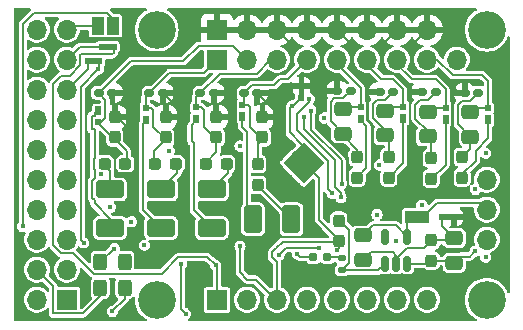
<source format=gbr>
%TF.GenerationSoftware,KiCad,Pcbnew,8.0.7*%
%TF.CreationDate,2025-04-21T06:01:31-04:00*%
%TF.ProjectId,tac5212_audio_board_single_ended,74616335-3231-4325-9f61-7564696f5f62,rev?*%
%TF.SameCoordinates,Original*%
%TF.FileFunction,Copper,L4,Bot*%
%TF.FilePolarity,Positive*%
%FSLAX46Y46*%
G04 Gerber Fmt 4.6, Leading zero omitted, Abs format (unit mm)*
G04 Created by KiCad (PCBNEW 8.0.7) date 2025-04-21 06:01:31*
%MOMM*%
%LPD*%
G01*
G04 APERTURE LIST*
G04 Aperture macros list*
%AMRoundRect*
0 Rectangle with rounded corners*
0 $1 Rounding radius*
0 $2 $3 $4 $5 $6 $7 $8 $9 X,Y pos of 4 corners*
0 Add a 4 corners polygon primitive as box body*
4,1,4,$2,$3,$4,$5,$6,$7,$8,$9,$2,$3,0*
0 Add four circle primitives for the rounded corners*
1,1,$1+$1,$2,$3*
1,1,$1+$1,$4,$5*
1,1,$1+$1,$6,$7*
1,1,$1+$1,$8,$9*
0 Add four rect primitives between the rounded corners*
20,1,$1+$1,$2,$3,$4,$5,0*
20,1,$1+$1,$4,$5,$6,$7,0*
20,1,$1+$1,$6,$7,$8,$9,0*
20,1,$1+$1,$8,$9,$2,$3,0*%
%AMRotRect*
0 Rectangle, with rotation*
0 The origin of the aperture is its center*
0 $1 length*
0 $2 width*
0 $3 Rotation angle, in degrees counterclockwise*
0 Add horizontal line*
21,1,$1,$2,0,0,$3*%
G04 Aperture macros list end*
%TA.AperFunction,EtchedComponent*%
%ADD10C,0.000000*%
%TD*%
%TA.AperFunction,ComponentPad*%
%ADD11R,1.700000X1.700000*%
%TD*%
%TA.AperFunction,ComponentPad*%
%ADD12O,1.700000X1.700000*%
%TD*%
%TA.AperFunction,ComponentPad*%
%ADD13C,3.200000*%
%TD*%
%TA.AperFunction,ComponentPad*%
%ADD14C,0.500000*%
%TD*%
%TA.AperFunction,HeatsinkPad*%
%ADD15C,0.500000*%
%TD*%
%TA.AperFunction,HeatsinkPad*%
%ADD16RotRect,2.500000X2.500000X45.000000*%
%TD*%
%TA.AperFunction,SMDPad,CuDef*%
%ADD17RoundRect,0.250000X0.475000X-0.337500X0.475000X0.337500X-0.475000X0.337500X-0.475000X-0.337500X0*%
%TD*%
%TA.AperFunction,SMDPad,CuDef*%
%ADD18RoundRect,0.237500X-0.237500X0.300000X-0.237500X-0.300000X0.237500X-0.300000X0.237500X0.300000X0*%
%TD*%
%TA.AperFunction,SMDPad,CuDef*%
%ADD19R,0.500000X0.500000*%
%TD*%
%TA.AperFunction,SMDPad,CuDef*%
%ADD20R,0.500000X0.550000*%
%TD*%
%TA.AperFunction,ComponentPad*%
%ADD21R,0.500000X0.500000*%
%TD*%
%TA.AperFunction,SMDPad,CuDef*%
%ADD22RoundRect,0.160000X0.222500X0.160000X-0.222500X0.160000X-0.222500X-0.160000X0.222500X-0.160000X0*%
%TD*%
%TA.AperFunction,SMDPad,CuDef*%
%ADD23RoundRect,0.237500X-0.287500X-0.237500X0.287500X-0.237500X0.287500X0.237500X-0.287500X0.237500X0*%
%TD*%
%TA.AperFunction,SMDPad,CuDef*%
%ADD24RoundRect,0.237500X0.237500X-0.300000X0.237500X0.300000X-0.237500X0.300000X-0.237500X-0.300000X0*%
%TD*%
%TA.AperFunction,SMDPad,CuDef*%
%ADD25RoundRect,0.135000X0.185000X-0.135000X0.185000X0.135000X-0.185000X0.135000X-0.185000X-0.135000X0*%
%TD*%
%TA.AperFunction,SMDPad,CuDef*%
%ADD26RoundRect,0.250000X-0.325000X-0.450000X0.325000X-0.450000X0.325000X0.450000X-0.325000X0.450000X0*%
%TD*%
%TA.AperFunction,SMDPad,CuDef*%
%ADD27RoundRect,0.250000X0.325000X0.450000X-0.325000X0.450000X-0.325000X-0.450000X0.325000X-0.450000X0*%
%TD*%
%TA.AperFunction,SMDPad,CuDef*%
%ADD28R,0.508000X0.500000*%
%TD*%
%TA.AperFunction,SMDPad,CuDef*%
%ADD29R,0.508000X0.508000*%
%TD*%
%TA.AperFunction,SMDPad,CuDef*%
%ADD30RoundRect,0.250001X0.924999X-0.499999X0.924999X0.499999X-0.924999X0.499999X-0.924999X-0.499999X0*%
%TD*%
%TA.AperFunction,SMDPad,CuDef*%
%ADD31RoundRect,0.250000X-0.475000X0.337500X-0.475000X-0.337500X0.475000X-0.337500X0.475000X0.337500X0*%
%TD*%
%TA.AperFunction,SMDPad,CuDef*%
%ADD32R,1.100000X1.000000*%
%TD*%
%TA.AperFunction,SMDPad,CuDef*%
%ADD33R,0.500000X0.508000*%
%TD*%
%TA.AperFunction,SMDPad,CuDef*%
%ADD34R,1.000000X1.500000*%
%TD*%
%TA.AperFunction,SMDPad,CuDef*%
%ADD35RoundRect,0.250001X-0.499999X-0.924999X0.499999X-0.924999X0.499999X0.924999X-0.499999X0.924999X0*%
%TD*%
%TA.AperFunction,SMDPad,CuDef*%
%ADD36RoundRect,0.237500X0.287500X0.237500X-0.287500X0.237500X-0.287500X-0.237500X0.287500X-0.237500X0*%
%TD*%
%TA.AperFunction,SMDPad,CuDef*%
%ADD37RoundRect,0.160000X-0.222500X-0.160000X0.222500X-0.160000X0.222500X0.160000X-0.222500X0.160000X0*%
%TD*%
%TA.AperFunction,SMDPad,CuDef*%
%ADD38C,0.200000*%
%TD*%
%TA.AperFunction,SMDPad,CuDef*%
%ADD39RoundRect,0.150000X0.150000X-0.512500X0.150000X0.512500X-0.150000X0.512500X-0.150000X-0.512500X0*%
%TD*%
%TA.AperFunction,SMDPad,CuDef*%
%ADD40RoundRect,0.160000X0.197500X0.160000X-0.197500X0.160000X-0.197500X-0.160000X0.197500X-0.160000X0*%
%TD*%
%TA.AperFunction,SMDPad,CuDef*%
%ADD41RoundRect,0.237500X-0.237500X0.287500X-0.237500X-0.287500X0.237500X-0.287500X0.237500X0.287500X0*%
%TD*%
%TA.AperFunction,ViaPad*%
%ADD42C,0.450000*%
%TD*%
%TA.AperFunction,ViaPad*%
%ADD43C,0.800000*%
%TD*%
%TA.AperFunction,Conductor*%
%ADD44C,0.200000*%
%TD*%
G04 APERTURE END LIST*
%TA.AperFunction,EtchedComponent*%
%TO.C,GND108*%
G36*
X108971000Y-104704000D02*
G01*
X109429000Y-104704000D01*
X109429000Y-105279000D01*
X108971000Y-105279000D01*
X108971000Y-104704000D01*
G37*
%TD.AperFunction*%
D10*
%TA.AperFunction,EtchedComponent*%
%TO.C,3V108*%
G36*
X119275000Y-115800000D02*
G01*
X118725000Y-115800000D01*
X118725000Y-115400000D01*
X119275000Y-115400000D01*
X119275000Y-115800000D01*
G37*
%TD.AperFunction*%
%TA.AperFunction,EtchedComponent*%
%TO.C,SDA108*%
G36*
X91321000Y-102629000D02*
G01*
X91896000Y-102629000D01*
X91896000Y-102171000D01*
X91321000Y-102171000D01*
X91321000Y-102629000D01*
G37*
%TD.AperFunction*%
%TA.AperFunction,EtchedComponent*%
%TO.C,SCL108*%
G36*
X92521000Y-101429000D02*
G01*
X93096000Y-101429000D01*
X93096000Y-100971000D01*
X92521000Y-100971000D01*
X92521000Y-101429000D01*
G37*
%TD.AperFunction*%
%TA.AperFunction,EtchedComponent*%
%TO.C,NT108*%
G36*
X123829810Y-118711612D02*
G01*
X123511612Y-119029810D01*
X123370190Y-118888388D01*
X123688388Y-118570190D01*
X123829810Y-118711612D01*
G37*
%TD.AperFunction*%
%TA.AperFunction,EtchedComponent*%
%TO.C,G119*%
G36*
X121879000Y-115829000D02*
G01*
X121304000Y-115829000D01*
X121304000Y-115371000D01*
X121879000Y-115371000D01*
X121879000Y-115829000D01*
G37*
%TD.AperFunction*%
%TD*%
D11*
%TO.P,board_outline108,1,HELD_HIGH*%
%TO.N,EN_HELD_HIGH*%
X89337500Y-122600000D03*
D12*
%TO.P,board_outline108,2,HELD_LOW*%
%TO.N,unconnected-(board_outline108-HELD_LOW-Pad2)*%
X86797500Y-122600000D03*
%TO.P,board_outline108,3,5V*%
%TO.N,Net-(5V108-B)*%
X89337500Y-120060000D03*
%TO.P,board_outline108,4,GNDD*%
%TO.N,3.3v_IDE*%
X86797500Y-120060000D03*
%TO.P,board_outline108,5,12V*%
%TO.N,unconnected-(board_outline108-12V-Pad5)*%
X89337500Y-117520000D03*
%TO.P,board_outline108,6,GNDD*%
%TO.N,GNDD*%
X86797500Y-117520000D03*
%TO.P,board_outline108,7,DSP_DOUT*%
%TO.N,5212_DIN1*%
X89337500Y-114980000D03*
%TO.P,board_outline108,8,GNDD*%
%TO.N,GNDD*%
X86797500Y-114980000D03*
%TO.P,board_outline108,9,DSP_DIN*%
%TO.N,5212_DOUT1+*%
X89337500Y-112440000D03*
%TO.P,board_outline108,10,GNDD*%
%TO.N,GNDD*%
X86797500Y-112440000D03*
%TO.P,board_outline108,11,BCLK*%
%TO.N,5212_BCLK1*%
X89337500Y-109900000D03*
%TO.P,board_outline108,12,GNDD*%
%TO.N,GNDD*%
X86797500Y-109900000D03*
%TO.P,board_outline108,13,LRCK*%
%TO.N,5212_LRCK1*%
X89337500Y-107360000D03*
%TO.P,board_outline108,14,GNDD*%
%TO.N,GNDD*%
X86797500Y-107360000D03*
%TO.P,board_outline108,15,SDA*%
%TO.N,DSP_SDA*%
X89337500Y-104820000D03*
%TO.P,board_outline108,16,GNDD*%
%TO.N,GNDD*%
X86797500Y-104820000D03*
%TO.P,board_outline108,17,SCL*%
%TO.N,DSP_SCL*%
X89337500Y-102280000D03*
%TO.P,board_outline108,18,GNDD*%
%TO.N,GNDD*%
X86797500Y-102280000D03*
%TO.P,board_outline108,19,MCLK*%
%TO.N,5212_MCLK1*%
X89337500Y-99740000D03*
%TO.P,board_outline108,20,GNDD*%
%TO.N,GNDD*%
X86797500Y-99740000D03*
D11*
%TO.P,board_outline108,21,OUTP*%
%TO.N,OUT1P+*%
X102047500Y-102285000D03*
%TO.P,board_outline108,22,AGND*%
%TO.N,Earth*%
X102047500Y-99745000D03*
D12*
%TO.P,board_outline108,23,OUT1M*%
%TO.N,OUT1M+*%
X104587500Y-102285000D03*
%TO.P,board_outline108,24,AGND*%
%TO.N,Earth*%
X104587500Y-99745000D03*
%TO.P,board_outline108,25,OUT2P*%
%TO.N,OUT2P+*%
X107127500Y-102285000D03*
%TO.P,board_outline108,26,AGND*%
%TO.N,Earth*%
X107127500Y-99745000D03*
%TO.P,board_outline108,27,OUT2M*%
%TO.N,OUT2M+*%
X109667500Y-102285000D03*
%TO.P,board_outline108,28,AGND*%
%TO.N,Earth*%
X109667500Y-99745000D03*
%TO.P,board_outline108,29,IN1P*%
%TO.N,IN1P+*%
X112207500Y-102285000D03*
%TO.P,board_outline108,30,AGND*%
%TO.N,Earth*%
X112207500Y-99745000D03*
%TO.P,board_outline108,31,IN1M*%
%TO.N,IN1M+*%
X114747500Y-102285000D03*
%TO.P,board_outline108,32,AGND*%
%TO.N,Earth*%
X114747500Y-99745000D03*
%TO.P,board_outline108,33,IN2P*%
%TO.N,IN2P+*%
X117287500Y-102285000D03*
%TO.P,board_outline108,34,AGND*%
%TO.N,Earth*%
X117287500Y-99745000D03*
%TO.P,board_outline108,35,IN2M*%
%TO.N,IN2M+*%
X119827500Y-102285000D03*
%TO.P,board_outline108,36,AGND*%
%TO.N,Earth*%
X119827500Y-99745000D03*
D11*
%TO.P,board_outline108,37,SCL*%
%TO.N,5212_SCL*%
X102047500Y-122605000D03*
D12*
%TO.P,board_outline108,38,SDA*%
%TO.N,5212_SDA*%
X104587500Y-122605000D03*
%TO.P,board_outline108,39,GNDD*%
%TO.N,GNDD*%
X107127500Y-122605000D03*
%TO.P,board_outline108,40,GPIO1*%
%TO.N,GPIO1*%
X109667500Y-122605000D03*
%TO.P,board_outline108,41,GPIO2*%
%TO.N,GPIO2*%
X112207500Y-122605000D03*
%TO.P,board_outline108,42,GPO1*%
%TO.N,GPO1*%
X114747500Y-122605000D03*
%TO.P,board_outline108,43,GPI1*%
%TO.N,GPI1*%
X117287500Y-122605000D03*
%TO.P,board_outline108,44,GNDD*%
%TO.N,GNDD*%
X119827500Y-122605000D03*
%TO.P,board_outline108,45,5V*%
%TO.N,5V*%
X124892500Y-117525000D03*
%TO.P,board_outline108,46,3.3V*%
%TO.N,3.3V_LDO*%
X124892500Y-114985000D03*
%TO.P,board_outline108,47,GNDD*%
%TO.N,GNDD*%
X124892500Y-112445000D03*
%TO.P,board_outline108,48,MIC_BIAS*%
%TO.N,MICBIAS*%
X122352500Y-102285000D03*
D13*
%TO.P,board_outline108,49,AGND*%
%TO.N,Net-(E108-B)*%
X96952500Y-99745000D03*
%TO.P,board_outline108,50,AGND*%
%TO.N,Net-(E109-B)*%
X124892500Y-99745000D03*
%TO.P,board_outline108,51,DGND*%
%TO.N,Net-(G117-A)*%
X96952500Y-122605000D03*
%TO.P,board_outline108,52,DGND*%
%TO.N,Net-(G118-A)*%
X124892500Y-122605000D03*
%TD*%
D14*
%TO.P,G110,1,1*%
%TO.N,Earth*%
X117100000Y-114000000D03*
%TD*%
%TO.P,G109,1,1*%
%TO.N,Earth*%
X99200000Y-117200000D03*
%TD*%
%TO.P,G112,1,1*%
%TO.N,Earth*%
X118400000Y-114000000D03*
%TD*%
%TO.P,G111,1,1*%
%TO.N,Earth*%
X91200000Y-116000000D03*
%TD*%
%TO.P,G113,1,1*%
%TO.N,Earth*%
X102200000Y-118400000D03*
%TD*%
D15*
%TO.P,TAC108-Q1,33,VSS*%
%TO.N,GNDD*%
X107985786Y-111000000D03*
X108692893Y-111707107D03*
X109400000Y-112414214D03*
X108692893Y-110292893D03*
X109400000Y-111000000D03*
D16*
X109400000Y-111000000D03*
D15*
X110107107Y-111707107D03*
X109400000Y-109585786D03*
X110107107Y-110292893D03*
X110814214Y-111000000D03*
%TD*%
D14*
%TO.P,G115,1,1*%
%TO.N,Earth*%
X105000000Y-119800000D03*
%TD*%
%TO.P,G114,1,1*%
%TO.N,Earth*%
X123000000Y-115600000D03*
%TD*%
%TO.P,G116,1,1*%
%TO.N,Earth*%
X125900000Y-110200000D03*
%TD*%
%TO.P,G108,1,1*%
%TO.N,Earth*%
X115800000Y-114500000D03*
%TD*%
D17*
%TO.P,T\u002AC108,1*%
%TO.N,5V_THIN*%
X122134314Y-119475000D03*
%TO.P,T\u002AC108,2*%
%TO.N,Net-(G119-B)*%
X122134314Y-117400000D03*
%TD*%
D18*
%TO.P,C127,1*%
%TO.N,Net-(C127-Pad1)*%
X113900000Y-110537500D03*
%TO.P,C127,2*%
%TO.N,IN1P*%
X113900000Y-112262500D03*
%TD*%
D19*
%TO.P,OP2,1,1*%
%TO.N,OUT2P+*%
X100300000Y-106325000D03*
D20*
%TO.P,OP2,2,2*%
%TO.N,OUT2P*%
X100300000Y-107200000D03*
D21*
X100300000Y-107425000D03*
%TD*%
D22*
%TO.P,D111,1,K*%
%TO.N,OUT2M+*%
X104327500Y-105100000D03*
%TO.P,D111,2,K*%
%TO.N,Earth*%
X105472500Y-105100000D03*
%TD*%
D23*
%TO.P,R108,1*%
%TO.N,OUT1P+*%
X96825000Y-111100000D03*
%TO.P,R108,2*%
%TO.N,Net-(C110-Pad2)*%
X98575000Y-111100000D03*
%TD*%
D19*
%TO.P,INP2,1,1*%
%TO.N,IN2P+*%
X121400000Y-106335000D03*
D20*
%TO.P,INP2,2,2*%
%TO.N,IN2P*%
X121400000Y-107210000D03*
D21*
X121400000Y-107435000D03*
%TD*%
D24*
%TO.P,T\u002AC109,1*%
%TO.N,5V_THIN*%
X120200000Y-119300000D03*
%TO.P,T\u002AC109,2*%
%TO.N,Net-(G119-B)*%
X120200000Y-117575000D03*
%TD*%
D25*
%TO.P,R128,1*%
%TO.N,EN_HELD_HIGH*%
X112600000Y-120109999D03*
%TO.P,R128,2*%
%TO.N,Net-(R128-Pad2)*%
X112600000Y-119090001D03*
%TD*%
D18*
%TO.P,C124,1*%
%TO.N,Net-(C124-Pad1)*%
X122800000Y-110537500D03*
%TO.P,C124,2*%
%TO.N,IN2M*%
X122800000Y-112262500D03*
%TD*%
D26*
%TO.P,C131,1*%
%TO.N,3.3v_IDE*%
X92175001Y-121600000D03*
%TO.P,C131,2*%
%TO.N,GNDD*%
X94224999Y-121600000D03*
%TD*%
D27*
%TO.P,C130,1*%
%TO.N,5V*%
X94225000Y-119400000D03*
%TO.P,C130,2*%
%TO.N,GNDD*%
X92175000Y-119400000D03*
%TD*%
D28*
%TO.P,GND108,1,A*%
%TO.N,GNDD*%
X109200000Y-105504000D03*
D29*
%TO.P,GND108,2,B*%
%TO.N,Earth*%
X109200000Y-104500000D03*
%TD*%
D18*
%TO.P,C125,1*%
%TO.N,Net-(C125-Pad1)*%
X120200000Y-110637500D03*
%TO.P,C125,2*%
%TO.N,IN2P*%
X120200000Y-112362500D03*
%TD*%
D19*
%TO.P,INM2,1,1*%
%TO.N,IN2M+*%
X125000000Y-106382500D03*
D20*
%TO.P,INM2,2,2*%
%TO.N,IN2M*%
X125000000Y-107257500D03*
D21*
X125000000Y-107482500D03*
%TD*%
D30*
%TO.P,C114,1*%
%TO.N,OUT1M*%
X93000000Y-116525000D03*
%TO.P,C114,2*%
%TO.N,Net-(C114-Pad2)*%
X93000000Y-113275000D03*
%TD*%
D31*
%TO.P,T\u002AC110,1*%
%TO.N,3.3V_A*%
X114400000Y-117162500D03*
%TO.P,T\u002AC110,2*%
%TO.N,Net-(G119-B)*%
X114400000Y-119237500D03*
%TD*%
D19*
%TO.P,OM2,1,1*%
%TO.N,OUT2M+*%
X104200000Y-106100000D03*
D20*
%TO.P,OM2,2,2*%
%TO.N,OUT2M*%
X104200000Y-106975000D03*
D21*
X104200000Y-107200000D03*
%TD*%
D32*
%TO.P,3V108,1,A*%
%TO.N,3.3V_A*%
X118496000Y-115600000D03*
%TO.P,3V108,2,B*%
%TO.N,3.3V_LDO*%
X119499999Y-115600000D03*
%TD*%
D33*
%TO.P,SDA108,1,A*%
%TO.N,DSP_SDA*%
X91096000Y-102400000D03*
D29*
%TO.P,SDA108,2,B*%
%TO.N,5212_SDA*%
X92100000Y-102400000D03*
%TD*%
D34*
%TO.P,MCLK108,1,1*%
%TO.N,5212_MCLK1*%
X91950000Y-99400000D03*
%TO.P,MCLK108,2,2*%
%TO.N,GPI1*%
X93250000Y-99400000D03*
%TD*%
D35*
%TO.P,C122,1*%
%TO.N,OUT2M*%
X105100001Y-115800000D03*
%TO.P,C122,2*%
%TO.N,Net-(C122-Pad2)*%
X108350001Y-115800000D03*
%TD*%
D33*
%TO.P,SCL108,1,A*%
%TO.N,DSP_SCL*%
X92296000Y-101200000D03*
D29*
%TO.P,SCL108,2,B*%
%TO.N,5212_SCL*%
X93300000Y-101200000D03*
%TD*%
D36*
%TO.P,R109,1*%
%TO.N,OUT1M+*%
X94275000Y-111100000D03*
%TO.P,R109,2*%
%TO.N,Net-(C114-Pad2)*%
X92525000Y-111100000D03*
%TD*%
D37*
%TO.P,D113,1,K*%
%TO.N,Net-(C125-Pad1)*%
X120572500Y-105035000D03*
%TO.P,D113,2,K*%
%TO.N,Earth*%
X119427500Y-105035000D03*
%TD*%
D31*
%TO.P,FB110,1*%
%TO.N,IN1M+*%
X116300000Y-106625000D03*
%TO.P,FB110,2*%
%TO.N,Net-(C126-Pad1)*%
X116300000Y-108700000D03*
%TD*%
%TO.P,FB111,1*%
%TO.N,IN1P+*%
X112700000Y-106462500D03*
%TO.P,FB111,2*%
%TO.N,Net-(C127-Pad1)*%
X112700000Y-108537500D03*
%TD*%
D23*
%TO.P,R111,1*%
%TO.N,OUT2P+*%
X101125000Y-111100000D03*
%TO.P,R111,2*%
%TO.N,Net-(C120-Pad2)*%
X102875000Y-111100000D03*
%TD*%
D37*
%TO.P,D112,1,K*%
%TO.N,Net-(C124-Pad1)*%
X124172500Y-105082500D03*
%TO.P,D112,2,K*%
%TO.N,Earth*%
X123027500Y-105082500D03*
%TD*%
D24*
%TO.P,C123,1*%
%TO.N,OUT2M+*%
X105900000Y-108862500D03*
%TO.P,C123,2*%
%TO.N,Earth*%
X105900000Y-107137500D03*
%TD*%
D38*
%TO.P,NT108,1,1*%
%TO.N,5V*%
X123759099Y-118640901D03*
%TO.P,NT108,2,2*%
%TO.N,5V_THIN*%
X123440901Y-118959099D03*
%TD*%
D39*
%TO.P,U109,1,IN*%
%TO.N,5V_THIN*%
X118161813Y-119552500D03*
%TO.P,U109,2,GND*%
%TO.N,Net-(G119-B)*%
X117211814Y-119552500D03*
%TO.P,U109,3,EN*%
%TO.N,EN_HELD_HIGH*%
X116261815Y-119552500D03*
%TO.P,U109,4,NC*%
%TO.N,unconnected-(U109-NC-Pad4)*%
X116261815Y-117277500D03*
%TO.P,U109,5,OUT*%
%TO.N,3.3V_A*%
X118161813Y-117277500D03*
%TD*%
D22*
%TO.P,D108,1,K*%
%TO.N,OUT1P+*%
X96327500Y-105100000D03*
%TO.P,D108,2,K*%
%TO.N,Earth*%
X97472500Y-105100000D03*
%TD*%
D24*
%TO.P,C113,1*%
%TO.N,OUT1P+*%
X97700000Y-108862500D03*
%TO.P,C113,2*%
%TO.N,Earth*%
X97700000Y-107137500D03*
%TD*%
D18*
%TO.P,C126,1*%
%TO.N,Net-(C126-Pad1)*%
X116600000Y-110537500D03*
%TO.P,C126,2*%
%TO.N,IN1M*%
X116600000Y-112262500D03*
%TD*%
D22*
%TO.P,D110,1,K*%
%TO.N,OUT2P+*%
X100627500Y-105100000D03*
%TO.P,D110,2,K*%
%TO.N,Earth*%
X101772500Y-105100000D03*
%TD*%
D30*
%TO.P,C110,1*%
%TO.N,OUT1P*%
X97300000Y-116525000D03*
%TO.P,C110,2*%
%TO.N,Net-(C110-Pad2)*%
X97300000Y-113275000D03*
%TD*%
D22*
%TO.P,D109,1,K*%
%TO.N,OUT1M+*%
X92027500Y-105100000D03*
%TO.P,D109,2,K*%
%TO.N,Earth*%
X93172500Y-105100000D03*
%TD*%
D40*
%TO.P,SCL109,1,1*%
%TO.N,Net-(R128-Pad2)*%
X111397500Y-119000000D03*
%TO.P,SCL109,2,2*%
%TO.N,3.3v_IDE*%
X110202500Y-119000000D03*
%TD*%
D24*
%TO.P,C121,1*%
%TO.N,OUT2P+*%
X102000000Y-108862500D03*
%TO.P,C121,2*%
%TO.N,Earth*%
X102000000Y-107137500D03*
%TD*%
D30*
%TO.P,C120,1*%
%TO.N,OUT2P*%
X101600000Y-116525000D03*
%TO.P,C120,2*%
%TO.N,Net-(C120-Pad2)*%
X101600000Y-113275000D03*
%TD*%
D37*
%TO.P,D114,1,K*%
%TO.N,Net-(C126-Pad1)*%
X116972500Y-105035000D03*
%TO.P,D114,2,K*%
%TO.N,Earth*%
X115827500Y-105035000D03*
%TD*%
D19*
%TO.P,OP1,1,1*%
%TO.N,OUT1P+*%
X96000000Y-106400000D03*
D20*
%TO.P,OP1,2,2*%
%TO.N,OUT1P*%
X96000000Y-107275000D03*
D21*
X96000000Y-107500000D03*
%TD*%
D41*
%TO.P,R116,1*%
%TO.N,OUT2M+*%
X105500000Y-111125000D03*
%TO.P,R116,2*%
%TO.N,Net-(C122-Pad2)*%
X105500000Y-112875000D03*
%TD*%
D19*
%TO.P,INM1,1,1*%
%TO.N,IN1M+*%
X117800000Y-106262500D03*
D20*
%TO.P,INM1,2,2*%
%TO.N,IN1M*%
X117800000Y-107137500D03*
D21*
X117800000Y-107362500D03*
%TD*%
D31*
%TO.P,FB109,1*%
%TO.N,IN2P+*%
X119900000Y-106697500D03*
%TO.P,FB109,2*%
%TO.N,Net-(C125-Pad1)*%
X119900000Y-108772500D03*
%TD*%
D33*
%TO.P,G119,1,A*%
%TO.N,Earth*%
X122104000Y-115600000D03*
D29*
%TO.P,G119,2,B*%
%TO.N,Net-(G119-B)*%
X121100001Y-115600000D03*
%TD*%
D31*
%TO.P,FB108,1*%
%TO.N,IN2M+*%
X123500000Y-106735000D03*
%TO.P,FB108,2*%
%TO.N,Net-(C124-Pad1)*%
X123500000Y-108810000D03*
%TD*%
D37*
%TO.P,D115,1,K*%
%TO.N,Net-(C127-Pad1)*%
X113372500Y-104900000D03*
%TO.P,D115,2,K*%
%TO.N,Earth*%
X112227500Y-104900000D03*
%TD*%
D18*
%TO.P,C129,1*%
%TO.N,EN_HELD_HIGH*%
X112349617Y-115925581D03*
%TO.P,C129,2*%
%TO.N,GNDD*%
X112349617Y-117650583D03*
%TD*%
D19*
%TO.P,OM1,1,1*%
%TO.N,OUT1M+*%
X92000000Y-107600000D03*
%TO.P,OM1,2,2*%
%TO.N,OUT1M*%
X92000000Y-106750000D03*
D21*
X92000000Y-106500000D03*
%TD*%
D24*
%TO.P,C117,1*%
%TO.N,OUT1M+*%
X93400000Y-108862500D03*
%TO.P,C117,2*%
%TO.N,Earth*%
X93400000Y-107137500D03*
%TD*%
D19*
%TO.P,INP1,1,1*%
%TO.N,IN1P+*%
X114200000Y-106325000D03*
D20*
%TO.P,INP1,2,2*%
%TO.N,IN1P*%
X114200000Y-107200000D03*
D21*
X114200000Y-107425000D03*
%TD*%
D42*
%TO.N,Net-(TAC108-Q1-GPO1A)*%
X111800000Y-113600000D03*
X109879002Y-105600000D03*
%TO.N,GNDD*%
X93000000Y-114800000D03*
X112200000Y-118400000D03*
X99400000Y-123800000D03*
X92250000Y-112000000D03*
X119400000Y-114600000D03*
X108400000Y-106199998D03*
X93363425Y-118278913D03*
X98000000Y-110000000D03*
X115600000Y-115400000D03*
X117200000Y-117600000D03*
X104000000Y-118100000D03*
X115800000Y-111200000D03*
X99006587Y-119580000D03*
X124800000Y-119000000D03*
X123929785Y-113270215D03*
X93200000Y-123600000D03*
%TO.N,5V*%
X123908750Y-118508750D03*
D43*
X94314682Y-119660000D03*
D42*
%TO.N,Earth*%
X94600000Y-105800000D03*
X94400000Y-101000000D03*
X91800000Y-123600000D03*
X103224739Y-107762663D03*
X126400000Y-113600000D03*
X96200000Y-103200000D03*
X94400000Y-98400000D03*
X107753490Y-104649666D03*
X111200000Y-104200000D03*
X126200000Y-102000000D03*
X122150000Y-104650000D03*
%TO.N,EN_HELD_HIGH*%
X112200000Y-116000000D03*
%TO.N,5212_SCL*%
X101934085Y-119700000D03*
%TO.N,5212_SDA*%
X90762790Y-117786552D03*
X92007954Y-103082209D03*
%TO.N,3.3V_LDO*%
X104000000Y-109600000D03*
%TO.N,GPI1*%
X85600000Y-116400000D03*
%TO.N,Net-(PU_EN108-Pad1)*%
X110704037Y-118225583D03*
X107303448Y-118794456D03*
%TO.N,3.3v_IDE*%
X108861982Y-118748569D03*
X94800000Y-116000000D03*
X95900000Y-118000000D03*
%TO.N,Net-(TAC108-Q1-ADDRA)*%
X124800000Y-110200000D03*
X111131931Y-107223692D03*
%TO.N,Net-(TAC108-Q1-GPI1A)*%
X112600000Y-112800000D03*
X110000000Y-106600000D03*
%TO.N,Net-(TAC108-Q1-GPI2A)*%
X112548812Y-113950000D03*
X109375000Y-107150000D03*
%TD*%
D44*
%TO.N,5212_SCL*%
X97373414Y-120400000D02*
X98768414Y-119005000D01*
X91615256Y-120400000D02*
X97373414Y-120400000D01*
X98768414Y-119005000D02*
X101239085Y-119005000D01*
X89885256Y-118670000D02*
X91615256Y-120400000D01*
X88861154Y-118670000D02*
X89885256Y-118670000D01*
X88187500Y-117996346D02*
X88861154Y-118670000D01*
X88187500Y-104343654D02*
X88187500Y-117996346D01*
X88861154Y-103670000D02*
X88187500Y-104343654D01*
X89573846Y-103670000D02*
X88861154Y-103670000D01*
X90487500Y-102756346D02*
X89573846Y-103670000D01*
X93154000Y-101846000D02*
X90546000Y-101846000D01*
X93300000Y-101700000D02*
X93154000Y-101846000D01*
X90487500Y-101904500D02*
X90487500Y-102756346D01*
%TO.N,GNDD*%
X99000000Y-119586587D02*
X99006587Y-119580000D01*
X99000000Y-123400000D02*
X99000000Y-119586587D01*
%TO.N,5212_SCL*%
X90546000Y-101846000D02*
X90487500Y-101904500D01*
%TO.N,GNDD*%
X99400000Y-123800000D02*
X99000000Y-123400000D01*
%TO.N,5212_SCL*%
X93300000Y-101200000D02*
X93300000Y-101700000D01*
X101239085Y-119005000D02*
X101934085Y-119700000D01*
%TO.N,Net-(TAC108-Q1-GPO1A)*%
X111467767Y-113267767D02*
X111800000Y-113600000D01*
X111467767Y-110875735D02*
X111467767Y-113267767D01*
X108800000Y-106911827D02*
X108800000Y-108207968D01*
X109879002Y-105832825D02*
X108800000Y-106911827D01*
X109879002Y-105600000D02*
X109879002Y-105832825D01*
%TO.N,Net-(TAC108-Q1-GPI2A)*%
X112000000Y-110765686D02*
X109375000Y-108140686D01*
X112000000Y-113025000D02*
X112000000Y-110765686D01*
X112548812Y-113950000D02*
X112548812Y-113573812D01*
X112548812Y-113573812D02*
X112000000Y-113025000D01*
X109375000Y-108140686D02*
X109375000Y-107150000D01*
%TO.N,Net-(TAC108-Q1-GPO1A)*%
X108800000Y-108207968D02*
X111467767Y-110875735D01*
%TO.N,GNDD*%
X108200000Y-106399998D02*
X108400000Y-106199998D01*
X108200000Y-108444365D02*
X108200000Y-106399998D01*
X109200000Y-109444365D02*
X108200000Y-108444365D01*
X108504002Y-106199998D02*
X108400000Y-106199998D01*
X109200000Y-105504000D02*
X108504002Y-106199998D01*
%TO.N,Net-(C127-Pad1)*%
X111984900Y-105545000D02*
X112727501Y-105545000D01*
X111675000Y-105854900D02*
X111984900Y-105545000D01*
X112727501Y-105545000D02*
X113372501Y-104900000D01*
X111675000Y-107512500D02*
X111675000Y-105854900D01*
%TO.N,Earth*%
X111152794Y-104900000D02*
X112227500Y-104900000D01*
X110542843Y-105509951D02*
X111152794Y-104900000D01*
X110425000Y-106961827D02*
X110542843Y-106843984D01*
X110425000Y-107895100D02*
X110425000Y-106961827D01*
X113125000Y-110595100D02*
X110425000Y-107895100D01*
X110542843Y-106843984D02*
X110542843Y-105509951D01*
X113125000Y-113511827D02*
X113125000Y-110595100D01*
%TO.N,Net-(C127-Pad1)*%
X112700000Y-108537500D02*
X111675000Y-107512500D01*
%TO.N,Earth*%
X114113173Y-114500000D02*
X113125000Y-113511827D01*
X115800000Y-114500000D02*
X114113173Y-114500000D01*
%TO.N,Net-(TAC108-Q1-GPI1A)*%
X110000000Y-108200000D02*
X112600000Y-110800000D01*
X112600000Y-110800000D02*
X112600000Y-112800000D01*
X110000000Y-106600000D02*
X110000000Y-108200000D01*
%TO.N,GNDD*%
X92175000Y-119400000D02*
X93296087Y-118278913D01*
X107127500Y-119369456D02*
X107127500Y-122605000D01*
X106700000Y-118600000D02*
X106728448Y-118628448D01*
X104000000Y-120300000D02*
X104000000Y-118100000D01*
X107027182Y-122605000D02*
X105322182Y-120900000D01*
X112300200Y-117700000D02*
X107600000Y-117700000D01*
X107065275Y-118219456D02*
X106728448Y-118556283D01*
X112349617Y-118250383D02*
X112200000Y-118400000D01*
X110675000Y-112275000D02*
X110675000Y-115837501D01*
X93296087Y-118278913D02*
X93363425Y-118278913D01*
X106728448Y-118571552D02*
X106700000Y-118600000D01*
X109400000Y-111000000D02*
X110675000Y-112275000D01*
X94224999Y-121600000D02*
X94224999Y-122575001D01*
X104600000Y-120900000D02*
X104000000Y-120300000D01*
X107600000Y-117700000D02*
X107080544Y-118219456D01*
X107127500Y-122605000D02*
X107027182Y-122605000D01*
X106728448Y-118628448D02*
X106728448Y-119032629D01*
X105322182Y-120900000D02*
X104600000Y-120900000D01*
X106728448Y-118556283D02*
X106728448Y-118571552D01*
X107080544Y-118219456D02*
X107065275Y-118219456D01*
X112349617Y-117650583D02*
X112349617Y-118250383D01*
X112349617Y-117650583D02*
X112300200Y-117700000D01*
X106728448Y-119032629D02*
X107065275Y-119369456D01*
X94224999Y-122575001D02*
X93200000Y-123600000D01*
X110675000Y-115837501D02*
X112500000Y-117662501D01*
X107065275Y-119369456D02*
X107127500Y-119369456D01*
%TO.N,Earth*%
X114260799Y-104060799D02*
X114260799Y-103460000D01*
X103400000Y-108520000D02*
X103620000Y-108300000D01*
X107210744Y-103460000D02*
X107614201Y-103460000D01*
X99625000Y-109556398D02*
X99450000Y-109381398D01*
X125900000Y-102300000D02*
X126200000Y-102000000D01*
X115200000Y-107793996D02*
X114800000Y-107393996D01*
X114800000Y-107393996D02*
X114800000Y-104600000D01*
X109844906Y-114084424D02*
X106895101Y-111134619D01*
X91235448Y-111773920D02*
X91235448Y-112158056D01*
X105000000Y-119800000D02*
X105000000Y-119446447D01*
X119340799Y-103460000D02*
X118652500Y-102771701D01*
X118400000Y-114000000D02*
X118150000Y-113750000D01*
X92003681Y-103860249D02*
X91230081Y-104633849D01*
X118150000Y-113750000D02*
X118150000Y-112725000D01*
X118150000Y-112725000D02*
X118375000Y-112500000D01*
X109588771Y-117300000D02*
X109844906Y-117043865D01*
X103620000Y-108300000D02*
X103620000Y-104734672D01*
X116560000Y-103460000D02*
X116112500Y-103012500D01*
X124200000Y-102000000D02*
X126200000Y-102000000D01*
X106895101Y-106522601D02*
X105472500Y-105100000D01*
X91235448Y-104639215D02*
X91235448Y-106578156D01*
X103700000Y-116900000D02*
X103700000Y-110633278D01*
X92325930Y-103860249D02*
X92003681Y-103860249D01*
X117100000Y-114000000D02*
X116900000Y-114000000D01*
X90975000Y-108361396D02*
X91235448Y-108621844D01*
X106670744Y-104000000D02*
X107210744Y-103460000D01*
X91235448Y-114391944D02*
X91235448Y-117005548D01*
X118652500Y-100920000D02*
X119827500Y-99745000D01*
X117160000Y-103460000D02*
X116560000Y-103460000D01*
X91050000Y-114206496D02*
X91235448Y-114391944D01*
X116900000Y-114000000D02*
X115200000Y-112300000D01*
X91225000Y-110436528D02*
X91225000Y-111763472D01*
X103620000Y-108157924D02*
X103224739Y-107762663D01*
X91235448Y-110426080D02*
X91225000Y-110436528D01*
X122104000Y-115600000D02*
X123000000Y-115600000D01*
X91230081Y-104633849D02*
X91235448Y-104639215D01*
X103700000Y-110633278D02*
X103400000Y-110333278D01*
X95325000Y-108887500D02*
X93400000Y-106962500D01*
X113572500Y-101110000D02*
X112207500Y-99745000D01*
X122582500Y-105082500D02*
X122150000Y-104650000D01*
X100538604Y-99745000D02*
X98613604Y-101670000D01*
X115200000Y-112300000D02*
X115200000Y-107793996D01*
X116112500Y-103012500D02*
X116112500Y-100920000D01*
X125900000Y-110200000D02*
X125900000Y-102300000D01*
X107146447Y-117300000D02*
X109588771Y-117300000D01*
X102047500Y-99745000D02*
X100538604Y-99745000D01*
X108302500Y-102771701D02*
X108302500Y-100920000D01*
X109844906Y-117043865D02*
X109844906Y-114084424D01*
X91235448Y-106578156D02*
X90975000Y-106838604D01*
X94516179Y-101670000D02*
X92325930Y-103860249D01*
X91235448Y-108621844D02*
X91235448Y-110426080D01*
X102000000Y-107350000D02*
X102000000Y-106962500D01*
X118652500Y-102771701D02*
X118652500Y-100920000D01*
X95325000Y-116445100D02*
X95325000Y-108887500D01*
X94170100Y-117600000D02*
X95325000Y-116445100D01*
X99625000Y-116775000D02*
X99625000Y-109556398D01*
X106895101Y-111134619D02*
X106895101Y-106522601D01*
X91235448Y-117005548D02*
X91829900Y-117600000D01*
X116112500Y-100920000D02*
X117287500Y-99745000D01*
X122150000Y-104650000D02*
X120960000Y-103460000D01*
X105000000Y-119446447D02*
X107146447Y-117300000D01*
X91829900Y-117600000D02*
X94170100Y-117600000D01*
X98613604Y-101670000D02*
X94516179Y-101670000D01*
X91050000Y-112343504D02*
X91050000Y-114206496D01*
X104354672Y-104000000D02*
X106670744Y-104000000D01*
X114260799Y-103460000D02*
X113572500Y-102771701D01*
X119827500Y-99745000D02*
X121945000Y-99745000D01*
X107614201Y-103460000D02*
X108302500Y-102771701D01*
X114800000Y-104600000D02*
X114260799Y-104060799D01*
X123027500Y-105082500D02*
X122582500Y-105082500D01*
X118375000Y-104675000D02*
X117160000Y-103460000D01*
X113572500Y-102771701D02*
X113572500Y-101110000D01*
X99450000Y-109381398D02*
X99450000Y-107077500D01*
X99200000Y-117200000D02*
X99625000Y-116775000D01*
X108302500Y-100920000D02*
X107127500Y-99745000D01*
X102200000Y-118400000D02*
X103700000Y-116900000D01*
X99450000Y-107077500D02*
X97472500Y-105100000D01*
X103400000Y-110333278D02*
X103400000Y-108520000D01*
X118375000Y-112500000D02*
X118375000Y-104675000D01*
X121945000Y-99745000D02*
X124200000Y-102000000D01*
X103620000Y-108300000D02*
X103620000Y-108157924D01*
X90975000Y-106838604D02*
X90975000Y-108361396D01*
X91235448Y-112158056D02*
X91050000Y-112343504D01*
X103620000Y-104734672D02*
X104354672Y-104000000D01*
X120960000Y-103460000D02*
X119340799Y-103460000D01*
X91225000Y-111763472D02*
X91235448Y-111773920D01*
%TO.N,EN_HELD_HIGH*%
X112600000Y-120109999D02*
X112615001Y-120125000D01*
X115689315Y-120125000D02*
X116261815Y-119552500D01*
X113245000Y-119464999D02*
X113245000Y-116682499D01*
X112615001Y-120125000D02*
X115689315Y-120125000D01*
X113245000Y-116682499D02*
X112500000Y-115937499D01*
X112600000Y-120109999D02*
X113245000Y-119464999D01*
%TO.N,IN2P*%
X120200000Y-112362500D02*
X121400000Y-111162500D01*
X121400000Y-111162500D02*
X121400000Y-107435000D01*
%TO.N,IN1M*%
X116600000Y-112262500D02*
X117800000Y-111062500D01*
X117800000Y-111062500D02*
X117800000Y-107362500D01*
%TO.N,IN1P*%
X113900000Y-112262500D02*
X114700000Y-111462500D01*
X114700000Y-107930392D02*
X114200000Y-107430392D01*
X114200000Y-107430392D02*
X114200000Y-107425000D01*
X114700000Y-111462500D02*
X114700000Y-107930392D01*
%TO.N,Net-(C110-Pad2)*%
X98700000Y-111100000D02*
X98700000Y-111875000D01*
X98700000Y-111875000D02*
X97300000Y-113275000D01*
%TO.N,IN2M*%
X123950000Y-109992600D02*
X125000000Y-108942600D01*
X122800000Y-112262500D02*
X122800000Y-111977076D01*
X123950000Y-110827076D02*
X123950000Y-109992600D01*
X122800000Y-111977076D02*
X123950000Y-110827076D01*
X125000000Y-108942600D02*
X125000000Y-107482500D01*
%TO.N,OUT1P*%
X95775000Y-115000000D02*
X95775000Y-107725000D01*
X97300000Y-116525000D02*
X95775000Y-115000000D01*
X95775000Y-107725000D02*
X96000000Y-107500000D01*
%TO.N,Net-(C114-Pad2)*%
X93000000Y-113275000D02*
X93000000Y-111700000D01*
X93000000Y-111700000D02*
X92400000Y-111100000D01*
%TO.N,OUT1M*%
X91685448Y-106814552D02*
X91685448Y-107025000D01*
X93000000Y-115775001D02*
X93000000Y-116525000D01*
X91685448Y-107025000D02*
X91425000Y-107025000D01*
X91500000Y-112529900D02*
X91500000Y-114020100D01*
X91675000Y-110622924D02*
X91675000Y-111577076D01*
X91500000Y-114020100D02*
X91685448Y-114205548D01*
X91685448Y-111587524D02*
X91685448Y-112344452D01*
X91685448Y-112344452D02*
X91500000Y-112529900D01*
X92000000Y-106500000D02*
X91685448Y-106814552D01*
X91685448Y-108175000D02*
X91685448Y-110612476D01*
X91425000Y-108175000D02*
X91685448Y-108175000D01*
X91685448Y-110612476D02*
X91675000Y-110622924D01*
X91425000Y-107025000D02*
X91425000Y-108175000D01*
X91685448Y-114205548D02*
X91685448Y-114460449D01*
X91675000Y-111577076D02*
X91685448Y-111587524D01*
X91685448Y-114460449D02*
X93000000Y-115775001D01*
%TO.N,OUT2P*%
X100075000Y-115000000D02*
X100075000Y-109370002D01*
X99900000Y-107825000D02*
X100300000Y-107425000D01*
X99900000Y-109195002D02*
X99900000Y-107825000D01*
X101600000Y-116525000D02*
X100075000Y-115000000D01*
X100075000Y-109370002D02*
X99900000Y-109195002D01*
%TO.N,OUT2M*%
X104600000Y-115299999D02*
X104600000Y-108400000D01*
X104200000Y-108000000D02*
X104200000Y-107500000D01*
X105100001Y-115800000D02*
X104600000Y-115299999D01*
X104600000Y-108400000D02*
X104200000Y-108000000D01*
%TO.N,Net-(C120-Pad2)*%
X103000000Y-111875000D02*
X101600000Y-113275000D01*
X103000000Y-111100000D02*
X103000000Y-111875000D01*
%TO.N,Net-(C122-Pad2)*%
X105550001Y-113000000D02*
X108350001Y-115800000D01*
X105500000Y-113000000D02*
X105550001Y-113000000D01*
%TO.N,Net-(C124-Pad1)*%
X122450000Y-106152400D02*
X122779900Y-105822500D01*
X122779900Y-105822500D02*
X123432501Y-105822500D01*
X123500000Y-108810000D02*
X122450000Y-107760000D01*
X123432501Y-105822500D02*
X124172501Y-105082500D01*
X123500000Y-109837500D02*
X123500000Y-108810000D01*
X122450000Y-107760000D02*
X122450000Y-106152400D01*
X122800000Y-110537500D02*
X123500000Y-109837500D01*
%TO.N,Net-(C125-Pad1)*%
X119907501Y-105700000D02*
X120572501Y-105035000D01*
X119264900Y-105700000D02*
X119907501Y-105700000D01*
X118850000Y-106114900D02*
X119264900Y-105700000D01*
X120200000Y-110637500D02*
X120200000Y-109072500D01*
X120200000Y-109072500D02*
X119900000Y-108772500D01*
X118850000Y-107280100D02*
X118850000Y-106114900D01*
X119900000Y-108330100D02*
X118850000Y-107280100D01*
X119900000Y-108772500D02*
X119900000Y-108330100D01*
%TO.N,Net-(C126-Pad1)*%
X116300000Y-108700000D02*
X116300000Y-108257600D01*
X115250000Y-107207600D02*
X115250000Y-106042400D01*
X116600000Y-109000000D02*
X116300000Y-108700000D01*
X115250000Y-106042400D02*
X115592400Y-105700000D01*
X116600000Y-110537500D02*
X116600000Y-109000000D01*
X116307501Y-105700000D02*
X116972501Y-105035000D01*
X115592400Y-105700000D02*
X116307501Y-105700000D01*
X116300000Y-108257600D02*
X115250000Y-107207600D01*
%TO.N,5212_SCL*%
X102047500Y-119813415D02*
X101934085Y-119700000D01*
X102047500Y-122605000D02*
X102047500Y-119813415D01*
%TO.N,5212_SDA*%
X92007954Y-103082209D02*
X90525000Y-104565163D01*
X90525000Y-117548762D02*
X90762790Y-117786552D01*
X90525000Y-104565163D02*
X90525000Y-117548762D01*
X92100000Y-102400000D02*
X92100000Y-102990163D01*
X92100000Y-102990163D02*
X92007954Y-103082209D01*
%TO.N,3.3V_LDO*%
X124307500Y-114400000D02*
X124892500Y-114985000D01*
X119499999Y-115600000D02*
X120699999Y-114400000D01*
X120699999Y-114400000D02*
X124307500Y-114400000D01*
%TO.N,Net-(C127-Pad1)*%
X113900000Y-109900000D02*
X112700000Y-108700000D01*
X112700000Y-108700000D02*
X112700000Y-108537500D01*
X113900000Y-110537500D02*
X113900000Y-109900000D01*
%TO.N,5212_MCLK1*%
X91950000Y-99400000D02*
X89677500Y-99400000D01*
X89677500Y-99400000D02*
X89337500Y-99740000D01*
%TO.N,GPI1*%
X93250000Y-99400000D02*
X93250000Y-98850000D01*
X85600000Y-99275799D02*
X85600000Y-116400000D01*
X92750000Y-98350000D02*
X86525799Y-98350000D01*
X86525799Y-98350000D02*
X85600000Y-99275799D01*
X93250000Y-98850000D02*
X92750000Y-98350000D01*
%TO.N,DSP_SCL*%
X90417500Y-101200000D02*
X89337500Y-102280000D01*
X92296000Y-101200000D02*
X90417500Y-101200000D01*
%TO.N,DSP_SDA*%
X91096000Y-103061500D02*
X91096000Y-102400000D01*
X89337500Y-104820000D02*
X91096000Y-103061500D01*
%TO.N,OUT1M+*%
X92000000Y-107600000D02*
X92000000Y-107637500D01*
X92000000Y-107637500D02*
X94400000Y-110037500D01*
X104587500Y-102285000D02*
X103412500Y-101110000D01*
X92600000Y-105672500D02*
X92027500Y-105100000D01*
X92000000Y-107600000D02*
X92200000Y-107600000D01*
X94400000Y-110037500D02*
X94400000Y-111100000D01*
X92200000Y-107600000D02*
X92600000Y-107200000D01*
X99200000Y-102400000D02*
X94727500Y-102400000D01*
X103412500Y-101110000D02*
X100490000Y-101110000D01*
X94727500Y-102400000D02*
X92027500Y-105100000D01*
X100490000Y-101110000D02*
X99200000Y-102400000D01*
X92600000Y-107200000D02*
X92600000Y-105672500D01*
%TO.N,OUT2M+*%
X106852140Y-104455000D02*
X107397140Y-103910000D01*
X104850000Y-107987500D02*
X104850000Y-106250000D01*
X104327500Y-105100000D02*
X104972500Y-104455000D01*
X104327500Y-105972500D02*
X104200000Y-106100000D01*
X105500000Y-111000000D02*
X105500000Y-109437500D01*
X108042500Y-103910000D02*
X109667500Y-102285000D01*
X105900000Y-109037500D02*
X104850000Y-107987500D01*
X104972500Y-104455000D02*
X106852140Y-104455000D01*
X104700000Y-106100000D02*
X104200000Y-106100000D01*
X104327500Y-105100000D02*
X104327500Y-105972500D01*
X104850000Y-106250000D02*
X104700000Y-106100000D01*
X105500000Y-109437500D02*
X105900000Y-109037500D01*
X107397140Y-103910000D02*
X108042500Y-103910000D01*
%TO.N,OUT2P+*%
X100300000Y-105427500D02*
X100627500Y-105100000D01*
X100627500Y-105100000D02*
X102267500Y-103460000D01*
X102000000Y-109037500D02*
X100950000Y-107987500D01*
X100300000Y-106325000D02*
X100300000Y-105427500D01*
X102000000Y-110100000D02*
X101000000Y-111100000D01*
X100725000Y-106325000D02*
X100300000Y-106325000D01*
X102267500Y-103460000D02*
X105403276Y-103460000D01*
X105403276Y-103460000D02*
X106578276Y-102285000D01*
X106578276Y-102285000D02*
X107127500Y-102285000D01*
X100950000Y-106550000D02*
X100725000Y-106325000D01*
X100950000Y-107987500D02*
X100950000Y-106550000D01*
X102000000Y-109037500D02*
X102000000Y-110100000D01*
%TO.N,IN1M+*%
X115972500Y-103910000D02*
X114347500Y-102285000D01*
X116662500Y-106262500D02*
X117800000Y-106262500D01*
X116920328Y-103910000D02*
X115972500Y-103910000D01*
X117800000Y-106262500D02*
X117800000Y-104789672D01*
X116300000Y-106625000D02*
X116662500Y-106262500D01*
X117800000Y-104789672D02*
X116920328Y-103910000D01*
%TO.N,IN1P+*%
X114200000Y-106325000D02*
X114200000Y-104654671D01*
X114200000Y-104654671D02*
X111830329Y-102285000D01*
X112700000Y-106462500D02*
X112837500Y-106325000D01*
X112837500Y-106325000D02*
X114200000Y-106325000D01*
X112230329Y-102285000D02*
X112207500Y-102285000D01*
%TO.N,IN2P+*%
X120262500Y-106335000D02*
X121400000Y-106335000D01*
X121400000Y-104789672D02*
X120560328Y-103950000D01*
X118552500Y-103950000D02*
X116887500Y-102285000D01*
X120560328Y-103950000D02*
X118552500Y-103950000D01*
X119900000Y-106697500D02*
X120262500Y-106335000D01*
X121400000Y-106335000D02*
X121400000Y-104789672D01*
%TO.N,IN2M+*%
X120690799Y-102285000D02*
X122005799Y-103600000D01*
X124500000Y-103600000D02*
X125000000Y-104100000D01*
X123500000Y-106735000D02*
X123852500Y-106382500D01*
X123852500Y-106382500D02*
X125000000Y-106382500D01*
X125000000Y-104100000D02*
X125000000Y-106382500D01*
X119827500Y-102285000D02*
X120690799Y-102285000D01*
X122005799Y-103600000D02*
X124500000Y-103600000D01*
%TO.N,OUT1P+*%
X96327500Y-105100000D02*
X98027500Y-103400000D01*
X96500000Y-106400000D02*
X96000000Y-106400000D01*
X96650000Y-106550000D02*
X96500000Y-106400000D01*
X96700000Y-110037500D02*
X97700000Y-109037500D01*
X97700000Y-109037500D02*
X96650000Y-107987500D01*
X96650000Y-107987500D02*
X96650000Y-106550000D01*
X96000000Y-105427500D02*
X96327500Y-105100000D01*
X100932500Y-103400000D02*
X102047500Y-102285000D01*
X96000000Y-106400000D02*
X96000000Y-105427500D01*
X98027500Y-103400000D02*
X100932500Y-103400000D01*
X96700000Y-111100000D02*
X96700000Y-110037500D01*
%TO.N,3.3V_A*%
X115247500Y-116315000D02*
X117199313Y-116315000D01*
X118161813Y-115934187D02*
X118496000Y-115600000D01*
X114400000Y-117162500D02*
X115247500Y-116315000D01*
X118161813Y-117277500D02*
X118161813Y-115934187D01*
X117199313Y-116315000D02*
X118161813Y-117277500D01*
%TO.N,Net-(PU_EN108-Pad1)*%
X110704037Y-118225583D02*
X110678454Y-118200000D01*
X107897904Y-118200000D02*
X107303448Y-118794456D01*
X110678454Y-118200000D02*
X107897904Y-118200000D01*
%TO.N,Net-(R128-Pad2)*%
X111304000Y-119000000D02*
X112509999Y-119000000D01*
X112509999Y-119000000D02*
X112600000Y-119090001D01*
%TO.N,3.3v_IDE*%
X109113413Y-119000000D02*
X108861982Y-118748569D01*
X88162500Y-123775000D02*
X88162500Y-121425000D01*
X88162500Y-121425000D02*
X86797500Y-120060000D01*
X92175001Y-121600000D02*
X92175001Y-122300000D01*
X90700001Y-123775000D02*
X88162500Y-123775000D01*
X92175001Y-122300000D02*
X90700001Y-123775000D01*
X110300001Y-119000000D02*
X109113413Y-119000000D01*
%TO.N,Net-(G119-B)*%
X117211814Y-119552500D02*
X117211814Y-118890001D01*
X121100001Y-115600000D02*
X121100001Y-116365687D01*
X115047500Y-118590000D02*
X114400000Y-119237500D01*
X120200000Y-117575000D02*
X121959314Y-117575000D01*
X119535000Y-118240000D02*
X118160000Y-118240000D01*
X121100001Y-116365687D02*
X122134314Y-117400000D01*
X121959314Y-117575000D02*
X122134314Y-117400000D01*
X118160000Y-118240000D02*
X117211814Y-119188186D01*
X117211814Y-118890001D02*
X116911813Y-118590000D01*
X120200000Y-117575000D02*
X119535000Y-118240000D01*
X117211814Y-119188186D02*
X117211814Y-119552500D01*
X116911813Y-118590000D02*
X115047500Y-118590000D01*
%TO.N,5V_THIN*%
X120200000Y-119300000D02*
X119947500Y-119552500D01*
X122650215Y-118959099D02*
X122134314Y-119475000D01*
X121959314Y-119300000D02*
X122134314Y-119475000D01*
X120200000Y-119300000D02*
X121959314Y-119300000D01*
X123440901Y-118959099D02*
X122650215Y-118959099D01*
X119947500Y-119552500D02*
X118161813Y-119552500D01*
%TD*%
%TA.AperFunction,Conductor*%
%TO.N,Earth*%
G36*
X86254301Y-97963907D02*
G01*
X86290265Y-98013407D01*
X86290265Y-98074593D01*
X86266115Y-98114001D01*
X85754802Y-98625315D01*
X85319528Y-99060589D01*
X85285499Y-99119530D01*
X85285499Y-99119531D01*
X85273387Y-99140508D01*
X85273386Y-99140510D01*
X85273386Y-99140511D01*
X85268014Y-99160562D01*
X85249500Y-99229656D01*
X85249500Y-116041463D01*
X85230593Y-116099654D01*
X85225320Y-116106293D01*
X85195870Y-116140280D01*
X85195868Y-116140284D01*
X85139069Y-116264654D01*
X85139067Y-116264662D01*
X85119610Y-116399997D01*
X85119610Y-116400002D01*
X85139067Y-116535337D01*
X85139069Y-116535345D01*
X85195868Y-116659715D01*
X85195869Y-116659716D01*
X85195870Y-116659718D01*
X85285411Y-116763055D01*
X85400439Y-116836978D01*
X85531633Y-116875500D01*
X85531634Y-116875500D01*
X85668366Y-116875500D01*
X85668367Y-116875500D01*
X85668368Y-116875499D01*
X85668372Y-116875499D01*
X85709225Y-116863503D01*
X85770385Y-116865249D01*
X85818839Y-116902611D01*
X85836078Y-116961317D01*
X85825739Y-117002620D01*
X85785940Y-117082549D01*
X85766918Y-117120750D01*
X85711103Y-117316917D01*
X85692285Y-117520000D01*
X85711103Y-117723083D01*
X85766918Y-117919250D01*
X85857827Y-118101821D01*
X85980736Y-118264579D01*
X86131459Y-118401981D01*
X86304863Y-118509348D01*
X86495044Y-118583024D01*
X86695524Y-118620500D01*
X86899476Y-118620500D01*
X87099956Y-118583024D01*
X87290137Y-118509348D01*
X87463541Y-118401981D01*
X87614264Y-118264579D01*
X87707494Y-118141121D01*
X87757647Y-118106081D01*
X87818822Y-118107212D01*
X87867649Y-118144084D01*
X87872231Y-118151285D01*
X87907028Y-118211555D01*
X87907030Y-118211558D01*
X88645942Y-118950470D01*
X88679723Y-118969973D01*
X88704452Y-118984251D01*
X88704451Y-118984251D01*
X88704459Y-118984254D01*
X88705979Y-118985132D01*
X88746913Y-119030608D01*
X88753299Y-119091459D01*
X88722698Y-119144443D01*
X88708584Y-119155032D01*
X88671461Y-119178017D01*
X88533536Y-119303752D01*
X88520736Y-119315421D01*
X88504482Y-119336945D01*
X88397828Y-119478177D01*
X88397823Y-119478186D01*
X88306919Y-119660747D01*
X88306918Y-119660750D01*
X88251103Y-119856917D01*
X88232285Y-120060000D01*
X88251103Y-120263083D01*
X88306918Y-120459250D01*
X88397827Y-120641821D01*
X88520736Y-120804579D01*
X88671459Y-120941981D01*
X88844863Y-121049348D01*
X89035044Y-121123024D01*
X89235524Y-121160500D01*
X89439476Y-121160500D01*
X89639956Y-121123024D01*
X89830137Y-121049348D01*
X90003541Y-120941981D01*
X90154264Y-120804579D01*
X90277173Y-120641821D01*
X90368082Y-120459250D01*
X90423897Y-120263083D01*
X90442715Y-120060000D01*
X90433611Y-119961754D01*
X90447069Y-119902070D01*
X90493039Y-119861692D01*
X90553964Y-119856046D01*
X90602190Y-119882616D01*
X91400043Y-120680469D01*
X91400045Y-120680470D01*
X91400047Y-120680472D01*
X91426500Y-120695744D01*
X91467442Y-120741212D01*
X91473839Y-120802062D01*
X91456255Y-120840810D01*
X91406203Y-120907670D01*
X91355911Y-121042511D01*
X91355909Y-121042522D01*
X91349501Y-121102129D01*
X91349501Y-122097866D01*
X91349502Y-122097870D01*
X91355909Y-122157480D01*
X91355910Y-122157485D01*
X91406203Y-122292329D01*
X91475002Y-122384232D01*
X91494739Y-122442147D01*
X91476665Y-122500602D01*
X91465753Y-122513565D01*
X90607004Y-123372314D01*
X90552487Y-123400091D01*
X90492055Y-123390520D01*
X90448790Y-123347255D01*
X90438000Y-123302310D01*
X90438000Y-121725327D01*
X90437998Y-121725315D01*
X90424461Y-121657263D01*
X90423466Y-121652260D01*
X90423464Y-121652257D01*
X90368102Y-121569400D01*
X90368099Y-121569397D01*
X90285242Y-121514035D01*
X90285240Y-121514034D01*
X90285237Y-121514033D01*
X90285236Y-121514033D01*
X90212184Y-121499501D01*
X90212174Y-121499500D01*
X90212173Y-121499500D01*
X88612000Y-121499500D01*
X88553809Y-121480593D01*
X88517845Y-121431093D01*
X88513000Y-121400500D01*
X88513000Y-121378857D01*
X88513000Y-121378856D01*
X88489114Y-121289712D01*
X88466474Y-121250499D01*
X88466473Y-121250497D01*
X88442972Y-121209791D01*
X88442971Y-121209790D01*
X88442970Y-121209788D01*
X87833357Y-120600175D01*
X87805580Y-120545658D01*
X87814740Y-120486042D01*
X87828082Y-120459250D01*
X87883897Y-120263083D01*
X87902715Y-120060000D01*
X87883897Y-119856917D01*
X87828082Y-119660750D01*
X87737173Y-119478179D01*
X87614264Y-119315421D01*
X87463541Y-119178019D01*
X87290137Y-119070652D01*
X87099956Y-118996976D01*
X87099955Y-118996975D01*
X87099953Y-118996975D01*
X86899476Y-118959500D01*
X86695524Y-118959500D01*
X86495046Y-118996975D01*
X86465346Y-119008481D01*
X86304863Y-119070652D01*
X86131462Y-119178017D01*
X86131459Y-119178019D01*
X85995010Y-119302409D01*
X85980736Y-119315421D01*
X85964482Y-119336945D01*
X85857828Y-119478177D01*
X85857823Y-119478186D01*
X85766919Y-119660747D01*
X85766918Y-119660750D01*
X85711103Y-119856917D01*
X85692285Y-120060000D01*
X85711103Y-120263083D01*
X85766918Y-120459250D01*
X85857827Y-120641821D01*
X85980736Y-120804579D01*
X86131459Y-120941981D01*
X86304863Y-121049348D01*
X86495044Y-121123024D01*
X86695524Y-121160500D01*
X86899476Y-121160500D01*
X87099956Y-121123024D01*
X87230728Y-121072362D01*
X87291816Y-121068973D01*
X87336492Y-121094674D01*
X87783004Y-121541186D01*
X87810781Y-121595703D01*
X87812000Y-121611190D01*
X87812000Y-121821890D01*
X87793093Y-121880081D01*
X87743593Y-121916045D01*
X87682407Y-121916045D01*
X87633997Y-121881552D01*
X87632886Y-121880081D01*
X87614264Y-121855421D01*
X87463541Y-121718019D01*
X87290137Y-121610652D01*
X87099956Y-121536976D01*
X87099955Y-121536975D01*
X87099953Y-121536975D01*
X86899476Y-121499500D01*
X86695524Y-121499500D01*
X86495046Y-121536975D01*
X86434094Y-121560588D01*
X86304863Y-121610652D01*
X86229584Y-121657263D01*
X86131459Y-121718019D01*
X85980737Y-121855420D01*
X85857828Y-122018177D01*
X85857823Y-122018186D01*
X85766919Y-122200747D01*
X85766918Y-122200750D01*
X85711103Y-122396917D01*
X85692285Y-122600000D01*
X85711103Y-122803083D01*
X85766918Y-122999250D01*
X85857827Y-123181821D01*
X85980736Y-123344579D01*
X86131459Y-123481981D01*
X86304863Y-123589348D01*
X86495044Y-123663024D01*
X86695524Y-123700500D01*
X86899476Y-123700500D01*
X87099956Y-123663024D01*
X87290137Y-123589348D01*
X87463541Y-123481981D01*
X87614264Y-123344579D01*
X87633998Y-123318446D01*
X87684152Y-123283405D01*
X87745327Y-123284536D01*
X87794154Y-123321408D01*
X87812000Y-123378109D01*
X87812000Y-123728856D01*
X87812000Y-123821144D01*
X87822336Y-123859718D01*
X87835887Y-123910290D01*
X87866351Y-123963055D01*
X87882031Y-123990212D01*
X87947288Y-124055469D01*
X88027212Y-124101614D01*
X88116356Y-124125500D01*
X88116358Y-124125500D01*
X90746143Y-124125500D01*
X90746145Y-124125500D01*
X90835289Y-124101614D01*
X90915213Y-124055470D01*
X92391187Y-122579494D01*
X92445704Y-122551718D01*
X92461191Y-122550499D01*
X92547868Y-122550499D01*
X92547873Y-122550499D01*
X92607484Y-122544091D01*
X92689329Y-122513565D01*
X92742330Y-122493797D01*
X92742330Y-122493796D01*
X92742332Y-122493796D01*
X92857547Y-122407546D01*
X92943797Y-122292331D01*
X92994092Y-122157483D01*
X93000501Y-122097873D01*
X93000500Y-121102128D01*
X92994092Y-121042517D01*
X92956594Y-120941980D01*
X92943797Y-120907668D01*
X92940405Y-120901456D01*
X92941877Y-120900651D01*
X92924929Y-120850908D01*
X92943007Y-120792454D01*
X92991990Y-120755790D01*
X93023919Y-120750500D01*
X93376081Y-120750500D01*
X93434272Y-120769407D01*
X93470236Y-120818907D01*
X93470236Y-120880093D01*
X93459254Y-120901270D01*
X93459595Y-120901456D01*
X93456202Y-120907668D01*
X93405909Y-121042511D01*
X93405907Y-121042522D01*
X93399499Y-121102129D01*
X93399499Y-122097866D01*
X93399500Y-122097870D01*
X93405907Y-122157480D01*
X93405908Y-122157485D01*
X93456201Y-122292329D01*
X93542449Y-122407541D01*
X93542453Y-122407546D01*
X93542456Y-122407548D01*
X93542457Y-122407549D01*
X93653619Y-122490765D01*
X93688872Y-122540774D01*
X93687998Y-122601953D01*
X93664294Y-122640021D01*
X93208814Y-123095503D01*
X93154297Y-123123281D01*
X93138810Y-123124500D01*
X93131631Y-123124500D01*
X93000441Y-123163021D01*
X93000439Y-123163021D01*
X93000439Y-123163022D01*
X92885411Y-123236945D01*
X92885410Y-123236945D01*
X92885410Y-123236946D01*
X92795868Y-123340284D01*
X92739069Y-123464654D01*
X92739067Y-123464662D01*
X92719610Y-123599997D01*
X92719610Y-123600002D01*
X92739067Y-123735337D01*
X92739069Y-123735345D01*
X92795868Y-123859715D01*
X92795869Y-123859716D01*
X92795870Y-123859718D01*
X92885411Y-123963055D01*
X93000439Y-124036978D01*
X93131633Y-124075500D01*
X93131634Y-124075500D01*
X93268366Y-124075500D01*
X93268367Y-124075500D01*
X93399561Y-124036978D01*
X93514589Y-123963055D01*
X93604130Y-123859718D01*
X93660931Y-123735342D01*
X93673132Y-123650473D01*
X93700127Y-123595568D01*
X93701051Y-123594629D01*
X94505468Y-122790214D01*
X94551613Y-122710289D01*
X94575499Y-122621145D01*
X94575499Y-122621142D01*
X94576760Y-122616436D01*
X94610084Y-122565122D01*
X94651970Y-122547715D01*
X94651451Y-122545516D01*
X94657477Y-122544091D01*
X94657482Y-122544091D01*
X94739327Y-122513565D01*
X94792328Y-122493797D01*
X94792328Y-122493796D01*
X94792330Y-122493796D01*
X94907545Y-122407546D01*
X94930874Y-122376382D01*
X94980881Y-122341129D01*
X95042060Y-122342001D01*
X95091042Y-122378668D01*
X95109117Y-122437122D01*
X95108875Y-122442772D01*
X95097273Y-122604999D01*
X95116156Y-122869020D01*
X95116156Y-122869023D01*
X95116157Y-122869026D01*
X95171732Y-123124500D01*
X95172424Y-123127682D01*
X95264926Y-123375690D01*
X95264927Y-123375692D01*
X95391784Y-123608011D01*
X95391783Y-123608011D01*
X95550408Y-123819909D01*
X95550410Y-123819911D01*
X95550413Y-123819915D01*
X95737585Y-124007087D01*
X95737588Y-124007089D01*
X95737590Y-124007091D01*
X95949488Y-124165716D01*
X96047272Y-124219110D01*
X96089283Y-124263592D01*
X96097125Y-124324273D01*
X96067802Y-124377974D01*
X96012514Y-124404184D01*
X95999826Y-124405000D01*
X84931500Y-124405000D01*
X84873309Y-124386093D01*
X84837345Y-124336593D01*
X84832500Y-124306000D01*
X84832500Y-98044000D01*
X84851407Y-97985809D01*
X84900907Y-97949845D01*
X84931500Y-97945000D01*
X86196110Y-97945000D01*
X86254301Y-97963907D01*
G37*
%TD.AperFunction*%
%TA.AperFunction,Conductor*%
G36*
X111005017Y-100377698D02*
G01*
X111027225Y-100408265D01*
X111033897Y-100422574D01*
X111033898Y-100422576D01*
X111169386Y-100616073D01*
X111336426Y-100783113D01*
X111529922Y-100918600D01*
X111744009Y-101018430D01*
X111857018Y-101048711D01*
X111908332Y-101082035D01*
X111930259Y-101139156D01*
X111914424Y-101198257D01*
X111867157Y-101236653D01*
X111714863Y-101295652D01*
X111579297Y-101379591D01*
X111541459Y-101403019D01*
X111458472Y-101478672D01*
X111390736Y-101540421D01*
X111382188Y-101551740D01*
X111267828Y-101703177D01*
X111267823Y-101703186D01*
X111176919Y-101885747D01*
X111176918Y-101885750D01*
X111121103Y-102081917D01*
X111102285Y-102285000D01*
X111121103Y-102488083D01*
X111176918Y-102684250D01*
X111267827Y-102866821D01*
X111390736Y-103029579D01*
X111541459Y-103166981D01*
X111714863Y-103274348D01*
X111905044Y-103348024D01*
X112105524Y-103385500D01*
X112309475Y-103385500D01*
X112309476Y-103385500D01*
X112364058Y-103375296D01*
X112424730Y-103383188D01*
X112452253Y-103402606D01*
X113210143Y-104160496D01*
X113237920Y-104215013D01*
X113228349Y-104275445D01*
X113185084Y-104318710D01*
X113140143Y-104329500D01*
X113117691Y-104329500D01*
X113117687Y-104329501D01*
X113042500Y-104341408D01*
X112982068Y-104331836D01*
X112957011Y-104313631D01*
X112860020Y-104216640D01*
X112722867Y-104133728D01*
X112722855Y-104133723D01*
X112569847Y-104086044D01*
X112569841Y-104086042D01*
X112503345Y-104080000D01*
X112477501Y-104080000D01*
X112477500Y-104080001D01*
X112477500Y-104801000D01*
X112458593Y-104859191D01*
X112409093Y-104895155D01*
X112378500Y-104900000D01*
X112227501Y-104900000D01*
X112227500Y-104900001D01*
X112227500Y-105051000D01*
X112208593Y-105109191D01*
X112159093Y-105145155D01*
X112128500Y-105150000D01*
X111348331Y-105150000D01*
X111351043Y-105179844D01*
X111398723Y-105332855D01*
X111398728Y-105332867D01*
X111472619Y-105455097D01*
X111486543Y-105514677D01*
X111462787Y-105571062D01*
X111457901Y-105576316D01*
X111394529Y-105639688D01*
X111354132Y-105709657D01*
X111354133Y-105709658D01*
X111348386Y-105719611D01*
X111337235Y-105761227D01*
X111330330Y-105787000D01*
X111324500Y-105808757D01*
X111324500Y-106652412D01*
X111305593Y-106710603D01*
X111256093Y-106746567D01*
X111207586Y-106747261D01*
X111207308Y-106749200D01*
X111200299Y-106748192D01*
X111200298Y-106748192D01*
X111063564Y-106748192D01*
X111063562Y-106748192D01*
X110932372Y-106786713D01*
X110932370Y-106786713D01*
X110932370Y-106786714D01*
X110817342Y-106860637D01*
X110817341Y-106860637D01*
X110817341Y-106860638D01*
X110727799Y-106963976D01*
X110671000Y-107088346D01*
X110670998Y-107088354D01*
X110651541Y-107223689D01*
X110651541Y-107223694D01*
X110670998Y-107359029D01*
X110671000Y-107359037D01*
X110727799Y-107483407D01*
X110727800Y-107483408D01*
X110727801Y-107483410D01*
X110817342Y-107586747D01*
X110932370Y-107660670D01*
X111063564Y-107699192D01*
X111063565Y-107699192D01*
X111200297Y-107699192D01*
X111200298Y-107699192D01*
X111277596Y-107676495D01*
X111338755Y-107678242D01*
X111387208Y-107715605D01*
X111391224Y-107721986D01*
X111394528Y-107727710D01*
X111394530Y-107727712D01*
X111700176Y-108033359D01*
X111727953Y-108087875D01*
X111728605Y-108113944D01*
X111724500Y-108152129D01*
X111724500Y-108922866D01*
X111724501Y-108922870D01*
X111730908Y-108982476D01*
X111730909Y-108982485D01*
X111781202Y-109117329D01*
X111856178Y-109217483D01*
X111867454Y-109232546D01*
X111867457Y-109232548D01*
X111867458Y-109232549D01*
X111982670Y-109318797D01*
X112117511Y-109369089D01*
X112117512Y-109369089D01*
X112117517Y-109369091D01*
X112177127Y-109375500D01*
X112838810Y-109375499D01*
X112897001Y-109394406D01*
X112908813Y-109404495D01*
X113119129Y-109614811D01*
X113287182Y-109782863D01*
X113314960Y-109837380D01*
X113305389Y-109897812D01*
X113296432Y-109912196D01*
X113229786Y-110001223D01*
X113180750Y-110132695D01*
X113180748Y-110132706D01*
X113174500Y-110190829D01*
X113174500Y-110884170D01*
X113174499Y-110884170D01*
X113180748Y-110942293D01*
X113180750Y-110942304D01*
X113229786Y-111073776D01*
X113294096Y-111159683D01*
X113313884Y-111186116D01*
X113313887Y-111186118D01*
X113313888Y-111186119D01*
X113426223Y-111270213D01*
X113525503Y-111307242D01*
X113573418Y-111345292D01*
X113589816Y-111404239D01*
X113568434Y-111461567D01*
X113525503Y-111492758D01*
X113426223Y-111529786D01*
X113313888Y-111613880D01*
X113313880Y-111613888D01*
X113229786Y-111726223D01*
X113180750Y-111857695D01*
X113180748Y-111857706D01*
X113174500Y-111915829D01*
X113174500Y-112471469D01*
X113155593Y-112529660D01*
X113106093Y-112565624D01*
X113044907Y-112565624D01*
X113000680Y-112536300D01*
X112974680Y-112506294D01*
X112950863Y-112449934D01*
X112950500Y-112441463D01*
X112950500Y-110753857D01*
X112948682Y-110747072D01*
X112926614Y-110664712D01*
X112899560Y-110617854D01*
X112880470Y-110584789D01*
X112880468Y-110584787D01*
X112815212Y-110519530D01*
X112815212Y-110519531D01*
X110379496Y-108083814D01*
X110351719Y-108029297D01*
X110350500Y-108013810D01*
X110350500Y-106958536D01*
X110369407Y-106900345D01*
X110374680Y-106893705D01*
X110378140Y-106889712D01*
X110404130Y-106859718D01*
X110437470Y-106786714D01*
X110460930Y-106735345D01*
X110460932Y-106735337D01*
X110480390Y-106600002D01*
X110480390Y-106599997D01*
X110460932Y-106464662D01*
X110460930Y-106464654D01*
X110404131Y-106340284D01*
X110404130Y-106340283D01*
X110404130Y-106340282D01*
X110314589Y-106236945D01*
X110201308Y-106164145D01*
X110162580Y-106116782D01*
X110159086Y-106055696D01*
X110169098Y-106031362D01*
X110169542Y-106030593D01*
X110205616Y-105968113D01*
X110206971Y-105963055D01*
X110207054Y-105962742D01*
X110227875Y-105923488D01*
X110283132Y-105859718D01*
X110289328Y-105846151D01*
X110339932Y-105735345D01*
X110339934Y-105735337D01*
X110359392Y-105600002D01*
X110359392Y-105599997D01*
X110339934Y-105464662D01*
X110339932Y-105464654D01*
X110283133Y-105340284D01*
X110283132Y-105340283D01*
X110283132Y-105340282D01*
X110193591Y-105236945D01*
X110078563Y-105163022D01*
X109961147Y-105128545D01*
X109910642Y-105094010D01*
X109890080Y-105036383D01*
X109896282Y-104998959D01*
X109947596Y-104861378D01*
X109947598Y-104861370D01*
X109954000Y-104801824D01*
X109954000Y-104750001D01*
X109953999Y-104750000D01*
X108446001Y-104750000D01*
X108446000Y-104750001D01*
X108446000Y-104801824D01*
X108445999Y-104801824D01*
X108452401Y-104861370D01*
X108452403Y-104861381D01*
X108502646Y-104996088D01*
X108502647Y-104996090D01*
X108588807Y-105111184D01*
X108588814Y-105111191D01*
X108655828Y-105161357D01*
X108691082Y-105211366D01*
X108695500Y-105240611D01*
X108695500Y-105471810D01*
X108676593Y-105530001D01*
X108666504Y-105541813D01*
X108512814Y-105695502D01*
X108458299Y-105723279D01*
X108442812Y-105724498D01*
X108331631Y-105724498D01*
X108200441Y-105763019D01*
X108200439Y-105763019D01*
X108200439Y-105763020D01*
X108085411Y-105836943D01*
X108085410Y-105836943D01*
X108085410Y-105836944D01*
X107995869Y-105940281D01*
X107939068Y-106064656D01*
X107925263Y-106160673D01*
X107913007Y-106196082D01*
X107881770Y-106250188D01*
X107881769Y-106250190D01*
X107873387Y-106264707D01*
X107873386Y-106264709D01*
X107873386Y-106264710D01*
X107864741Y-106296976D01*
X107849500Y-106353855D01*
X107849500Y-108490508D01*
X107867710Y-108558469D01*
X107873384Y-108579648D01*
X107873385Y-108579649D01*
X107873386Y-108579653D01*
X107919530Y-108659577D01*
X108309773Y-109049820D01*
X108698959Y-109439006D01*
X108726736Y-109493523D01*
X108717165Y-109553955D01*
X108698958Y-109579014D01*
X108384564Y-109893407D01*
X108368091Y-109906683D01*
X108361767Y-109910747D01*
X108328655Y-109948959D01*
X108323842Y-109954129D01*
X107677455Y-110600516D01*
X107660981Y-110613792D01*
X107654660Y-110617854D01*
X107621541Y-110656074D01*
X107616728Y-110661243D01*
X107437655Y-110840317D01*
X107396268Y-110902256D01*
X107396268Y-110902257D01*
X107396267Y-110902259D01*
X107376825Y-111000000D01*
X107396267Y-111097741D01*
X107396268Y-111097742D01*
X107396268Y-111097743D01*
X107437655Y-111159682D01*
X107616740Y-111338768D01*
X107621542Y-111343925D01*
X107654513Y-111381976D01*
X107654659Y-111382144D01*
X107660971Y-111386200D01*
X107677455Y-111399482D01*
X108323847Y-112045874D01*
X108328649Y-112051032D01*
X108350919Y-112076733D01*
X108361766Y-112089251D01*
X108368078Y-112093307D01*
X108384562Y-112106589D01*
X109030954Y-112752981D01*
X109035756Y-112758139D01*
X109066291Y-112793378D01*
X109068873Y-112796358D01*
X109075188Y-112800416D01*
X109091669Y-112813697D01*
X109174396Y-112896423D01*
X109240317Y-112962344D01*
X109302259Y-113003733D01*
X109400000Y-113023175D01*
X109497741Y-113003733D01*
X109559683Y-112962344D01*
X109708329Y-112813696D01*
X109724811Y-112800416D01*
X109731128Y-112796357D01*
X109764243Y-112758138D01*
X109769032Y-112752993D01*
X110143170Y-112378855D01*
X110197685Y-112351080D01*
X110258117Y-112360651D01*
X110283173Y-112378855D01*
X110295501Y-112391182D01*
X110323281Y-112445697D01*
X110324500Y-112461188D01*
X110324500Y-115883645D01*
X110328586Y-115898894D01*
X110342745Y-115951739D01*
X110348384Y-115972785D01*
X110348385Y-115972787D01*
X110348386Y-115972789D01*
X110394530Y-116052713D01*
X110960307Y-116618490D01*
X111522313Y-117180496D01*
X111550090Y-117235013D01*
X111540519Y-117295445D01*
X111497254Y-117338710D01*
X111452309Y-117349500D01*
X109148386Y-117349500D01*
X109090195Y-117330593D01*
X109054231Y-117281093D01*
X109054231Y-117219907D01*
X109089057Y-117171247D01*
X109140834Y-117132487D01*
X109207547Y-117082546D01*
X109293797Y-116967330D01*
X109298390Y-116955017D01*
X109332865Y-116862583D01*
X109344092Y-116832482D01*
X109350501Y-116772872D01*
X109350501Y-114827128D01*
X109344092Y-114767518D01*
X109344090Y-114767512D01*
X109293798Y-114632671D01*
X109207550Y-114517458D01*
X109207549Y-114517457D01*
X109207547Y-114517454D01*
X109200502Y-114512180D01*
X109092329Y-114431202D01*
X108957488Y-114380910D01*
X108957483Y-114380909D01*
X108957481Y-114380908D01*
X108957477Y-114380908D01*
X108926249Y-114377550D01*
X108897873Y-114374500D01*
X107802129Y-114374500D01*
X107777638Y-114377133D01*
X107742524Y-114380908D01*
X107742513Y-114380910D01*
X107607671Y-114431203D01*
X107601546Y-114435788D01*
X107543630Y-114455521D01*
X107485176Y-114437443D01*
X107472218Y-114426535D01*
X106254496Y-113208813D01*
X106226719Y-113154296D01*
X106225500Y-113138809D01*
X106225500Y-112540829D01*
X106225500Y-112540826D01*
X106219251Y-112482701D01*
X106219249Y-112482695D01*
X106170213Y-112351223D01*
X106086119Y-112238888D01*
X106086118Y-112238887D01*
X106086116Y-112238884D01*
X106086111Y-112238880D01*
X105973776Y-112154786D01*
X105842304Y-112105750D01*
X105842299Y-112105749D01*
X105842297Y-112105748D01*
X105842293Y-112105748D01*
X105816011Y-112102922D01*
X105784174Y-112099500D01*
X105215826Y-112099500D01*
X105192489Y-112102009D01*
X105157706Y-112105748D01*
X105157702Y-112105748D01*
X105157701Y-112105749D01*
X105131566Y-112115497D01*
X105084096Y-112133202D01*
X105022966Y-112135821D01*
X104971972Y-112102009D01*
X104950591Y-112044681D01*
X104950500Y-112040443D01*
X104950500Y-111959556D01*
X104969407Y-111901365D01*
X105018907Y-111865401D01*
X105080093Y-111865401D01*
X105084088Y-111866795D01*
X105157701Y-111894251D01*
X105215826Y-111900500D01*
X105215830Y-111900500D01*
X105784170Y-111900500D01*
X105784174Y-111900500D01*
X105842299Y-111894251D01*
X105925588Y-111863186D01*
X105973776Y-111845213D01*
X105973776Y-111845212D01*
X105973778Y-111845212D01*
X106086116Y-111761116D01*
X106170212Y-111648778D01*
X106172082Y-111643766D01*
X106208552Y-111545985D01*
X106219251Y-111517299D01*
X106225500Y-111459174D01*
X106225500Y-110790826D01*
X106219251Y-110732701D01*
X106214385Y-110719655D01*
X106170213Y-110601223D01*
X106086119Y-110488888D01*
X106086118Y-110488887D01*
X106086116Y-110488884D01*
X106076681Y-110481821D01*
X105973781Y-110404789D01*
X105914902Y-110382828D01*
X105866988Y-110344776D01*
X105850500Y-110290070D01*
X105850500Y-109749500D01*
X105869407Y-109691309D01*
X105918907Y-109655345D01*
X105949500Y-109650500D01*
X106184170Y-109650500D01*
X106184174Y-109650500D01*
X106242299Y-109644251D01*
X106308576Y-109619531D01*
X106373776Y-109595213D01*
X106373776Y-109595212D01*
X106373778Y-109595212D01*
X106486116Y-109511116D01*
X106570212Y-109398778D01*
X106581286Y-109369089D01*
X106608694Y-109295603D01*
X106619251Y-109267299D01*
X106625500Y-109209174D01*
X106625500Y-108515826D01*
X106619251Y-108457701D01*
X106618419Y-108455469D01*
X106570213Y-108326223D01*
X106516908Y-108255017D01*
X106487066Y-108215153D01*
X106467330Y-108157240D01*
X106485404Y-108098786D01*
X106514347Y-108071565D01*
X106598038Y-108019943D01*
X106719946Y-107898035D01*
X106810451Y-107751306D01*
X106864681Y-107587648D01*
X106875000Y-107486655D01*
X106875000Y-107387501D01*
X106874999Y-107387500D01*
X105999000Y-107387500D01*
X105940809Y-107368593D01*
X105904845Y-107319093D01*
X105900000Y-107288500D01*
X105900000Y-107137501D01*
X105899999Y-107137500D01*
X105749000Y-107137500D01*
X105690809Y-107118593D01*
X105654845Y-107069093D01*
X105650000Y-107038500D01*
X105650000Y-106100001D01*
X106150000Y-106100001D01*
X106150000Y-106887499D01*
X106150001Y-106887500D01*
X106874998Y-106887500D01*
X106874999Y-106887499D01*
X106874999Y-106788345D01*
X106864682Y-106687357D01*
X106864679Y-106687345D01*
X106810451Y-106523693D01*
X106719946Y-106376964D01*
X106598035Y-106255053D01*
X106451306Y-106164548D01*
X106287648Y-106110318D01*
X106186655Y-106100000D01*
X106150001Y-106100000D01*
X106150000Y-106100001D01*
X105650000Y-106100001D01*
X105650000Y-106099999D01*
X105649999Y-106099999D01*
X105613358Y-106100000D01*
X105613351Y-106100001D01*
X105512357Y-106110317D01*
X105512345Y-106110320D01*
X105348692Y-106164548D01*
X105325658Y-106178756D01*
X105266205Y-106193211D01*
X105209610Y-106169959D01*
X105178061Y-106120112D01*
X105176614Y-106114712D01*
X105169834Y-106102969D01*
X105149932Y-106068498D01*
X105137212Y-106008651D01*
X105162099Y-105952756D01*
X105215087Y-105922163D01*
X105220952Y-105921546D01*
X105222500Y-105919999D01*
X105222500Y-105350001D01*
X105722500Y-105350001D01*
X105722500Y-105919999D01*
X105722501Y-105920000D01*
X105748334Y-105920000D01*
X105748345Y-105919999D01*
X105814841Y-105913957D01*
X105814847Y-105913955D01*
X105967855Y-105866276D01*
X105967867Y-105866271D01*
X106105020Y-105783359D01*
X106218359Y-105670020D01*
X106301271Y-105532867D01*
X106301276Y-105532855D01*
X106348956Y-105379844D01*
X106351668Y-105350000D01*
X105722501Y-105350000D01*
X105722500Y-105350001D01*
X105222500Y-105350001D01*
X105222500Y-105199000D01*
X105241407Y-105140809D01*
X105290907Y-105104845D01*
X105321500Y-105100000D01*
X105472499Y-105100000D01*
X105472500Y-105099999D01*
X105472500Y-104949000D01*
X105491407Y-104890809D01*
X105540907Y-104854845D01*
X105571500Y-104850000D01*
X106351669Y-104850000D01*
X106362865Y-104837740D01*
X106416067Y-104807521D01*
X106435968Y-104805500D01*
X106898282Y-104805500D01*
X106898284Y-104805500D01*
X106987428Y-104781614D01*
X107016703Y-104764712D01*
X107067352Y-104735470D01*
X107152823Y-104649999D01*
X111348331Y-104649999D01*
X111348332Y-104650000D01*
X111977499Y-104650000D01*
X111977500Y-104649999D01*
X111977500Y-104080001D01*
X111977499Y-104080000D01*
X111951654Y-104080000D01*
X111885158Y-104086042D01*
X111885152Y-104086044D01*
X111732144Y-104133723D01*
X111732132Y-104133728D01*
X111594979Y-104216640D01*
X111481640Y-104329979D01*
X111398728Y-104467132D01*
X111398723Y-104467144D01*
X111351043Y-104620155D01*
X111348331Y-104649999D01*
X107152823Y-104649999D01*
X107513324Y-104289496D01*
X107567841Y-104261719D01*
X107583328Y-104260500D01*
X108088642Y-104260500D01*
X108088644Y-104260500D01*
X108177788Y-104236614D01*
X108215808Y-104214663D01*
X108257712Y-104190470D01*
X108276997Y-104171183D01*
X108331513Y-104143408D01*
X108391945Y-104152979D01*
X108435210Y-104196244D01*
X108446000Y-104241189D01*
X108446000Y-104249999D01*
X108446001Y-104250000D01*
X108949999Y-104250000D01*
X108950000Y-104249999D01*
X108950000Y-103746001D01*
X109450000Y-103746001D01*
X109450000Y-104249999D01*
X109450001Y-104250000D01*
X109953999Y-104250000D01*
X109954000Y-104249999D01*
X109954000Y-104198175D01*
X109947598Y-104138629D01*
X109947596Y-104138618D01*
X109897353Y-104003911D01*
X109897352Y-104003909D01*
X109811192Y-103888815D01*
X109811184Y-103888807D01*
X109696090Y-103802647D01*
X109696088Y-103802646D01*
X109561381Y-103752403D01*
X109561370Y-103752401D01*
X109501824Y-103746000D01*
X109450001Y-103746000D01*
X109450000Y-103746001D01*
X108950000Y-103746001D01*
X108949999Y-103746000D01*
X108941189Y-103746000D01*
X108882998Y-103727093D01*
X108847034Y-103677593D01*
X108847034Y-103616407D01*
X108871185Y-103576997D01*
X109128506Y-103319675D01*
X109183023Y-103291897D01*
X109234271Y-103297362D01*
X109365044Y-103348024D01*
X109565524Y-103385500D01*
X109769476Y-103385500D01*
X109969956Y-103348024D01*
X110160137Y-103274348D01*
X110333541Y-103166981D01*
X110484264Y-103029579D01*
X110607173Y-102866821D01*
X110698082Y-102684250D01*
X110753897Y-102488083D01*
X110772715Y-102285000D01*
X110753897Y-102081917D01*
X110698082Y-101885750D01*
X110607173Y-101703179D01*
X110484264Y-101540421D01*
X110333541Y-101403019D01*
X110160137Y-101295652D01*
X110007840Y-101236652D01*
X109960410Y-101198001D01*
X109944756Y-101138852D01*
X109966859Y-101081799D01*
X110017981Y-101048711D01*
X110130990Y-101018430D01*
X110345077Y-100918600D01*
X110538573Y-100783113D01*
X110705613Y-100616073D01*
X110841101Y-100422576D01*
X110841102Y-100422574D01*
X110847775Y-100408265D01*
X110889503Y-100363516D01*
X110949564Y-100351841D01*
X111005017Y-100377698D01*
G37*
%TD.AperFunction*%
%TA.AperFunction,Conductor*%
G36*
X104121575Y-99552007D02*
G01*
X104087500Y-99679174D01*
X104087500Y-99810826D01*
X104121575Y-99937993D01*
X104154488Y-99995000D01*
X102480512Y-99995000D01*
X102513425Y-99937993D01*
X102547500Y-99810826D01*
X102547500Y-99679174D01*
X102513425Y-99552007D01*
X102480512Y-99495000D01*
X104154488Y-99495000D01*
X104121575Y-99552007D01*
G37*
%TD.AperFunction*%
%TA.AperFunction,Conductor*%
G36*
X106661575Y-99552007D02*
G01*
X106627500Y-99679174D01*
X106627500Y-99810826D01*
X106661575Y-99937993D01*
X106694488Y-99995000D01*
X105020512Y-99995000D01*
X105053425Y-99937993D01*
X105087500Y-99810826D01*
X105087500Y-99679174D01*
X105053425Y-99552007D01*
X105020512Y-99495000D01*
X106694488Y-99495000D01*
X106661575Y-99552007D01*
G37*
%TD.AperFunction*%
%TA.AperFunction,Conductor*%
G36*
X109201575Y-99552007D02*
G01*
X109167500Y-99679174D01*
X109167500Y-99810826D01*
X109201575Y-99937993D01*
X109234488Y-99995000D01*
X107560512Y-99995000D01*
X107593425Y-99937993D01*
X107627500Y-99810826D01*
X107627500Y-99679174D01*
X107593425Y-99552007D01*
X107560512Y-99495000D01*
X109234488Y-99495000D01*
X109201575Y-99552007D01*
G37*
%TD.AperFunction*%
%TA.AperFunction,Conductor*%
G36*
X111741575Y-99552007D02*
G01*
X111707500Y-99679174D01*
X111707500Y-99810826D01*
X111741575Y-99937993D01*
X111774488Y-99995000D01*
X110100512Y-99995000D01*
X110133425Y-99937993D01*
X110167500Y-99810826D01*
X110167500Y-99679174D01*
X110133425Y-99552007D01*
X110100512Y-99495000D01*
X111774488Y-99495000D01*
X111741575Y-99552007D01*
G37*
%TD.AperFunction*%
%TA.AperFunction,Conductor*%
G36*
X114281575Y-99552007D02*
G01*
X114247500Y-99679174D01*
X114247500Y-99810826D01*
X114281575Y-99937993D01*
X114314488Y-99995000D01*
X112640512Y-99995000D01*
X112673425Y-99937993D01*
X112707500Y-99810826D01*
X112707500Y-99679174D01*
X112673425Y-99552007D01*
X112640512Y-99495000D01*
X114314488Y-99495000D01*
X114281575Y-99552007D01*
G37*
%TD.AperFunction*%
%TA.AperFunction,Conductor*%
G36*
X116821575Y-99552007D02*
G01*
X116787500Y-99679174D01*
X116787500Y-99810826D01*
X116821575Y-99937993D01*
X116854488Y-99995000D01*
X115180512Y-99995000D01*
X115213425Y-99937993D01*
X115247500Y-99810826D01*
X115247500Y-99679174D01*
X115213425Y-99552007D01*
X115180512Y-99495000D01*
X116854488Y-99495000D01*
X116821575Y-99552007D01*
G37*
%TD.AperFunction*%
%TA.AperFunction,Conductor*%
G36*
X119361575Y-99552007D02*
G01*
X119327500Y-99679174D01*
X119327500Y-99810826D01*
X119361575Y-99937993D01*
X119394488Y-99995000D01*
X117720512Y-99995000D01*
X117753425Y-99937993D01*
X117787500Y-99810826D01*
X117787500Y-99679174D01*
X117753425Y-99552007D01*
X117720512Y-99495000D01*
X119394488Y-99495000D01*
X119361575Y-99552007D01*
G37*
%TD.AperFunction*%
%TA.AperFunction,Conductor*%
G36*
X96058017Y-97963907D02*
G01*
X96093981Y-98013407D01*
X96093981Y-98074593D01*
X96058017Y-98124093D01*
X96047272Y-98130890D01*
X95949488Y-98184283D01*
X95737590Y-98342908D01*
X95550408Y-98530090D01*
X95391783Y-98741988D01*
X95264927Y-98974307D01*
X95264926Y-98974309D01*
X95172424Y-99222317D01*
X95116156Y-99480979D01*
X95097273Y-99745000D01*
X95116156Y-100009020D01*
X95116156Y-100009023D01*
X95116157Y-100009026D01*
X95152194Y-100174684D01*
X95172424Y-100267682D01*
X95264926Y-100515690D01*
X95264927Y-100515692D01*
X95391784Y-100748011D01*
X95391783Y-100748011D01*
X95550408Y-100959909D01*
X95550410Y-100959911D01*
X95550413Y-100959915D01*
X95737585Y-101147087D01*
X95737588Y-101147089D01*
X95737590Y-101147091D01*
X95949488Y-101305716D01*
X96181807Y-101432572D01*
X96181811Y-101432574D01*
X96429817Y-101525075D01*
X96429822Y-101525077D01*
X96688474Y-101581343D01*
X96952500Y-101600227D01*
X97216526Y-101581343D01*
X97475178Y-101525077D01*
X97723189Y-101432574D01*
X97955511Y-101305716D01*
X98167415Y-101147087D01*
X98354587Y-100959915D01*
X98513216Y-100748011D01*
X98640074Y-100515689D01*
X98732577Y-100267678D01*
X98788843Y-100009026D01*
X98807727Y-99745000D01*
X98788843Y-99480974D01*
X98732577Y-99222322D01*
X98640074Y-98974311D01*
X98513216Y-98741989D01*
X98513215Y-98741988D01*
X98513216Y-98741988D01*
X98354591Y-98530090D01*
X98354589Y-98530088D01*
X98354587Y-98530085D01*
X98167415Y-98342913D01*
X98167411Y-98342910D01*
X98167409Y-98342908D01*
X97955511Y-98184283D01*
X97857728Y-98130890D01*
X97815717Y-98086408D01*
X97807875Y-98025727D01*
X97837198Y-97972026D01*
X97892486Y-97945816D01*
X97905174Y-97945000D01*
X123939826Y-97945000D01*
X123998017Y-97963907D01*
X124033981Y-98013407D01*
X124033981Y-98074593D01*
X123998017Y-98124093D01*
X123987272Y-98130890D01*
X123889488Y-98184283D01*
X123677590Y-98342908D01*
X123490408Y-98530090D01*
X123331783Y-98741988D01*
X123204927Y-98974307D01*
X123204926Y-98974309D01*
X123112424Y-99222317D01*
X123056156Y-99480979D01*
X123037273Y-99745000D01*
X123056156Y-100009020D01*
X123056156Y-100009023D01*
X123056157Y-100009026D01*
X123092194Y-100174684D01*
X123112424Y-100267682D01*
X123204926Y-100515690D01*
X123204927Y-100515692D01*
X123331784Y-100748011D01*
X123331783Y-100748011D01*
X123490408Y-100959909D01*
X123490410Y-100959911D01*
X123490413Y-100959915D01*
X123677585Y-101147087D01*
X123677588Y-101147089D01*
X123677590Y-101147091D01*
X123889488Y-101305716D01*
X124121807Y-101432572D01*
X124121811Y-101432574D01*
X124369817Y-101525075D01*
X124369822Y-101525077D01*
X124628474Y-101581343D01*
X124892500Y-101600227D01*
X125156526Y-101581343D01*
X125415178Y-101525077D01*
X125663189Y-101432574D01*
X125895511Y-101305716D01*
X126107415Y-101147087D01*
X126294587Y-100959915D01*
X126453216Y-100748011D01*
X126580074Y-100515689D01*
X126640742Y-100353030D01*
X126678793Y-100305117D01*
X126737740Y-100288719D01*
X126795067Y-100310101D01*
X126828878Y-100361096D01*
X126832500Y-100387628D01*
X126832500Y-121962371D01*
X126813593Y-122020562D01*
X126764093Y-122056526D01*
X126702907Y-122056526D01*
X126653407Y-122020562D01*
X126640742Y-121996968D01*
X126589500Y-121859583D01*
X126580074Y-121834311D01*
X126453216Y-121601989D01*
X126453215Y-121601988D01*
X126453216Y-121601988D01*
X126294591Y-121390090D01*
X126294589Y-121390088D01*
X126294587Y-121390085D01*
X126107415Y-121202913D01*
X126107411Y-121202910D01*
X126107409Y-121202908D01*
X125895511Y-121044283D01*
X125663192Y-120917427D01*
X125663190Y-120917426D01*
X125415181Y-120824924D01*
X125415183Y-120824924D01*
X125357459Y-120812367D01*
X125156526Y-120768657D01*
X125156523Y-120768656D01*
X125156520Y-120768656D01*
X124892500Y-120749773D01*
X124628479Y-120768656D01*
X124628474Y-120768656D01*
X124628474Y-120768657D01*
X124620604Y-120770369D01*
X124369817Y-120824924D01*
X124121809Y-120917426D01*
X124121807Y-120917427D01*
X123889488Y-121044283D01*
X123677590Y-121202908D01*
X123490408Y-121390090D01*
X123331783Y-121601988D01*
X123204927Y-121834307D01*
X123204926Y-121834309D01*
X123112424Y-122082317D01*
X123096074Y-122157477D01*
X123079384Y-122234203D01*
X123056156Y-122340979D01*
X123037273Y-122605000D01*
X123056156Y-122869020D01*
X123056156Y-122869023D01*
X123056157Y-122869026D01*
X123111732Y-123124500D01*
X123112424Y-123127682D01*
X123204926Y-123375690D01*
X123204927Y-123375692D01*
X123331784Y-123608011D01*
X123331783Y-123608011D01*
X123490408Y-123819909D01*
X123490410Y-123819911D01*
X123490413Y-123819915D01*
X123677585Y-124007087D01*
X123677588Y-124007089D01*
X123677590Y-124007091D01*
X123889488Y-124165716D01*
X123987272Y-124219110D01*
X124029283Y-124263592D01*
X124037125Y-124324273D01*
X124007802Y-124377974D01*
X123952514Y-124404184D01*
X123939826Y-124405000D01*
X99675276Y-124405000D01*
X99617085Y-124386093D01*
X99581121Y-124336593D01*
X99581121Y-124275407D01*
X99617085Y-124225907D01*
X99621722Y-124222735D01*
X99714589Y-124163055D01*
X99804130Y-124059718D01*
X99860931Y-123935342D01*
X99871804Y-123859718D01*
X99880390Y-123800002D01*
X99880390Y-123799997D01*
X99860932Y-123664662D01*
X99860930Y-123664654D01*
X99804131Y-123540284D01*
X99804130Y-123540283D01*
X99804130Y-123540282D01*
X99714589Y-123436945D01*
X99599561Y-123363022D01*
X99556629Y-123350416D01*
X99468368Y-123324500D01*
X99468367Y-123324500D01*
X99461190Y-123324500D01*
X99402999Y-123305593D01*
X99391186Y-123295504D01*
X99379496Y-123283814D01*
X99351719Y-123229297D01*
X99350500Y-123213810D01*
X99350500Y-119946136D01*
X99369407Y-119887945D01*
X99374682Y-119881304D01*
X99410717Y-119839718D01*
X99410718Y-119839716D01*
X99467517Y-119715345D01*
X99467519Y-119715337D01*
X99486977Y-119580002D01*
X99486977Y-119579997D01*
X99470959Y-119468589D01*
X99481392Y-119408300D01*
X99525270Y-119365658D01*
X99568951Y-119355500D01*
X101052895Y-119355500D01*
X101111086Y-119374407D01*
X101122899Y-119384496D01*
X101432963Y-119694560D01*
X101460740Y-119749077D01*
X101460951Y-119750475D01*
X101473153Y-119835341D01*
X101524884Y-119948614D01*
X101529955Y-119959718D01*
X101619496Y-120063055D01*
X101651522Y-120083637D01*
X101690254Y-120131002D01*
X101697000Y-120166921D01*
X101697000Y-121405500D01*
X101678093Y-121463691D01*
X101628593Y-121499655D01*
X101598000Y-121504500D01*
X101172826Y-121504500D01*
X101172825Y-121504500D01*
X101172815Y-121504501D01*
X101099763Y-121519033D01*
X101099757Y-121519035D01*
X101016900Y-121574397D01*
X101016897Y-121574400D01*
X100961535Y-121657257D01*
X100961533Y-121657263D01*
X100947001Y-121730315D01*
X100947000Y-121730327D01*
X100947000Y-123479672D01*
X100947001Y-123479684D01*
X100961533Y-123552736D01*
X100961535Y-123552742D01*
X101016897Y-123635599D01*
X101016900Y-123635602D01*
X101065424Y-123668024D01*
X101099760Y-123690966D01*
X101147690Y-123700500D01*
X101172815Y-123705498D01*
X101172820Y-123705498D01*
X101172826Y-123705500D01*
X101172827Y-123705500D01*
X102922173Y-123705500D01*
X102922174Y-123705500D01*
X102995240Y-123690966D01*
X103078101Y-123635601D01*
X103133466Y-123552740D01*
X103148000Y-123479674D01*
X103148000Y-122605000D01*
X103482285Y-122605000D01*
X103501103Y-122808083D01*
X103556918Y-123004250D01*
X103647827Y-123186821D01*
X103770736Y-123349579D01*
X103921459Y-123486981D01*
X104094863Y-123594348D01*
X104285044Y-123668024D01*
X104485524Y-123705500D01*
X104689476Y-123705500D01*
X104889956Y-123668024D01*
X105080137Y-123594348D01*
X105253541Y-123486981D01*
X105404264Y-123349579D01*
X105527173Y-123186821D01*
X105618082Y-123004250D01*
X105673897Y-122808083D01*
X105692715Y-122605000D01*
X105673897Y-122401917D01*
X105618082Y-122205750D01*
X105527173Y-122023179D01*
X105404264Y-121860421D01*
X105253541Y-121723019D01*
X105080137Y-121615652D01*
X104889956Y-121541976D01*
X104889955Y-121541975D01*
X104889953Y-121541975D01*
X104689476Y-121504500D01*
X104485524Y-121504500D01*
X104285046Y-121541975D01*
X104215132Y-121569059D01*
X104094863Y-121615652D01*
X104027664Y-121657260D01*
X103921459Y-121723019D01*
X103799380Y-121834309D01*
X103770736Y-121860421D01*
X103730888Y-121913188D01*
X103647828Y-122023177D01*
X103647823Y-122023186D01*
X103556919Y-122205747D01*
X103556918Y-122205750D01*
X103501103Y-122401917D01*
X103482285Y-122605000D01*
X103148000Y-122605000D01*
X103148000Y-121730326D01*
X103147005Y-121725326D01*
X103144515Y-121712808D01*
X103133466Y-121657260D01*
X103078101Y-121574399D01*
X103078099Y-121574397D01*
X102995242Y-121519035D01*
X102995240Y-121519034D01*
X102995237Y-121519033D01*
X102995236Y-121519033D01*
X102922184Y-121504501D01*
X102922174Y-121504500D01*
X102922173Y-121504500D01*
X102497000Y-121504500D01*
X102438809Y-121485593D01*
X102402845Y-121436093D01*
X102398000Y-121405500D01*
X102398000Y-119821665D01*
X102399008Y-119807576D01*
X102414475Y-119700002D01*
X102414475Y-119699997D01*
X102395017Y-119564662D01*
X102395015Y-119564654D01*
X102338216Y-119440284D01*
X102338215Y-119440283D01*
X102338215Y-119440282D01*
X102248674Y-119336945D01*
X102133646Y-119263022D01*
X102122394Y-119259718D01*
X102002453Y-119224500D01*
X102002452Y-119224500D01*
X101995274Y-119224500D01*
X101937083Y-119205593D01*
X101925270Y-119195504D01*
X101711075Y-118981309D01*
X101454297Y-118724530D01*
X101374373Y-118678386D01*
X101285229Y-118654500D01*
X98722270Y-118654500D01*
X98651010Y-118673594D01*
X98633126Y-118678386D01*
X98553202Y-118724530D01*
X97257228Y-120020504D01*
X97202711Y-120048281D01*
X97187224Y-120049500D01*
X95144412Y-120049500D01*
X95086221Y-120030593D01*
X95050257Y-119981093D01*
X95045979Y-119939919D01*
X95050500Y-119897873D01*
X95050499Y-118902128D01*
X95044091Y-118842517D01*
X95043221Y-118840184D01*
X94993797Y-118707670D01*
X94907549Y-118592458D01*
X94907548Y-118592457D01*
X94907546Y-118592454D01*
X94904936Y-118590500D01*
X94792329Y-118506202D01*
X94657488Y-118455910D01*
X94657483Y-118455909D01*
X94657481Y-118455908D01*
X94657477Y-118455908D01*
X94624762Y-118452391D01*
X94597873Y-118449500D01*
X94597870Y-118449500D01*
X93933540Y-118449500D01*
X93875349Y-118430593D01*
X93839385Y-118381093D01*
X93835548Y-118336410D01*
X93836461Y-118330065D01*
X93843815Y-118278913D01*
X93841995Y-118266255D01*
X93824357Y-118143575D01*
X93824355Y-118143567D01*
X93767556Y-118019197D01*
X93767555Y-118019196D01*
X93767555Y-118019195D01*
X93678014Y-117915858D01*
X93562986Y-117841935D01*
X93562983Y-117841934D01*
X93431793Y-117803413D01*
X93431792Y-117803413D01*
X93295058Y-117803413D01*
X93295056Y-117803413D01*
X93163866Y-117841934D01*
X93163864Y-117841934D01*
X93163864Y-117841935D01*
X93048836Y-117915858D01*
X93048835Y-117915858D01*
X93048835Y-117915859D01*
X92959294Y-118019196D01*
X92902493Y-118143571D01*
X92901599Y-118149791D01*
X92874603Y-118204698D01*
X92873611Y-118205705D01*
X92655354Y-118423962D01*
X92600837Y-118451739D01*
X92574770Y-118452391D01*
X92550908Y-118449826D01*
X92547873Y-118449500D01*
X92547872Y-118449500D01*
X91802133Y-118449500D01*
X91802129Y-118449500D01*
X91802128Y-118449501D01*
X91794949Y-118450272D01*
X91742519Y-118455908D01*
X91742514Y-118455909D01*
X91607670Y-118506202D01*
X91492458Y-118592450D01*
X91492450Y-118592458D01*
X91406202Y-118707670D01*
X91355910Y-118842511D01*
X91355908Y-118842522D01*
X91349500Y-118902129D01*
X91349500Y-119399554D01*
X91330593Y-119457745D01*
X91281093Y-119493709D01*
X91219907Y-119493709D01*
X91180496Y-119469558D01*
X90660438Y-118949500D01*
X90134070Y-118423132D01*
X90106295Y-118368618D01*
X90115866Y-118308186D01*
X90137381Y-118279969D01*
X90154264Y-118264579D01*
X90263818Y-118119505D01*
X90313972Y-118084464D01*
X90375147Y-118085595D01*
X90417639Y-118114337D01*
X90442974Y-118143575D01*
X90448201Y-118149607D01*
X90563229Y-118223530D01*
X90694423Y-118262052D01*
X90694424Y-118262052D01*
X90831156Y-118262052D01*
X90831157Y-118262052D01*
X90962351Y-118223530D01*
X91077379Y-118149607D01*
X91166920Y-118046270D01*
X91197263Y-117979829D01*
X91223720Y-117921897D01*
X91223722Y-117921889D01*
X91243180Y-117786554D01*
X91243180Y-117786549D01*
X91223722Y-117651214D01*
X91223720Y-117651206D01*
X91166921Y-117526836D01*
X91166920Y-117526835D01*
X91166920Y-117526834D01*
X91077379Y-117423497D01*
X90962351Y-117349574D01*
X90962349Y-117349573D01*
X90962347Y-117349572D01*
X90946605Y-117344950D01*
X90896100Y-117310412D01*
X90875540Y-117252785D01*
X90875500Y-117249961D01*
X90875500Y-106978856D01*
X91074500Y-106978856D01*
X91074500Y-108221144D01*
X91098386Y-108310288D01*
X91098387Y-108310290D01*
X91126038Y-108358183D01*
X91144531Y-108390212D01*
X91209788Y-108455469D01*
X91285450Y-108499153D01*
X91326389Y-108544621D01*
X91334948Y-108584888D01*
X91334948Y-110524752D01*
X91331575Y-110550373D01*
X91324500Y-110576777D01*
X91324500Y-110576780D01*
X91324500Y-111623220D01*
X91331575Y-111649623D01*
X91334948Y-111675246D01*
X91334948Y-112158262D01*
X91316041Y-112216453D01*
X91305952Y-112228265D01*
X91219531Y-112314686D01*
X91189857Y-112366083D01*
X91189856Y-112366082D01*
X91173387Y-112394607D01*
X91167264Y-112417458D01*
X91149500Y-112483756D01*
X91149500Y-114066244D01*
X91157972Y-114097861D01*
X91165110Y-114124500D01*
X91165110Y-114124501D01*
X91173384Y-114155384D01*
X91173385Y-114155387D01*
X91173386Y-114155388D01*
X91219530Y-114235312D01*
X91305953Y-114321735D01*
X91333729Y-114376250D01*
X91334948Y-114391737D01*
X91334948Y-114506592D01*
X91354817Y-114580748D01*
X91358833Y-114595737D01*
X91358835Y-114595740D01*
X91403038Y-114672301D01*
X91404978Y-114675661D01*
X91833227Y-115103909D01*
X92085494Y-115356176D01*
X92113271Y-115410693D01*
X92103700Y-115471125D01*
X92060435Y-115514390D01*
X92026074Y-115524613D01*
X91967522Y-115530908D01*
X91967512Y-115530910D01*
X91832671Y-115581202D01*
X91717458Y-115667450D01*
X91717450Y-115667458D01*
X91631202Y-115782671D01*
X91580910Y-115917512D01*
X91580908Y-115917523D01*
X91577230Y-115951736D01*
X91574500Y-115977128D01*
X91574500Y-117072872D01*
X91577550Y-117101248D01*
X91580908Y-117132476D01*
X91580910Y-117132487D01*
X91631202Y-117267328D01*
X91710597Y-117373386D01*
X91717454Y-117382546D01*
X91717457Y-117382548D01*
X91717458Y-117382549D01*
X91832671Y-117468797D01*
X91967512Y-117519089D01*
X91967513Y-117519089D01*
X91967518Y-117519091D01*
X92027128Y-117525500D01*
X92027131Y-117525500D01*
X93972869Y-117525500D01*
X93972872Y-117525500D01*
X94032482Y-117519091D01*
X94130478Y-117482541D01*
X94167328Y-117468797D01*
X94167328Y-117468796D01*
X94167330Y-117468796D01*
X94282546Y-117382546D01*
X94368796Y-117267330D01*
X94380850Y-117235013D01*
X94408792Y-117160096D01*
X94419091Y-117132482D01*
X94425500Y-117072872D01*
X94425500Y-116505856D01*
X94444407Y-116447665D01*
X94493907Y-116411701D01*
X94555093Y-116411701D01*
X94578021Y-116422571D01*
X94600439Y-116436978D01*
X94731633Y-116475500D01*
X94731634Y-116475500D01*
X94868366Y-116475500D01*
X94868367Y-116475500D01*
X94999561Y-116436978D01*
X95114589Y-116363055D01*
X95204130Y-116259718D01*
X95232530Y-116197530D01*
X95260930Y-116135345D01*
X95260932Y-116135337D01*
X95280390Y-116000002D01*
X95280390Y-115999997D01*
X95260932Y-115864662D01*
X95260930Y-115864654D01*
X95204131Y-115740284D01*
X95204130Y-115740283D01*
X95204130Y-115740282D01*
X95114589Y-115636945D01*
X94999561Y-115563022D01*
X94995471Y-115561821D01*
X94868368Y-115524500D01*
X94868367Y-115524500D01*
X94731633Y-115524500D01*
X94731631Y-115524500D01*
X94600441Y-115563021D01*
X94600439Y-115563021D01*
X94600439Y-115563022D01*
X94572150Y-115581202D01*
X94485409Y-115636946D01*
X94444770Y-115683847D01*
X94392374Y-115715442D01*
X94331413Y-115710206D01*
X94290697Y-115678343D01*
X94282546Y-115667454D01*
X94246953Y-115640809D01*
X94167328Y-115581202D01*
X94032487Y-115530910D01*
X94032482Y-115530909D01*
X94032480Y-115530908D01*
X94032476Y-115530908D01*
X94001248Y-115527550D01*
X93972872Y-115524500D01*
X93972869Y-115524500D01*
X93286188Y-115524500D01*
X93227997Y-115505593D01*
X93216184Y-115495504D01*
X93130549Y-115409869D01*
X93102772Y-115355352D01*
X93112343Y-115294920D01*
X93155608Y-115251655D01*
X93172647Y-115244880D01*
X93199561Y-115236978D01*
X93314589Y-115163055D01*
X93404130Y-115059718D01*
X93448290Y-114963022D01*
X93460930Y-114935345D01*
X93460932Y-114935337D01*
X93480390Y-114800002D01*
X93480390Y-114799997D01*
X93460932Y-114664662D01*
X93460930Y-114664654D01*
X93404131Y-114540284D01*
X93404130Y-114540283D01*
X93404130Y-114540282D01*
X93316655Y-114439329D01*
X93292839Y-114382971D01*
X93306698Y-114323376D01*
X93352939Y-114283309D01*
X93391476Y-114275500D01*
X93972869Y-114275500D01*
X93972872Y-114275500D01*
X94032482Y-114269091D01*
X94079304Y-114251627D01*
X94167328Y-114218797D01*
X94167328Y-114218796D01*
X94167330Y-114218796D01*
X94282546Y-114132546D01*
X94368796Y-114017330D01*
X94376882Y-113995652D01*
X94419089Y-113882487D01*
X94419088Y-113882487D01*
X94419091Y-113882482D01*
X94425500Y-113822872D01*
X94425500Y-112727128D01*
X94419091Y-112667518D01*
X94419010Y-112667301D01*
X94368797Y-112532671D01*
X94282549Y-112417458D01*
X94282548Y-112417457D01*
X94282546Y-112417454D01*
X94272833Y-112410183D01*
X94167328Y-112331202D01*
X94032487Y-112280910D01*
X94032482Y-112280909D01*
X94032480Y-112280908D01*
X94032476Y-112280908D01*
X94001248Y-112277550D01*
X93972872Y-112274500D01*
X93972869Y-112274500D01*
X93449500Y-112274500D01*
X93391309Y-112255593D01*
X93355345Y-112206093D01*
X93350500Y-112175500D01*
X93350500Y-111653857D01*
X93350500Y-111653856D01*
X93326614Y-111564712D01*
X93307111Y-111530932D01*
X93306449Y-111529786D01*
X93302538Y-111523011D01*
X93289814Y-111463163D01*
X93293279Y-111448432D01*
X93292827Y-111448325D01*
X93294251Y-111442299D01*
X93296057Y-111425500D01*
X93300500Y-111384174D01*
X93300500Y-110815826D01*
X93294251Y-110757701D01*
X93294248Y-110757692D01*
X93245213Y-110626223D01*
X93161119Y-110513888D01*
X93161118Y-110513887D01*
X93161116Y-110513884D01*
X93127726Y-110488888D01*
X93048776Y-110429786D01*
X92917304Y-110380750D01*
X92917299Y-110380749D01*
X92917297Y-110380748D01*
X92917293Y-110380748D01*
X92891011Y-110377922D01*
X92859174Y-110374500D01*
X92190826Y-110374500D01*
X92190824Y-110374500D01*
X92145528Y-110379369D01*
X92085650Y-110366789D01*
X92044602Y-110321416D01*
X92035948Y-110280936D01*
X92035948Y-108408138D01*
X92054855Y-108349947D01*
X92104355Y-108313983D01*
X92165541Y-108313983D01*
X92204952Y-108338134D01*
X92645504Y-108778686D01*
X92673281Y-108833203D01*
X92674500Y-108848690D01*
X92674500Y-109209170D01*
X92674499Y-109209170D01*
X92680748Y-109267293D01*
X92680750Y-109267304D01*
X92729786Y-109398776D01*
X92792236Y-109482198D01*
X92813884Y-109511116D01*
X92813887Y-109511118D01*
X92813888Y-109511119D01*
X92926223Y-109595213D01*
X93057695Y-109644249D01*
X93057696Y-109644249D01*
X93057701Y-109644251D01*
X93115826Y-109650500D01*
X93476310Y-109650500D01*
X93534501Y-109669407D01*
X93546314Y-109679496D01*
X94020504Y-110153686D01*
X94048281Y-110208203D01*
X94049500Y-110223690D01*
X94049500Y-110275500D01*
X94030593Y-110333691D01*
X93981093Y-110369655D01*
X93950500Y-110374500D01*
X93940826Y-110374500D01*
X93912823Y-110377510D01*
X93882706Y-110380748D01*
X93882695Y-110380750D01*
X93751223Y-110429786D01*
X93638888Y-110513880D01*
X93638880Y-110513888D01*
X93554786Y-110626223D01*
X93505750Y-110757695D01*
X93505748Y-110757706D01*
X93499500Y-110815829D01*
X93499500Y-111384170D01*
X93499499Y-111384170D01*
X93505748Y-111442293D01*
X93505750Y-111442304D01*
X93554786Y-111573776D01*
X93638880Y-111686111D01*
X93638884Y-111686116D01*
X93638887Y-111686118D01*
X93638888Y-111686119D01*
X93751223Y-111770213D01*
X93882695Y-111819249D01*
X93882696Y-111819249D01*
X93882701Y-111819251D01*
X93940826Y-111825500D01*
X93940830Y-111825500D01*
X94609170Y-111825500D01*
X94609174Y-111825500D01*
X94667299Y-111819251D01*
X94726629Y-111797122D01*
X94798776Y-111770213D01*
X94798776Y-111770212D01*
X94798778Y-111770212D01*
X94911116Y-111686116D01*
X94995212Y-111573778D01*
X94995900Y-111571935D01*
X95039271Y-111455652D01*
X95044251Y-111442299D01*
X95050500Y-111384174D01*
X95050500Y-110815826D01*
X95044251Y-110757701D01*
X95044248Y-110757692D01*
X94995213Y-110626223D01*
X94911119Y-110513888D01*
X94911118Y-110513887D01*
X94911116Y-110513884D01*
X94877726Y-110488888D01*
X94793110Y-110425544D01*
X94794545Y-110423626D01*
X94760041Y-110387089D01*
X94750500Y-110344686D01*
X94750500Y-109991357D01*
X94750500Y-109991356D01*
X94726614Y-109902212D01*
X94717886Y-109887095D01*
X94717886Y-109887094D01*
X94680471Y-109822290D01*
X94680470Y-109822288D01*
X94153347Y-109295165D01*
X94125570Y-109240648D01*
X94124919Y-109214575D01*
X94125500Y-109209174D01*
X94125500Y-108515826D01*
X94119251Y-108457701D01*
X94118419Y-108455469D01*
X94070213Y-108326223D01*
X94016908Y-108255017D01*
X93987066Y-108215153D01*
X93967330Y-108157240D01*
X93985404Y-108098786D01*
X94014347Y-108071565D01*
X94098038Y-108019943D01*
X94219946Y-107898035D01*
X94310451Y-107751306D01*
X94364681Y-107587648D01*
X94375000Y-107486655D01*
X94375000Y-107387501D01*
X94374999Y-107387500D01*
X93499000Y-107387500D01*
X93440809Y-107368593D01*
X93404845Y-107319093D01*
X93400000Y-107288500D01*
X93400000Y-107137501D01*
X93399999Y-107137500D01*
X93249000Y-107137500D01*
X93190809Y-107118593D01*
X93154845Y-107069093D01*
X93150000Y-107038500D01*
X93150000Y-106100001D01*
X93650000Y-106100001D01*
X93650000Y-106887499D01*
X93650001Y-106887500D01*
X94374998Y-106887500D01*
X94374999Y-106887499D01*
X94374999Y-106788345D01*
X94364682Y-106687357D01*
X94364679Y-106687345D01*
X94310451Y-106523693D01*
X94219946Y-106376964D01*
X94098035Y-106255053D01*
X93951306Y-106164548D01*
X93787648Y-106110318D01*
X93686655Y-106100000D01*
X93650001Y-106100000D01*
X93650000Y-106100001D01*
X93150000Y-106100001D01*
X93150000Y-106100000D01*
X93113364Y-106100000D01*
X93059560Y-106105497D01*
X92999750Y-106092600D01*
X92958942Y-106047011D01*
X92950500Y-106007009D01*
X92950500Y-105626357D01*
X92950500Y-105626356D01*
X92926614Y-105537212D01*
X92926612Y-105537209D01*
X92925873Y-105534449D01*
X92922500Y-105508826D01*
X92922500Y-105350001D01*
X93422500Y-105350001D01*
X93422500Y-105919999D01*
X93422501Y-105920000D01*
X93448334Y-105920000D01*
X93448345Y-105919999D01*
X93514841Y-105913957D01*
X93514847Y-105913955D01*
X93667855Y-105866276D01*
X93667867Y-105866271D01*
X93805020Y-105783359D01*
X93918359Y-105670020D01*
X94001271Y-105532867D01*
X94001276Y-105532855D01*
X94048956Y-105379844D01*
X94051668Y-105350000D01*
X93422501Y-105350000D01*
X93422500Y-105350001D01*
X92922500Y-105350001D01*
X92922500Y-105199000D01*
X92941407Y-105140809D01*
X92990907Y-105104845D01*
X93021500Y-105100000D01*
X93172499Y-105100000D01*
X93172500Y-105099999D01*
X93172500Y-104949000D01*
X93191407Y-104890809D01*
X93240907Y-104854845D01*
X93271500Y-104850000D01*
X94051668Y-104850000D01*
X94051668Y-104849999D01*
X94048956Y-104820155D01*
X94001276Y-104667144D01*
X94001271Y-104667132D01*
X93918359Y-104529979D01*
X93805020Y-104416640D01*
X93667867Y-104333728D01*
X93667855Y-104333723D01*
X93535708Y-104292544D01*
X93485777Y-104257181D01*
X93466168Y-104199223D01*
X93484371Y-104140808D01*
X93495149Y-104128031D01*
X94843686Y-102779496D01*
X94898203Y-102751719D01*
X94913690Y-102750500D01*
X99246142Y-102750500D01*
X99246144Y-102750500D01*
X99335288Y-102726614D01*
X99362332Y-102711000D01*
X99415212Y-102680470D01*
X100606186Y-101489496D01*
X100660703Y-101461719D01*
X100676190Y-101460500D01*
X100848000Y-101460500D01*
X100906191Y-101479407D01*
X100942155Y-101528907D01*
X100947000Y-101559500D01*
X100947000Y-102848810D01*
X100928093Y-102907001D01*
X100918004Y-102918814D01*
X100816314Y-103020504D01*
X100761797Y-103048281D01*
X100746310Y-103049500D01*
X97981356Y-103049500D01*
X97892212Y-103073386D01*
X97832876Y-103107644D01*
X97812285Y-103119532D01*
X96431311Y-104500504D01*
X96376795Y-104528281D01*
X96361308Y-104529500D01*
X96072691Y-104529500D01*
X95976567Y-104544725D01*
X95976560Y-104544727D01*
X95860708Y-104603757D01*
X95768757Y-104695708D01*
X95709726Y-104811563D01*
X95709725Y-104811565D01*
X95694500Y-104907691D01*
X95694500Y-105229114D01*
X95681236Y-105278614D01*
X95673387Y-105292207D01*
X95649500Y-105381357D01*
X95649500Y-105862960D01*
X95630593Y-105921151D01*
X95605501Y-105945276D01*
X95569400Y-105969397D01*
X95569397Y-105969400D01*
X95514035Y-106052257D01*
X95514033Y-106052263D01*
X95499501Y-106125315D01*
X95499500Y-106125327D01*
X95499500Y-106674672D01*
X95499501Y-106674684D01*
X95514033Y-106747736D01*
X95514035Y-106747743D01*
X95528907Y-106770000D01*
X95545515Y-106828888D01*
X95528907Y-106880000D01*
X95514035Y-106902256D01*
X95514033Y-106902263D01*
X95499501Y-106975315D01*
X95499500Y-106975327D01*
X95499500Y-107474653D01*
X95486237Y-107524151D01*
X95448386Y-107589712D01*
X95437055Y-107632002D01*
X95424500Y-107678857D01*
X95424500Y-115046146D01*
X95442388Y-115112901D01*
X95442388Y-115112906D01*
X95442389Y-115112906D01*
X95448386Y-115135288D01*
X95494530Y-115215212D01*
X95494532Y-115215214D01*
X95926535Y-115647218D01*
X95954312Y-115701734D01*
X95944741Y-115762166D01*
X95935788Y-115776545D01*
X95931203Y-115782670D01*
X95880910Y-115917512D01*
X95880908Y-115917523D01*
X95877230Y-115951736D01*
X95874500Y-115977128D01*
X95874500Y-117072872D01*
X95877550Y-117101248D01*
X95880908Y-117132476D01*
X95880910Y-117132487D01*
X95931202Y-117267328D01*
X95971608Y-117321303D01*
X96000417Y-117359788D01*
X96005196Y-117366171D01*
X96024933Y-117424086D01*
X96006859Y-117482541D01*
X95957877Y-117519208D01*
X95925943Y-117524500D01*
X95831631Y-117524500D01*
X95700441Y-117563021D01*
X95700439Y-117563021D01*
X95700439Y-117563022D01*
X95585411Y-117636945D01*
X95585410Y-117636945D01*
X95585410Y-117636946D01*
X95495868Y-117740284D01*
X95439069Y-117864654D01*
X95439067Y-117864662D01*
X95419610Y-117999997D01*
X95419610Y-118000002D01*
X95439067Y-118135337D01*
X95439069Y-118135345D01*
X95495868Y-118259715D01*
X95495869Y-118259716D01*
X95495870Y-118259718D01*
X95585411Y-118363055D01*
X95700439Y-118436978D01*
X95831633Y-118475500D01*
X95831634Y-118475500D01*
X95968366Y-118475500D01*
X95968367Y-118475500D01*
X96099561Y-118436978D01*
X96214589Y-118363055D01*
X96304130Y-118259718D01*
X96335741Y-118190500D01*
X96360930Y-118135345D01*
X96360932Y-118135337D01*
X96380390Y-118000002D01*
X96380390Y-117999997D01*
X96360932Y-117864662D01*
X96360930Y-117864654D01*
X96304131Y-117740283D01*
X96304130Y-117740282D01*
X96259981Y-117689330D01*
X96236164Y-117632971D01*
X96250023Y-117573376D01*
X96296264Y-117533308D01*
X96334801Y-117525500D01*
X98272869Y-117525500D01*
X98272872Y-117525500D01*
X98332482Y-117519091D01*
X98430478Y-117482541D01*
X98467328Y-117468797D01*
X98467328Y-117468796D01*
X98467330Y-117468796D01*
X98582546Y-117382546D01*
X98668796Y-117267330D01*
X98680850Y-117235013D01*
X98708792Y-117160096D01*
X98719091Y-117132482D01*
X98725500Y-117072872D01*
X98725500Y-115977128D01*
X98719091Y-115917518D01*
X98711100Y-115896093D01*
X98668797Y-115782671D01*
X98582549Y-115667458D01*
X98582547Y-115667456D01*
X98582546Y-115667454D01*
X98546953Y-115640809D01*
X98467328Y-115581202D01*
X98332487Y-115530910D01*
X98332482Y-115530909D01*
X98332480Y-115530908D01*
X98332476Y-115530908D01*
X98301248Y-115527550D01*
X98272872Y-115524500D01*
X98272869Y-115524500D01*
X96836190Y-115524500D01*
X96777999Y-115505593D01*
X96766186Y-115495504D01*
X96154496Y-114883814D01*
X96126719Y-114829297D01*
X96125500Y-114813810D01*
X96125500Y-114358707D01*
X96144407Y-114300516D01*
X96193907Y-114264552D01*
X96255093Y-114264552D01*
X96259073Y-114265941D01*
X96267518Y-114269091D01*
X96327128Y-114275500D01*
X96327131Y-114275500D01*
X98272869Y-114275500D01*
X98272872Y-114275500D01*
X98332482Y-114269091D01*
X98379304Y-114251627D01*
X98467328Y-114218797D01*
X98467328Y-114218796D01*
X98467330Y-114218796D01*
X98582546Y-114132546D01*
X98668796Y-114017330D01*
X98676882Y-113995652D01*
X98719089Y-113882487D01*
X98719088Y-113882487D01*
X98719091Y-113882482D01*
X98725500Y-113822872D01*
X98725500Y-112727128D01*
X98719091Y-112667518D01*
X98719009Y-112667299D01*
X98668796Y-112532670D01*
X98664216Y-112526552D01*
X98644477Y-112468638D01*
X98662549Y-112410183D01*
X98673457Y-112397223D01*
X98980470Y-112090212D01*
X99026614Y-112010288D01*
X99030835Y-111994536D01*
X99030992Y-111993951D01*
X99036218Y-111974442D01*
X99050500Y-111921144D01*
X99050500Y-111855313D01*
X99069407Y-111797122D01*
X99093935Y-111775560D01*
X99093109Y-111774456D01*
X99119557Y-111754657D01*
X99211116Y-111686116D01*
X99295212Y-111573778D01*
X99295900Y-111571935D01*
X99339271Y-111455652D01*
X99344251Y-111442299D01*
X99350500Y-111384174D01*
X99350500Y-110815826D01*
X99344251Y-110757701D01*
X99344248Y-110757692D01*
X99295213Y-110626223D01*
X99211119Y-110513888D01*
X99211118Y-110513887D01*
X99211116Y-110513884D01*
X99177726Y-110488888D01*
X99098776Y-110429786D01*
X98967304Y-110380750D01*
X98967299Y-110380749D01*
X98967297Y-110380748D01*
X98967293Y-110380748D01*
X98941011Y-110377922D01*
X98909174Y-110374500D01*
X98909170Y-110374500D01*
X98505758Y-110374500D01*
X98447567Y-110355593D01*
X98411603Y-110306093D01*
X98411603Y-110244907D01*
X98415704Y-110234374D01*
X98416471Y-110232695D01*
X98460931Y-110135342D01*
X98461312Y-110132695D01*
X98480390Y-110000002D01*
X98480390Y-109999997D01*
X98460932Y-109864662D01*
X98460930Y-109864654D01*
X98404131Y-109740284D01*
X98404130Y-109740283D01*
X98404130Y-109740282D01*
X98314589Y-109636945D01*
X98309847Y-109632837D01*
X98278248Y-109580442D01*
X98283481Y-109519481D01*
X98295418Y-109498689D01*
X98370212Y-109398778D01*
X98381286Y-109369089D01*
X98408694Y-109295603D01*
X98419251Y-109267299D01*
X98425500Y-109209174D01*
X98425500Y-108515826D01*
X98419251Y-108457701D01*
X98418419Y-108455469D01*
X98370213Y-108326223D01*
X98316908Y-108255017D01*
X98287066Y-108215153D01*
X98267330Y-108157240D01*
X98285404Y-108098786D01*
X98314347Y-108071565D01*
X98398038Y-108019943D01*
X98519946Y-107898035D01*
X98610451Y-107751306D01*
X98664681Y-107587648D01*
X98675000Y-107486655D01*
X98675000Y-107387501D01*
X98674999Y-107387500D01*
X97799000Y-107387500D01*
X97740809Y-107368593D01*
X97704845Y-107319093D01*
X97700000Y-107288500D01*
X97700000Y-107137501D01*
X97699999Y-107137500D01*
X97549000Y-107137500D01*
X97490809Y-107118593D01*
X97454845Y-107069093D01*
X97450000Y-107038500D01*
X97450000Y-106100001D01*
X97950000Y-106100001D01*
X97950000Y-106887499D01*
X97950001Y-106887500D01*
X98674998Y-106887500D01*
X98674999Y-106887499D01*
X98674999Y-106788345D01*
X98664682Y-106687357D01*
X98664679Y-106687345D01*
X98610451Y-106523693D01*
X98519946Y-106376964D01*
X98398035Y-106255053D01*
X98251306Y-106164548D01*
X98087648Y-106110318D01*
X97986655Y-106100000D01*
X97950001Y-106100000D01*
X97950000Y-106100001D01*
X97450000Y-106100001D01*
X97450000Y-106100000D01*
X97413357Y-106100000D01*
X97413351Y-106100001D01*
X97312357Y-106110317D01*
X97312345Y-106110320D01*
X97148693Y-106164548D01*
X97001964Y-106255053D01*
X97001956Y-106255059D01*
X96996349Y-106260667D01*
X96941831Y-106288442D01*
X96881399Y-106278867D01*
X96856348Y-106260666D01*
X96715212Y-106119530D01*
X96635288Y-106073386D01*
X96630094Y-106071994D01*
X96620408Y-106069398D01*
X96620408Y-106069399D01*
X96546144Y-106049500D01*
X96546142Y-106049500D01*
X96537039Y-106049500D01*
X96478848Y-106030593D01*
X96454723Y-106005501D01*
X96430601Y-105969399D01*
X96430599Y-105969397D01*
X96394499Y-105945276D01*
X96356619Y-105897226D01*
X96350500Y-105862960D01*
X96350500Y-105769499D01*
X96369407Y-105711308D01*
X96418907Y-105675344D01*
X96449500Y-105670499D01*
X96582308Y-105670499D01*
X96605561Y-105666816D01*
X96657498Y-105658590D01*
X96717928Y-105668161D01*
X96742987Y-105686367D01*
X96839979Y-105783359D01*
X96977132Y-105866271D01*
X96977144Y-105866276D01*
X97130152Y-105913955D01*
X97130158Y-105913957D01*
X97196654Y-105919999D01*
X97196666Y-105920000D01*
X97222499Y-105920000D01*
X97222500Y-105919999D01*
X97222500Y-105350001D01*
X97722500Y-105350001D01*
X97722500Y-105919999D01*
X97722501Y-105920000D01*
X97748334Y-105920000D01*
X97748345Y-105919999D01*
X97814841Y-105913957D01*
X97814847Y-105913955D01*
X97967855Y-105866276D01*
X97967867Y-105866271D01*
X98105020Y-105783359D01*
X98218359Y-105670020D01*
X98301271Y-105532867D01*
X98301276Y-105532855D01*
X98348956Y-105379844D01*
X98351668Y-105350000D01*
X97722501Y-105350000D01*
X97722500Y-105350001D01*
X97222500Y-105350001D01*
X97222500Y-105199000D01*
X97241407Y-105140809D01*
X97290907Y-105104845D01*
X97321500Y-105100000D01*
X97472499Y-105100000D01*
X97472500Y-105099999D01*
X97472500Y-104949000D01*
X97491407Y-104890809D01*
X97540907Y-104854845D01*
X97571500Y-104850000D01*
X98351668Y-104850000D01*
X98351668Y-104849999D01*
X98348956Y-104820155D01*
X98301276Y-104667144D01*
X98301271Y-104667132D01*
X98218359Y-104529979D01*
X98105020Y-104416640D01*
X97967867Y-104333728D01*
X97967855Y-104333723D01*
X97835709Y-104292544D01*
X97785778Y-104257181D01*
X97766169Y-104199223D01*
X97784372Y-104140808D01*
X97795159Y-104128023D01*
X98143687Y-103779496D01*
X98198203Y-103751719D01*
X98213690Y-103750500D01*
X100978642Y-103750500D01*
X100978644Y-103750500D01*
X101067788Y-103726614D01*
X101076002Y-103721871D01*
X101080109Y-103719501D01*
X101100192Y-103707905D01*
X101147712Y-103680470D01*
X101313089Y-103515093D01*
X101413687Y-103414496D01*
X101468203Y-103386719D01*
X101483690Y-103385500D01*
X101607311Y-103385500D01*
X101665502Y-103404407D01*
X101701466Y-103453907D01*
X101701466Y-103515093D01*
X101677314Y-103554504D01*
X100731311Y-104500504D01*
X100676795Y-104528281D01*
X100661308Y-104529500D01*
X100372691Y-104529500D01*
X100276567Y-104544725D01*
X100276560Y-104544727D01*
X100160708Y-104603757D01*
X100068757Y-104695708D01*
X100009726Y-104811563D01*
X100009725Y-104811565D01*
X99994500Y-104907691D01*
X99994500Y-105229114D01*
X99981236Y-105278614D01*
X99973387Y-105292207D01*
X99949500Y-105381357D01*
X99949500Y-105787960D01*
X99930593Y-105846151D01*
X99905501Y-105870276D01*
X99869400Y-105894397D01*
X99869397Y-105894400D01*
X99814035Y-105977257D01*
X99814033Y-105977263D01*
X99799501Y-106050315D01*
X99799500Y-106050327D01*
X99799500Y-106599672D01*
X99799501Y-106599684D01*
X99814033Y-106672736D01*
X99814035Y-106672743D01*
X99828907Y-106695000D01*
X99845515Y-106753888D01*
X99828907Y-106805000D01*
X99814035Y-106827256D01*
X99814033Y-106827263D01*
X99799501Y-106900315D01*
X99799500Y-106900327D01*
X99799500Y-107388810D01*
X99780593Y-107447001D01*
X99770504Y-107458813D01*
X99619529Y-107609788D01*
X99582812Y-107673385D01*
X99582812Y-107673386D01*
X99573387Y-107689709D01*
X99573386Y-107689711D01*
X99573386Y-107689712D01*
X99554754Y-107759250D01*
X99549500Y-107778857D01*
X99549500Y-109241145D01*
X99563420Y-109293099D01*
X99573384Y-109330286D01*
X99573385Y-109330288D01*
X99573386Y-109330290D01*
X99619530Y-109410214D01*
X99619531Y-109410215D01*
X99619533Y-109410218D01*
X99695503Y-109486186D01*
X99723281Y-109540702D01*
X99724500Y-109556190D01*
X99724500Y-115046146D01*
X99742388Y-115112901D01*
X99742388Y-115112906D01*
X99742389Y-115112906D01*
X99748386Y-115135288D01*
X99794530Y-115215212D01*
X99794532Y-115215214D01*
X100226535Y-115647218D01*
X100254312Y-115701734D01*
X100244741Y-115762166D01*
X100235788Y-115776545D01*
X100231203Y-115782670D01*
X100180910Y-115917512D01*
X100180908Y-115917523D01*
X100177230Y-115951736D01*
X100174500Y-115977128D01*
X100174500Y-117072872D01*
X100177550Y-117101248D01*
X100180908Y-117132476D01*
X100180910Y-117132487D01*
X100231202Y-117267328D01*
X100310597Y-117373386D01*
X100317454Y-117382546D01*
X100317457Y-117382548D01*
X100317458Y-117382549D01*
X100432671Y-117468797D01*
X100567512Y-117519089D01*
X100567513Y-117519089D01*
X100567518Y-117519091D01*
X100627128Y-117525500D01*
X100627131Y-117525500D01*
X102572869Y-117525500D01*
X102572872Y-117525500D01*
X102632482Y-117519091D01*
X102730478Y-117482541D01*
X102767328Y-117468797D01*
X102767328Y-117468796D01*
X102767330Y-117468796D01*
X102882546Y-117382546D01*
X102968796Y-117267330D01*
X102980850Y-117235013D01*
X103008792Y-117160096D01*
X103019091Y-117132482D01*
X103025500Y-117072872D01*
X103025500Y-115977128D01*
X103019091Y-115917518D01*
X103011100Y-115896093D01*
X102968797Y-115782671D01*
X102882549Y-115667458D01*
X102882547Y-115667456D01*
X102882546Y-115667454D01*
X102846953Y-115640809D01*
X102767328Y-115581202D01*
X102632487Y-115530910D01*
X102632482Y-115530909D01*
X102632480Y-115530908D01*
X102632476Y-115530908D01*
X102601248Y-115527550D01*
X102572872Y-115524500D01*
X102572869Y-115524500D01*
X101136190Y-115524500D01*
X101077999Y-115505593D01*
X101066186Y-115495504D01*
X100454496Y-114883814D01*
X100426719Y-114829297D01*
X100425500Y-114813810D01*
X100425500Y-114358707D01*
X100444407Y-114300516D01*
X100493907Y-114264552D01*
X100555093Y-114264552D01*
X100559073Y-114265941D01*
X100567518Y-114269091D01*
X100627128Y-114275500D01*
X100627131Y-114275500D01*
X102572869Y-114275500D01*
X102572872Y-114275500D01*
X102632482Y-114269091D01*
X102679304Y-114251627D01*
X102767328Y-114218797D01*
X102767328Y-114218796D01*
X102767330Y-114218796D01*
X102882546Y-114132546D01*
X102968796Y-114017330D01*
X102976882Y-113995652D01*
X103019089Y-113882487D01*
X103019088Y-113882487D01*
X103019091Y-113882482D01*
X103025500Y-113822872D01*
X103025500Y-112727128D01*
X103019091Y-112667518D01*
X103019009Y-112667299D01*
X102968796Y-112532670D01*
X102964216Y-112526552D01*
X102944477Y-112468638D01*
X102962549Y-112410183D01*
X102973457Y-112397223D01*
X103280470Y-112090212D01*
X103326614Y-112010288D01*
X103330835Y-111994536D01*
X103330992Y-111993951D01*
X103336218Y-111974442D01*
X103350500Y-111921144D01*
X103350500Y-111855313D01*
X103369407Y-111797122D01*
X103393935Y-111775560D01*
X103393109Y-111774456D01*
X103419557Y-111754657D01*
X103511116Y-111686116D01*
X103595212Y-111573778D01*
X103595900Y-111571935D01*
X103639271Y-111455652D01*
X103644251Y-111442299D01*
X103650500Y-111384174D01*
X103650500Y-110815826D01*
X103644251Y-110757701D01*
X103644248Y-110757692D01*
X103595213Y-110626223D01*
X103511119Y-110513888D01*
X103511118Y-110513887D01*
X103511116Y-110513884D01*
X103477726Y-110488888D01*
X103398776Y-110429786D01*
X103267304Y-110380750D01*
X103267299Y-110380749D01*
X103267297Y-110380748D01*
X103267293Y-110380748D01*
X103241011Y-110377922D01*
X103209174Y-110374500D01*
X102540826Y-110374500D01*
X102512823Y-110377510D01*
X102482706Y-110380748D01*
X102482695Y-110380750D01*
X102434777Y-110398623D01*
X102373648Y-110401243D01*
X102322653Y-110367431D01*
X102301272Y-110310104D01*
X102314444Y-110256366D01*
X102326614Y-110235288D01*
X102336069Y-110200000D01*
X102350500Y-110146144D01*
X102350500Y-109709929D01*
X102369407Y-109651738D01*
X102414904Y-109617171D01*
X102473776Y-109595213D01*
X102473776Y-109595212D01*
X102473778Y-109595212D01*
X102586116Y-109511116D01*
X102670212Y-109398778D01*
X102681286Y-109369089D01*
X102708694Y-109295603D01*
X102719251Y-109267299D01*
X102725500Y-109209174D01*
X102725500Y-108515826D01*
X102719251Y-108457701D01*
X102718419Y-108455469D01*
X102670213Y-108326223D01*
X102616908Y-108255017D01*
X102587066Y-108215153D01*
X102567330Y-108157240D01*
X102585404Y-108098786D01*
X102614347Y-108071565D01*
X102698038Y-108019943D01*
X102819946Y-107898035D01*
X102910451Y-107751306D01*
X102964681Y-107587648D01*
X102975000Y-107486655D01*
X102975000Y-107387501D01*
X102974999Y-107387500D01*
X102099000Y-107387500D01*
X102040809Y-107368593D01*
X102004845Y-107319093D01*
X102000000Y-107288500D01*
X102000000Y-107137501D01*
X101999999Y-107137500D01*
X101849000Y-107137500D01*
X101790809Y-107118593D01*
X101754845Y-107069093D01*
X101750000Y-107038500D01*
X101750000Y-106100001D01*
X102250000Y-106100001D01*
X102250000Y-106887499D01*
X102250001Y-106887500D01*
X102974998Y-106887500D01*
X102974999Y-106887499D01*
X102974999Y-106788345D01*
X102964682Y-106687357D01*
X102964679Y-106687345D01*
X102910451Y-106523693D01*
X102819946Y-106376964D01*
X102698035Y-106255053D01*
X102551306Y-106164548D01*
X102387648Y-106110318D01*
X102286655Y-106100000D01*
X102250001Y-106100000D01*
X102250000Y-106100001D01*
X101750000Y-106100001D01*
X101750000Y-106100000D01*
X101713357Y-106100000D01*
X101713351Y-106100001D01*
X101612357Y-106110317D01*
X101612345Y-106110320D01*
X101448693Y-106164548D01*
X101301964Y-106255053D01*
X101301956Y-106255059D01*
X101296349Y-106260667D01*
X101241831Y-106288442D01*
X101181399Y-106278867D01*
X101156348Y-106260666D01*
X100940212Y-106044530D01*
X100940209Y-106044528D01*
X100860291Y-105998387D01*
X100860293Y-105998387D01*
X100846364Y-105994655D01*
X100822940Y-105988378D01*
X100771629Y-105955056D01*
X100766256Y-105947762D01*
X100736144Y-105902695D01*
X100730602Y-105894400D01*
X100730599Y-105894397D01*
X100694499Y-105870276D01*
X100656619Y-105822226D01*
X100650500Y-105787960D01*
X100650500Y-105769499D01*
X100669407Y-105711308D01*
X100718907Y-105675344D01*
X100749500Y-105670499D01*
X100882308Y-105670499D01*
X100905561Y-105666816D01*
X100957498Y-105658590D01*
X101017928Y-105668161D01*
X101042987Y-105686367D01*
X101139979Y-105783359D01*
X101277132Y-105866271D01*
X101277144Y-105866276D01*
X101430152Y-105913955D01*
X101430158Y-105913957D01*
X101496654Y-105919999D01*
X101496666Y-105920000D01*
X101522499Y-105920000D01*
X101522500Y-105919999D01*
X101522500Y-105350001D01*
X102022500Y-105350001D01*
X102022500Y-105919999D01*
X102022501Y-105920000D01*
X102048334Y-105920000D01*
X102048345Y-105919999D01*
X102114841Y-105913957D01*
X102114847Y-105913955D01*
X102267855Y-105866276D01*
X102267867Y-105866271D01*
X102405020Y-105783359D01*
X102518359Y-105670020D01*
X102601271Y-105532867D01*
X102601276Y-105532855D01*
X102648956Y-105379844D01*
X102651668Y-105350000D01*
X102022501Y-105350000D01*
X102022500Y-105350001D01*
X101522500Y-105350001D01*
X101522500Y-105199000D01*
X101541407Y-105140809D01*
X101590907Y-105104845D01*
X101621500Y-105100000D01*
X101772499Y-105100000D01*
X101772500Y-105099999D01*
X101772500Y-104949000D01*
X101791407Y-104890809D01*
X101840907Y-104854845D01*
X101871500Y-104850000D01*
X102651668Y-104850000D01*
X102651668Y-104849999D01*
X102648956Y-104820155D01*
X102601276Y-104667144D01*
X102601271Y-104667132D01*
X102518359Y-104529979D01*
X102405020Y-104416640D01*
X102267867Y-104333728D01*
X102267855Y-104333723D01*
X102135708Y-104292544D01*
X102085777Y-104257181D01*
X102066168Y-104199223D01*
X102084371Y-104140808D01*
X102095158Y-104128023D01*
X102383686Y-103839496D01*
X102438202Y-103811719D01*
X102453689Y-103810500D01*
X105449418Y-103810500D01*
X105449420Y-103810500D01*
X105538564Y-103786614D01*
X105618488Y-103740470D01*
X106253648Y-103105308D01*
X106308163Y-103077533D01*
X106368595Y-103087104D01*
X106390341Y-103102148D01*
X106461459Y-103166981D01*
X106634863Y-103274348D01*
X106825044Y-103348024D01*
X107025524Y-103385500D01*
X107229472Y-103385500D01*
X107229476Y-103385500D01*
X107252690Y-103381160D01*
X107303497Y-103387768D01*
X107308846Y-103380407D01*
X107348846Y-103363186D01*
X107429956Y-103348024D01*
X107620137Y-103274348D01*
X107793541Y-103166981D01*
X107944264Y-103029579D01*
X108067173Y-102866821D01*
X108158082Y-102684250D01*
X108213897Y-102488083D01*
X108232715Y-102285000D01*
X108213897Y-102081917D01*
X108158082Y-101885750D01*
X108067173Y-101703179D01*
X107944264Y-101540421D01*
X107793541Y-101403019D01*
X107620137Y-101295652D01*
X107467840Y-101236652D01*
X107420410Y-101198001D01*
X107404756Y-101138852D01*
X107426859Y-101081799D01*
X107477981Y-101048711D01*
X107590990Y-101018430D01*
X107805077Y-100918600D01*
X107998573Y-100783113D01*
X108165613Y-100616073D01*
X108301101Y-100422576D01*
X108301102Y-100422574D01*
X108307775Y-100408265D01*
X108349503Y-100363516D01*
X108409564Y-100351841D01*
X108465017Y-100377698D01*
X108487225Y-100408265D01*
X108493897Y-100422574D01*
X108493898Y-100422576D01*
X108629386Y-100616073D01*
X108796426Y-100783113D01*
X108989922Y-100918600D01*
X109204009Y-101018430D01*
X109317018Y-101048711D01*
X109368332Y-101082035D01*
X109390259Y-101139156D01*
X109374424Y-101198257D01*
X109327157Y-101236653D01*
X109174863Y-101295652D01*
X109039297Y-101379591D01*
X109001459Y-101403019D01*
X108918472Y-101478672D01*
X108850736Y-101540421D01*
X108842188Y-101551740D01*
X108727828Y-101703177D01*
X108727823Y-101703186D01*
X108636919Y-101885747D01*
X108636918Y-101885750D01*
X108581103Y-102081917D01*
X108562285Y-102285000D01*
X108581103Y-102488083D01*
X108636918Y-102684250D01*
X108650238Y-102711001D01*
X108650259Y-102711042D01*
X108659272Y-102771560D01*
X108631642Y-102825173D01*
X107926314Y-103530503D01*
X107871797Y-103558281D01*
X107856310Y-103559500D01*
X107367037Y-103559500D01*
X107337243Y-103549819D01*
X107296505Y-103574100D01*
X107261851Y-103583386D01*
X107181929Y-103629529D01*
X106735954Y-104075504D01*
X106681438Y-104103281D01*
X106665951Y-104104500D01*
X104926356Y-104104500D01*
X104849058Y-104125212D01*
X104849057Y-104125211D01*
X104839279Y-104127832D01*
X104837212Y-104128386D01*
X104763082Y-104171185D01*
X104757285Y-104174532D01*
X104431312Y-104500504D01*
X104376796Y-104528281D01*
X104361309Y-104529500D01*
X104072691Y-104529500D01*
X103976567Y-104544725D01*
X103976560Y-104544727D01*
X103860708Y-104603757D01*
X103768757Y-104695708D01*
X103709726Y-104811563D01*
X103709725Y-104811565D01*
X103694500Y-104907691D01*
X103694500Y-105292308D01*
X103709725Y-105388432D01*
X103709727Y-105388439D01*
X103768757Y-105504291D01*
X103768759Y-105504294D01*
X103782690Y-105518225D01*
X103810466Y-105572740D01*
X103800895Y-105633172D01*
X103775518Y-105661728D01*
X103776294Y-105662504D01*
X103769397Y-105669400D01*
X103714035Y-105752257D01*
X103714033Y-105752263D01*
X103699501Y-105825315D01*
X103699500Y-105825327D01*
X103699500Y-106374672D01*
X103699501Y-106374684D01*
X103714033Y-106447736D01*
X103714035Y-106447743D01*
X103728907Y-106470000D01*
X103745515Y-106528888D01*
X103728907Y-106580000D01*
X103714035Y-106602256D01*
X103714033Y-106602263D01*
X103699501Y-106675315D01*
X103699500Y-106675327D01*
X103699500Y-107474672D01*
X103699501Y-107474684D01*
X103714033Y-107547736D01*
X103714035Y-107547742D01*
X103730911Y-107572999D01*
X103769399Y-107630601D01*
X103805501Y-107654723D01*
X103843380Y-107702770D01*
X103849500Y-107737038D01*
X103849500Y-108046144D01*
X103850078Y-108048302D01*
X103866743Y-108110498D01*
X103873386Y-108135289D01*
X103873387Y-108135291D01*
X103919529Y-108215211D01*
X104220503Y-108516184D01*
X104248281Y-108570701D01*
X104249500Y-108586188D01*
X104249500Y-109045436D01*
X104230593Y-109103627D01*
X104181093Y-109139591D01*
X104122609Y-109140426D01*
X104068370Y-109124500D01*
X104068367Y-109124500D01*
X103931633Y-109124500D01*
X103931631Y-109124500D01*
X103800441Y-109163021D01*
X103800439Y-109163021D01*
X103800439Y-109163022D01*
X103685411Y-109236945D01*
X103685410Y-109236945D01*
X103685410Y-109236946D01*
X103595868Y-109340284D01*
X103539069Y-109464654D01*
X103539067Y-109464662D01*
X103519610Y-109599997D01*
X103519610Y-109600002D01*
X103539067Y-109735337D01*
X103539069Y-109735345D01*
X103595868Y-109859715D01*
X103595869Y-109859716D01*
X103595870Y-109859718D01*
X103685411Y-109963055D01*
X103800439Y-110036978D01*
X103931633Y-110075500D01*
X103931634Y-110075500D01*
X104068366Y-110075500D01*
X104068367Y-110075500D01*
X104122609Y-110059573D01*
X104183768Y-110061320D01*
X104232221Y-110098682D01*
X104249500Y-110154563D01*
X104249500Y-114475092D01*
X104230593Y-114533283D01*
X104229754Y-114534420D01*
X104156203Y-114632671D01*
X104105911Y-114767512D01*
X104105909Y-114767523D01*
X104104622Y-114779496D01*
X104099501Y-114827128D01*
X104099501Y-116772872D01*
X104099738Y-116775073D01*
X104105909Y-116832476D01*
X104105911Y-116832487D01*
X104156203Y-116967328D01*
X104209649Y-117038723D01*
X104242455Y-117082546D01*
X104242458Y-117082548D01*
X104242459Y-117082549D01*
X104357672Y-117168797D01*
X104492513Y-117219089D01*
X104492514Y-117219089D01*
X104492519Y-117219091D01*
X104552129Y-117225500D01*
X104552132Y-117225500D01*
X105647870Y-117225500D01*
X105647873Y-117225500D01*
X105707483Y-117219091D01*
X105754768Y-117201455D01*
X105842329Y-117168797D01*
X105842329Y-117168796D01*
X105842331Y-117168796D01*
X105957547Y-117082546D01*
X106043797Y-116967330D01*
X106048390Y-116955017D01*
X106082865Y-116862583D01*
X106094092Y-116832482D01*
X106100501Y-116772872D01*
X106100501Y-114827128D01*
X106094092Y-114767518D01*
X106094090Y-114767512D01*
X106043798Y-114632671D01*
X105957550Y-114517458D01*
X105957549Y-114517457D01*
X105957547Y-114517454D01*
X105950502Y-114512180D01*
X105842329Y-114431202D01*
X105707488Y-114380910D01*
X105707483Y-114380909D01*
X105707481Y-114380908D01*
X105707477Y-114380908D01*
X105676249Y-114377550D01*
X105647873Y-114374500D01*
X105647870Y-114374500D01*
X105049500Y-114374500D01*
X104991309Y-114355593D01*
X104955345Y-114306093D01*
X104950500Y-114275500D01*
X104950500Y-113709556D01*
X104969407Y-113651365D01*
X105018907Y-113615401D01*
X105080093Y-113615401D01*
X105084088Y-113616795D01*
X105157701Y-113644251D01*
X105215826Y-113650500D01*
X105663811Y-113650500D01*
X105722002Y-113669407D01*
X105733815Y-113679496D01*
X107320505Y-115266186D01*
X107348282Y-115320703D01*
X107349501Y-115336189D01*
X107349501Y-116772872D01*
X107349738Y-116775073D01*
X107355909Y-116832476D01*
X107355911Y-116832487D01*
X107406203Y-116967328D01*
X107459649Y-117038723D01*
X107492455Y-117082546D01*
X107492458Y-117082548D01*
X107492459Y-117082549D01*
X107610945Y-117171247D01*
X107646198Y-117221255D01*
X107645324Y-117282434D01*
X107608657Y-117331416D01*
X107560048Y-117346826D01*
X107560289Y-117348653D01*
X107553858Y-117349499D01*
X107515461Y-117359787D01*
X107515461Y-117359788D01*
X107491639Y-117366171D01*
X107464711Y-117373386D01*
X107384785Y-117419532D01*
X106895400Y-117908915D01*
X106874901Y-117924645D01*
X106850066Y-117938984D01*
X106850061Y-117938988D01*
X106447977Y-118341070D01*
X106433634Y-118365913D01*
X106423242Y-118379457D01*
X106423480Y-118379639D01*
X106419533Y-118384782D01*
X106373384Y-118464715D01*
X106349501Y-118553855D01*
X106349501Y-118553856D01*
X106349501Y-118646144D01*
X106367030Y-118711567D01*
X106374575Y-118739724D01*
X106377948Y-118765346D01*
X106377948Y-119078773D01*
X106398170Y-119154244D01*
X106400032Y-119161191D01*
X106401834Y-119167918D01*
X106401835Y-119167920D01*
X106447027Y-119246194D01*
X106447978Y-119247841D01*
X106610675Y-119410538D01*
X106748003Y-119547865D01*
X106775781Y-119602382D01*
X106777000Y-119617869D01*
X106777000Y-121492771D01*
X106758093Y-121550962D01*
X106713763Y-121585086D01*
X106634858Y-121615654D01*
X106630960Y-121617595D01*
X106570441Y-121626601D01*
X106516837Y-121598973D01*
X106040888Y-121123024D01*
X105537394Y-120619530D01*
X105457470Y-120573386D01*
X105368326Y-120549500D01*
X105368324Y-120549500D01*
X104786190Y-120549500D01*
X104727999Y-120530593D01*
X104716186Y-120520504D01*
X104379496Y-120183814D01*
X104351719Y-120129297D01*
X104350500Y-120113810D01*
X104350500Y-118458536D01*
X104369407Y-118400345D01*
X104374680Y-118393705D01*
X104404130Y-118359718D01*
X104432530Y-118297530D01*
X104460930Y-118235345D01*
X104460932Y-118235337D01*
X104480390Y-118100002D01*
X104480390Y-118099997D01*
X104460932Y-117964662D01*
X104460930Y-117964654D01*
X104404131Y-117840284D01*
X104404130Y-117840283D01*
X104404130Y-117840282D01*
X104314589Y-117736945D01*
X104199561Y-117663022D01*
X104159347Y-117651214D01*
X104068368Y-117624500D01*
X104068367Y-117624500D01*
X103931633Y-117624500D01*
X103931631Y-117624500D01*
X103800441Y-117663021D01*
X103800439Y-117663021D01*
X103800439Y-117663022D01*
X103685411Y-117736945D01*
X103685410Y-117736945D01*
X103685410Y-117736946D01*
X103595868Y-117840284D01*
X103539069Y-117964654D01*
X103539067Y-117964662D01*
X103519610Y-118099997D01*
X103519610Y-118100002D01*
X103539067Y-118235337D01*
X103539069Y-118235345D01*
X103595868Y-118359715D01*
X103595869Y-118359716D01*
X103595870Y-118359718D01*
X103621702Y-118389530D01*
X103625320Y-118393705D01*
X103649137Y-118450065D01*
X103649500Y-118458536D01*
X103649500Y-120346144D01*
X103673386Y-120435288D01*
X103719530Y-120515212D01*
X104384788Y-121180470D01*
X104464712Y-121226614D01*
X104553856Y-121250500D01*
X105135992Y-121250500D01*
X105194183Y-121269407D01*
X105205996Y-121279496D01*
X106063606Y-122137106D01*
X106091383Y-122191623D01*
X106088823Y-122234199D01*
X106041103Y-122401917D01*
X106022285Y-122605000D01*
X106041103Y-122808083D01*
X106096918Y-123004250D01*
X106187827Y-123186821D01*
X106310736Y-123349579D01*
X106461459Y-123486981D01*
X106634863Y-123594348D01*
X106825044Y-123668024D01*
X107025524Y-123705500D01*
X107229476Y-123705500D01*
X107429956Y-123668024D01*
X107620137Y-123594348D01*
X107793541Y-123486981D01*
X107944264Y-123349579D01*
X108067173Y-123186821D01*
X108158082Y-123004250D01*
X108213897Y-122808083D01*
X108232715Y-122605000D01*
X108562285Y-122605000D01*
X108581103Y-122808083D01*
X108636918Y-123004250D01*
X108727827Y-123186821D01*
X108850736Y-123349579D01*
X109001459Y-123486981D01*
X109174863Y-123594348D01*
X109365044Y-123668024D01*
X109565524Y-123705500D01*
X109769476Y-123705500D01*
X109969956Y-123668024D01*
X110160137Y-123594348D01*
X110333541Y-123486981D01*
X110484264Y-123349579D01*
X110607173Y-123186821D01*
X110698082Y-123004250D01*
X110753897Y-122808083D01*
X110772715Y-122605000D01*
X111102285Y-122605000D01*
X111121103Y-122808083D01*
X111176918Y-123004250D01*
X111267827Y-123186821D01*
X111390736Y-123349579D01*
X111541459Y-123486981D01*
X111714863Y-123594348D01*
X111905044Y-123668024D01*
X112105524Y-123705500D01*
X112309476Y-123705500D01*
X112509956Y-123668024D01*
X112700137Y-123594348D01*
X112873541Y-123486981D01*
X113024264Y-123349579D01*
X113147173Y-123186821D01*
X113238082Y-123004250D01*
X113293897Y-122808083D01*
X113312715Y-122605000D01*
X113642285Y-122605000D01*
X113661103Y-122808083D01*
X113716918Y-123004250D01*
X113807827Y-123186821D01*
X113930736Y-123349579D01*
X114081459Y-123486981D01*
X114254863Y-123594348D01*
X114445044Y-123668024D01*
X114645524Y-123705500D01*
X114849476Y-123705500D01*
X115049956Y-123668024D01*
X115240137Y-123594348D01*
X115413541Y-123486981D01*
X115564264Y-123349579D01*
X115687173Y-123186821D01*
X115778082Y-123004250D01*
X115833897Y-122808083D01*
X115852715Y-122605000D01*
X116182285Y-122605000D01*
X116201103Y-122808083D01*
X116256918Y-123004250D01*
X116347827Y-123186821D01*
X116470736Y-123349579D01*
X116621459Y-123486981D01*
X116794863Y-123594348D01*
X116985044Y-123668024D01*
X117185524Y-123705500D01*
X117389476Y-123705500D01*
X117589956Y-123668024D01*
X117780137Y-123594348D01*
X117953541Y-123486981D01*
X118104264Y-123349579D01*
X118227173Y-123186821D01*
X118318082Y-123004250D01*
X118373897Y-122808083D01*
X118392715Y-122605000D01*
X118722285Y-122605000D01*
X118741103Y-122808083D01*
X118796918Y-123004250D01*
X118887827Y-123186821D01*
X119010736Y-123349579D01*
X119161459Y-123486981D01*
X119334863Y-123594348D01*
X119525044Y-123668024D01*
X119725524Y-123705500D01*
X119929476Y-123705500D01*
X120129956Y-123668024D01*
X120320137Y-123594348D01*
X120493541Y-123486981D01*
X120644264Y-123349579D01*
X120767173Y-123186821D01*
X120858082Y-123004250D01*
X120913897Y-122808083D01*
X120932715Y-122605000D01*
X120913897Y-122401917D01*
X120858082Y-122205750D01*
X120767173Y-122023179D01*
X120644264Y-121860421D01*
X120493541Y-121723019D01*
X120320137Y-121615652D01*
X120129956Y-121541976D01*
X120129955Y-121541975D01*
X120129953Y-121541975D01*
X119929476Y-121504500D01*
X119725524Y-121504500D01*
X119525046Y-121541975D01*
X119455132Y-121569059D01*
X119334863Y-121615652D01*
X119267664Y-121657260D01*
X119161459Y-121723019D01*
X119039380Y-121834309D01*
X119010736Y-121860421D01*
X118970888Y-121913188D01*
X118887828Y-122023177D01*
X118887823Y-122023186D01*
X118796919Y-122205747D01*
X118796918Y-122205750D01*
X118741103Y-122401917D01*
X118722285Y-122605000D01*
X118392715Y-122605000D01*
X118373897Y-122401917D01*
X118318082Y-122205750D01*
X118227173Y-122023179D01*
X118104264Y-121860421D01*
X117953541Y-121723019D01*
X117780137Y-121615652D01*
X117589956Y-121541976D01*
X117589955Y-121541975D01*
X117589953Y-121541975D01*
X117389476Y-121504500D01*
X117185524Y-121504500D01*
X116985046Y-121541975D01*
X116915132Y-121569059D01*
X116794863Y-121615652D01*
X116727664Y-121657260D01*
X116621459Y-121723019D01*
X116499380Y-121834309D01*
X116470736Y-121860421D01*
X116430888Y-121913188D01*
X116347828Y-122023177D01*
X116347823Y-122023186D01*
X116256919Y-122205747D01*
X116256918Y-122205750D01*
X116201103Y-122401917D01*
X116182285Y-122605000D01*
X115852715Y-122605000D01*
X115833897Y-122401917D01*
X115778082Y-122205750D01*
X115687173Y-122023179D01*
X115564264Y-121860421D01*
X115413541Y-121723019D01*
X115240137Y-121615652D01*
X115049956Y-121541976D01*
X115049955Y-121541975D01*
X115049953Y-121541975D01*
X114849476Y-121504500D01*
X114645524Y-121504500D01*
X114445046Y-121541975D01*
X114375132Y-121569059D01*
X114254863Y-121615652D01*
X114187664Y-121657260D01*
X114081459Y-121723019D01*
X113959380Y-121834309D01*
X113930736Y-121860421D01*
X113890888Y-121913188D01*
X113807828Y-122023177D01*
X113807823Y-122023186D01*
X113716919Y-122205747D01*
X113716918Y-122205750D01*
X113661103Y-122401917D01*
X113642285Y-122605000D01*
X113312715Y-122605000D01*
X113293897Y-122401917D01*
X113238082Y-122205750D01*
X113147173Y-122023179D01*
X113024264Y-121860421D01*
X112873541Y-121723019D01*
X112700137Y-121615652D01*
X112509956Y-121541976D01*
X112509955Y-121541975D01*
X112509953Y-121541975D01*
X112309476Y-121504500D01*
X112105524Y-121504500D01*
X111905046Y-121541975D01*
X111835132Y-121569059D01*
X111714863Y-121615652D01*
X111647664Y-121657260D01*
X111541459Y-121723019D01*
X111419380Y-121834309D01*
X111390736Y-121860421D01*
X111350888Y-121913188D01*
X111267828Y-122023177D01*
X111267823Y-122023186D01*
X111176919Y-122205747D01*
X111176918Y-122205750D01*
X111121103Y-122401917D01*
X111102285Y-122605000D01*
X110772715Y-122605000D01*
X110753897Y-122401917D01*
X110698082Y-122205750D01*
X110607173Y-122023179D01*
X110484264Y-121860421D01*
X110333541Y-121723019D01*
X110160137Y-121615652D01*
X109969956Y-121541976D01*
X109969955Y-121541975D01*
X109969953Y-121541975D01*
X109769476Y-121504500D01*
X109565524Y-121504500D01*
X109365046Y-121541975D01*
X109295132Y-121569059D01*
X109174863Y-121615652D01*
X109107664Y-121657260D01*
X109001459Y-121723019D01*
X108879380Y-121834309D01*
X108850736Y-121860421D01*
X108810888Y-121913188D01*
X108727828Y-122023177D01*
X108727823Y-122023186D01*
X108636919Y-122205747D01*
X108636918Y-122205750D01*
X108581103Y-122401917D01*
X108562285Y-122605000D01*
X108232715Y-122605000D01*
X108213897Y-122401917D01*
X108158082Y-122205750D01*
X108067173Y-122023179D01*
X107944264Y-121860421D01*
X107793541Y-121723019D01*
X107620137Y-121615652D01*
X107541237Y-121585086D01*
X107493806Y-121546434D01*
X107478000Y-121492771D01*
X107478000Y-119323313D01*
X107477153Y-119316880D01*
X107480019Y-119316502D01*
X107482560Y-119267425D01*
X107521034Y-119219851D01*
X107521202Y-119219742D01*
X107618037Y-119157511D01*
X107707578Y-119054174D01*
X107764379Y-118929798D01*
X107776581Y-118844927D01*
X107803575Y-118790024D01*
X107804496Y-118789088D01*
X108014090Y-118579496D01*
X108068606Y-118551719D01*
X108084093Y-118550500D01*
X108295818Y-118550500D01*
X108354009Y-118569407D01*
X108389973Y-118618907D01*
X108393810Y-118663589D01*
X108381592Y-118748566D01*
X108381592Y-118748571D01*
X108401049Y-118883906D01*
X108401051Y-118883914D01*
X108457850Y-119008284D01*
X108457851Y-119008285D01*
X108457852Y-119008287D01*
X108547393Y-119111624D01*
X108662421Y-119185547D01*
X108793615Y-119224069D01*
X108800792Y-119224069D01*
X108858983Y-119242976D01*
X108870794Y-119253064D01*
X108898201Y-119280470D01*
X108967150Y-119320278D01*
X108967158Y-119320282D01*
X108978125Y-119326614D01*
X109067269Y-119350500D01*
X109580682Y-119350500D01*
X109638873Y-119369407D01*
X109663625Y-119398389D01*
X109664177Y-119397988D01*
X109668755Y-119404289D01*
X109668757Y-119404291D01*
X109668759Y-119404294D01*
X109760706Y-119496241D01*
X109876567Y-119555275D01*
X109972693Y-119570500D01*
X110432306Y-119570499D01*
X110432308Y-119570499D01*
X110458756Y-119566310D01*
X110528433Y-119555275D01*
X110644294Y-119496241D01*
X110729998Y-119410536D01*
X110784513Y-119382761D01*
X110844945Y-119392332D01*
X110870000Y-119410535D01*
X110955706Y-119496241D01*
X111071567Y-119555275D01*
X111167693Y-119570500D01*
X111627306Y-119570499D01*
X111627308Y-119570499D01*
X111653756Y-119566310D01*
X111723433Y-119555275D01*
X111839294Y-119496241D01*
X111928779Y-119406755D01*
X111983293Y-119378979D01*
X112043726Y-119388550D01*
X112086990Y-119431814D01*
X112087696Y-119433227D01*
X112096924Y-119452103D01*
X112174819Y-119529998D01*
X112202595Y-119584513D01*
X112193024Y-119644945D01*
X112174820Y-119670000D01*
X112129917Y-119714904D01*
X112096923Y-119747898D01*
X112054577Y-119834518D01*
X112040418Y-119863481D01*
X112029500Y-119938417D01*
X112029500Y-120281581D01*
X112040418Y-120356517D01*
X112096924Y-120472101D01*
X112187898Y-120563075D01*
X112303482Y-120619581D01*
X112378418Y-120630499D01*
X112378421Y-120630499D01*
X112821578Y-120630499D01*
X112821582Y-120630499D01*
X112896518Y-120619581D01*
X113012102Y-120563075D01*
X113054673Y-120520504D01*
X113070682Y-120504496D01*
X113125199Y-120476719D01*
X113140685Y-120475500D01*
X115735457Y-120475500D01*
X115735459Y-120475500D01*
X115824603Y-120451614D01*
X115834079Y-120446143D01*
X115854844Y-120434154D01*
X115914688Y-120421431D01*
X115949285Y-120431678D01*
X115986511Y-120450646D01*
X116080296Y-120465500D01*
X116443333Y-120465499D01*
X116443335Y-120465499D01*
X116443336Y-120465498D01*
X116490226Y-120458072D01*
X116537114Y-120450647D01*
X116537115Y-120450646D01*
X116537119Y-120450646D01*
X116650157Y-120393050D01*
X116666808Y-120376398D01*
X116721323Y-120348619D01*
X116781755Y-120358187D01*
X116806814Y-120376392D01*
X116823472Y-120393050D01*
X116936510Y-120450646D01*
X117030295Y-120465500D01*
X117393332Y-120465499D01*
X117393334Y-120465499D01*
X117393335Y-120465498D01*
X117440225Y-120458072D01*
X117487113Y-120450647D01*
X117487114Y-120450646D01*
X117487118Y-120450646D01*
X117600156Y-120393050D01*
X117616807Y-120376398D01*
X117671322Y-120348619D01*
X117731754Y-120358187D01*
X117756813Y-120376392D01*
X117773471Y-120393050D01*
X117886509Y-120450646D01*
X117980294Y-120465500D01*
X118343331Y-120465499D01*
X118343333Y-120465499D01*
X118343334Y-120465498D01*
X118390224Y-120458072D01*
X118437112Y-120450647D01*
X118437112Y-120450646D01*
X118437117Y-120450646D01*
X118550155Y-120393050D01*
X118639863Y-120303342D01*
X118697459Y-120190304D01*
X118712313Y-120096519D01*
X118712313Y-120002000D01*
X118731220Y-119943809D01*
X118780720Y-119907845D01*
X118811313Y-119903000D01*
X119530181Y-119903000D01*
X119588372Y-119921907D01*
X119609432Y-119942669D01*
X119613884Y-119948616D01*
X119613887Y-119948618D01*
X119613888Y-119948619D01*
X119726223Y-120032713D01*
X119857695Y-120081749D01*
X119857696Y-120081749D01*
X119857701Y-120081751D01*
X119915826Y-120088000D01*
X119915830Y-120088000D01*
X120484170Y-120088000D01*
X120484174Y-120088000D01*
X120542299Y-120081751D01*
X120651970Y-120040846D01*
X120673776Y-120032713D01*
X120673776Y-120032712D01*
X120673778Y-120032712D01*
X120786116Y-119948616D01*
X120870212Y-119836278D01*
X120870562Y-119835341D01*
X120915482Y-119714904D01*
X120953532Y-119666989D01*
X121008240Y-119650500D01*
X121059815Y-119650500D01*
X121118006Y-119669407D01*
X121153970Y-119718907D01*
X121158815Y-119749500D01*
X121158815Y-119860370D01*
X121165222Y-119919980D01*
X121165223Y-119919985D01*
X121215516Y-120054829D01*
X121301764Y-120170041D01*
X121301768Y-120170046D01*
X121301771Y-120170048D01*
X121301772Y-120170049D01*
X121416984Y-120256297D01*
X121551825Y-120306589D01*
X121551826Y-120306589D01*
X121551831Y-120306591D01*
X121611441Y-120313000D01*
X122657186Y-120312999D01*
X122716797Y-120306591D01*
X122784221Y-120281443D01*
X122851643Y-120256297D01*
X122851643Y-120256296D01*
X122851645Y-120256296D01*
X122966860Y-120170046D01*
X123053110Y-120054831D01*
X123055099Y-120049500D01*
X123096528Y-119938420D01*
X123103405Y-119919983D01*
X123109814Y-119860373D01*
X123109813Y-119408598D01*
X123128720Y-119350408D01*
X123178220Y-119314444D01*
X123208813Y-119309599D01*
X123405526Y-119309599D01*
X123421012Y-119310817D01*
X123440901Y-119313968D01*
X123460789Y-119310817D01*
X123476276Y-119309599D01*
X123487044Y-119309599D01*
X123487045Y-119309599D01*
X123508884Y-119303746D01*
X123518977Y-119301601D01*
X123550562Y-119296599D01*
X123557927Y-119292845D01*
X123572107Y-119287403D01*
X123576185Y-119285714D01*
X123576184Y-119285714D01*
X123576189Y-119285713D01*
X123605983Y-119268509D01*
X123610464Y-119266076D01*
X123649488Y-119246194D01*
X123664072Y-119231608D01*
X123679069Y-119219300D01*
X123692278Y-119210476D01*
X123832572Y-119070182D01*
X123889509Y-119013246D01*
X123944025Y-118985469D01*
X123959512Y-118984250D01*
X123977116Y-118984250D01*
X123977117Y-118984250D01*
X124108311Y-118945728D01*
X124167354Y-118907783D01*
X124226528Y-118892229D01*
X124283545Y-118914428D01*
X124316624Y-118965901D01*
X124318169Y-118992919D01*
X124319610Y-118992919D01*
X124319610Y-119000002D01*
X124339067Y-119135337D01*
X124339069Y-119135345D01*
X124395868Y-119259715D01*
X124395869Y-119259716D01*
X124395870Y-119259718D01*
X124485411Y-119363055D01*
X124600439Y-119436978D01*
X124731633Y-119475500D01*
X124731634Y-119475500D01*
X124868366Y-119475500D01*
X124868367Y-119475500D01*
X124999561Y-119436978D01*
X125114589Y-119363055D01*
X125204130Y-119259718D01*
X125246054Y-119167918D01*
X125260930Y-119135345D01*
X125260932Y-119135337D01*
X125280390Y-119000002D01*
X125280390Y-118999997D01*
X125260932Y-118864662D01*
X125260930Y-118864654D01*
X125204131Y-118740283D01*
X125204130Y-118740281D01*
X125195180Y-118729953D01*
X125171361Y-118673594D01*
X125185219Y-118613999D01*
X125231459Y-118573930D01*
X125234181Y-118572828D01*
X125385137Y-118514348D01*
X125558541Y-118406981D01*
X125709264Y-118269579D01*
X125832173Y-118106821D01*
X125923082Y-117924250D01*
X125978897Y-117728083D01*
X125997715Y-117525000D01*
X125978897Y-117321917D01*
X125923082Y-117125750D01*
X125832173Y-116943179D01*
X125709264Y-116780421D01*
X125558541Y-116643019D01*
X125385137Y-116535652D01*
X125194956Y-116461976D01*
X125194955Y-116461975D01*
X125194953Y-116461975D01*
X124994476Y-116424500D01*
X124790524Y-116424500D01*
X124590046Y-116461975D01*
X124573237Y-116468487D01*
X124399863Y-116535652D01*
X124265729Y-116618704D01*
X124226459Y-116643019D01*
X124093201Y-116764500D01*
X124075736Y-116780421D01*
X124045720Y-116820169D01*
X123952828Y-116943177D01*
X123952823Y-116943186D01*
X123862540Y-117124500D01*
X123861918Y-117125750D01*
X123807526Y-117316917D01*
X123806103Y-117321917D01*
X123787285Y-117525000D01*
X123806103Y-117728084D01*
X123862013Y-117924586D01*
X123859752Y-117985729D01*
X123821983Y-118033866D01*
X123794684Y-118046668D01*
X123709191Y-118071771D01*
X123709189Y-118071771D01*
X123709189Y-118071772D01*
X123594161Y-118145695D01*
X123594160Y-118145695D01*
X123594160Y-118145696D01*
X123504619Y-118249033D01*
X123447819Y-118373405D01*
X123439742Y-118429578D01*
X123412744Y-118484485D01*
X123411754Y-118485490D01*
X123317644Y-118579602D01*
X123263128Y-118607380D01*
X123247640Y-118608599D01*
X122604071Y-118608599D01*
X122526392Y-118629413D01*
X122526390Y-118629413D01*
X122510662Y-118633627D01*
X122485041Y-118637000D01*
X121611447Y-118637000D01*
X121611443Y-118637000D01*
X121611442Y-118637001D01*
X121604263Y-118637772D01*
X121551833Y-118643408D01*
X121551828Y-118643409D01*
X121416984Y-118693702D01*
X121301772Y-118779950D01*
X121301764Y-118779958D01*
X121215517Y-118895169D01*
X121213999Y-118897950D01*
X121212077Y-118899764D01*
X121211274Y-118900838D01*
X121211088Y-118900698D01*
X121169515Y-118939959D01*
X121127111Y-118949500D01*
X121008240Y-118949500D01*
X120950049Y-118930593D01*
X120915482Y-118885096D01*
X120870213Y-118763723D01*
X120786119Y-118651388D01*
X120786118Y-118651387D01*
X120786116Y-118651384D01*
X120786111Y-118651380D01*
X120673776Y-118567286D01*
X120574496Y-118530258D01*
X120526581Y-118492208D01*
X120510183Y-118433261D01*
X120531564Y-118375933D01*
X120574496Y-118344742D01*
X120584339Y-118341071D01*
X120650455Y-118316411D01*
X120673776Y-118307713D01*
X120673776Y-118307712D01*
X120673778Y-118307712D01*
X120786116Y-118223616D01*
X120870212Y-118111278D01*
X120870724Y-118109907D01*
X120915482Y-117989904D01*
X120953532Y-117941989D01*
X121008240Y-117925500D01*
X121127111Y-117925500D01*
X121185302Y-117944407D01*
X121213999Y-117977050D01*
X121215517Y-117979830D01*
X121282574Y-118069407D01*
X121301768Y-118095046D01*
X121301771Y-118095048D01*
X121301772Y-118095049D01*
X121416984Y-118181297D01*
X121551825Y-118231589D01*
X121551826Y-118231589D01*
X121551831Y-118231591D01*
X121611441Y-118238000D01*
X122657186Y-118237999D01*
X122716797Y-118231591D01*
X122826968Y-118190500D01*
X122851643Y-118181297D01*
X122851643Y-118181296D01*
X122851645Y-118181296D01*
X122966860Y-118095046D01*
X123053110Y-117979831D01*
X123062984Y-117953359D01*
X123103403Y-117844988D01*
X123103402Y-117844988D01*
X123103405Y-117844983D01*
X123109814Y-117785373D01*
X123109813Y-117014628D01*
X123103405Y-116955017D01*
X123092724Y-116926380D01*
X123053111Y-116820170D01*
X122966863Y-116704958D01*
X122966862Y-116704957D01*
X122966860Y-116704954D01*
X122952890Y-116694496D01*
X122851643Y-116618702D01*
X122716802Y-116568410D01*
X122716797Y-116568409D01*
X122716795Y-116568408D01*
X122716791Y-116568408D01*
X122685563Y-116565050D01*
X122657187Y-116562000D01*
X122657184Y-116562000D01*
X121833004Y-116562000D01*
X121774813Y-116543093D01*
X121763000Y-116533004D01*
X121753000Y-116523004D01*
X121725223Y-116468487D01*
X121734794Y-116408055D01*
X121778059Y-116364790D01*
X121823004Y-116354000D01*
X121853999Y-116354000D01*
X121854000Y-116353999D01*
X121854000Y-115850001D01*
X122354000Y-115850001D01*
X122354000Y-116353999D01*
X122354001Y-116354000D01*
X122401824Y-116354000D01*
X122461370Y-116347598D01*
X122461381Y-116347596D01*
X122596088Y-116297353D01*
X122596090Y-116297352D01*
X122711184Y-116211192D01*
X122711192Y-116211184D01*
X122797352Y-116096090D01*
X122797353Y-116096088D01*
X122847596Y-115961381D01*
X122847598Y-115961370D01*
X122854000Y-115901824D01*
X122854000Y-115850001D01*
X122853999Y-115850000D01*
X122354001Y-115850000D01*
X122354000Y-115850001D01*
X121854000Y-115850001D01*
X121854000Y-115699000D01*
X121872907Y-115640809D01*
X121922407Y-115604845D01*
X121953000Y-115600000D01*
X122103999Y-115600000D01*
X122104000Y-115599999D01*
X122104000Y-115449000D01*
X122122907Y-115390809D01*
X122172407Y-115354845D01*
X122203000Y-115350000D01*
X122853999Y-115350000D01*
X122854000Y-115349999D01*
X122854000Y-115298175D01*
X122847598Y-115238629D01*
X122847596Y-115238618D01*
X122797353Y-115103911D01*
X122797352Y-115103909D01*
X122711192Y-114988815D01*
X122711184Y-114988807D01*
X122630963Y-114928753D01*
X122595710Y-114878744D01*
X122596584Y-114817565D01*
X122633252Y-114768584D01*
X122690292Y-114750500D01*
X123700417Y-114750500D01*
X123758608Y-114769407D01*
X123794572Y-114818907D01*
X123798994Y-114858631D01*
X123787285Y-114985000D01*
X123806103Y-115188083D01*
X123861918Y-115384250D01*
X123952827Y-115566821D01*
X124075736Y-115729579D01*
X124226459Y-115866981D01*
X124399863Y-115974348D01*
X124590044Y-116048024D01*
X124790524Y-116085500D01*
X124994476Y-116085500D01*
X125194956Y-116048024D01*
X125385137Y-115974348D01*
X125558541Y-115866981D01*
X125709264Y-115729579D01*
X125832173Y-115566821D01*
X125923082Y-115384250D01*
X125978897Y-115188083D01*
X125997715Y-114985000D01*
X125978897Y-114781917D01*
X125923082Y-114585750D01*
X125832173Y-114403179D01*
X125709264Y-114240421D01*
X125558541Y-114103019D01*
X125385137Y-113995652D01*
X125194956Y-113921976D01*
X125194955Y-113921975D01*
X125194953Y-113921975D01*
X124994476Y-113884500D01*
X124790524Y-113884500D01*
X124590046Y-113921975D01*
X124399862Y-113995652D01*
X124399860Y-113995653D01*
X124336843Y-114034672D01*
X124284727Y-114049500D01*
X120653855Y-114049500D01*
X120564711Y-114073386D01*
X120564710Y-114073386D01*
X120564708Y-114073387D01*
X120484788Y-114119529D01*
X120484786Y-114119531D01*
X120035817Y-114568499D01*
X119981301Y-114596276D01*
X119920869Y-114586705D01*
X119877604Y-114543440D01*
X119867822Y-114512583D01*
X119860932Y-114464663D01*
X119860930Y-114464654D01*
X119804131Y-114340284D01*
X119804130Y-114340283D01*
X119804130Y-114340282D01*
X119714589Y-114236945D01*
X119599561Y-114163022D01*
X119573562Y-114155388D01*
X119468368Y-114124500D01*
X119468367Y-114124500D01*
X119331633Y-114124500D01*
X119331631Y-114124500D01*
X119200441Y-114163021D01*
X119200439Y-114163021D01*
X119200439Y-114163022D01*
X119085411Y-114236945D01*
X119085410Y-114236945D01*
X119085410Y-114236946D01*
X118995868Y-114340284D01*
X118939069Y-114464654D01*
X118939067Y-114464662D01*
X118919610Y-114599997D01*
X118919610Y-114600002D01*
X118939222Y-114736411D01*
X118928789Y-114796700D01*
X118884911Y-114839343D01*
X118841230Y-114849500D01*
X117921326Y-114849500D01*
X117921325Y-114849500D01*
X117921315Y-114849501D01*
X117848263Y-114864033D01*
X117848257Y-114864035D01*
X117765400Y-114919397D01*
X117765397Y-114919400D01*
X117710035Y-115002257D01*
X117710033Y-115002263D01*
X117695501Y-115075315D01*
X117695500Y-115075327D01*
X117695500Y-116076497D01*
X117676593Y-116134688D01*
X117627093Y-116170652D01*
X117565907Y-116170652D01*
X117526497Y-116146501D01*
X117414527Y-116034532D01*
X117414525Y-116034530D01*
X117334601Y-115988386D01*
X117245457Y-115964500D01*
X115938297Y-115964500D01*
X115880106Y-115945593D01*
X115844142Y-115896093D01*
X115844142Y-115834907D01*
X115880106Y-115785407D01*
X115884774Y-115782216D01*
X115914587Y-115763056D01*
X115914586Y-115763056D01*
X115914589Y-115763055D01*
X116004130Y-115659718D01*
X116041034Y-115578910D01*
X116060930Y-115535345D01*
X116060932Y-115535337D01*
X116080390Y-115400002D01*
X116080390Y-115399997D01*
X116060932Y-115264662D01*
X116060930Y-115264654D01*
X116004131Y-115140284D01*
X116004130Y-115140283D01*
X116004130Y-115140282D01*
X115914589Y-115036945D01*
X115799561Y-114963022D01*
X115799558Y-114963021D01*
X115668368Y-114924500D01*
X115668367Y-114924500D01*
X115531633Y-114924500D01*
X115531631Y-114924500D01*
X115400441Y-114963021D01*
X115400439Y-114963021D01*
X115400439Y-114963022D01*
X115285411Y-115036945D01*
X115285410Y-115036945D01*
X115285410Y-115036946D01*
X115195868Y-115140284D01*
X115139069Y-115264654D01*
X115139067Y-115264662D01*
X115119610Y-115399997D01*
X115119610Y-115400002D01*
X115139067Y-115535337D01*
X115139069Y-115535345D01*
X115195868Y-115659715D01*
X115195869Y-115659716D01*
X115195870Y-115659718D01*
X115265680Y-115740284D01*
X115285412Y-115763056D01*
X115315226Y-115782216D01*
X115353957Y-115829582D01*
X115357451Y-115890667D01*
X115324372Y-115942140D01*
X115267355Y-115964339D01*
X115261703Y-115964500D01*
X115201356Y-115964500D01*
X115112212Y-115988386D01*
X115062766Y-116016934D01*
X115032285Y-116034532D01*
X114771313Y-116295504D01*
X114716797Y-116323281D01*
X114701310Y-116324500D01*
X113877133Y-116324500D01*
X113877129Y-116324500D01*
X113877128Y-116324501D01*
X113869949Y-116325272D01*
X113817519Y-116330908D01*
X113817514Y-116330909D01*
X113682670Y-116381202D01*
X113612213Y-116433947D01*
X113554298Y-116453684D01*
X113495843Y-116435610D01*
X113482880Y-116424697D01*
X113104113Y-116045929D01*
X113076336Y-115991413D01*
X113075117Y-115975926D01*
X113075117Y-115578910D01*
X113075117Y-115578907D01*
X113068868Y-115520782D01*
X113059440Y-115495504D01*
X113019830Y-115389304D01*
X112935736Y-115276969D01*
X112935735Y-115276968D01*
X112935733Y-115276965D01*
X112921334Y-115266186D01*
X112823393Y-115192867D01*
X112691921Y-115143831D01*
X112691916Y-115143830D01*
X112691914Y-115143829D01*
X112691910Y-115143829D01*
X112665628Y-115141003D01*
X112633791Y-115137581D01*
X112065443Y-115137581D01*
X112040320Y-115140282D01*
X112007323Y-115143829D01*
X112007312Y-115143831D01*
X111875840Y-115192867D01*
X111763505Y-115276961D01*
X111763497Y-115276969D01*
X111679403Y-115389304D01*
X111630367Y-115520776D01*
X111630365Y-115520787D01*
X111628800Y-115535345D01*
X111625417Y-115566821D01*
X111624117Y-115578910D01*
X111624117Y-116051928D01*
X111605210Y-116110119D01*
X111555710Y-116146083D01*
X111494524Y-116146083D01*
X111455113Y-116121932D01*
X111054496Y-115721315D01*
X111026719Y-115666798D01*
X111025500Y-115651311D01*
X111025500Y-113560189D01*
X111044407Y-113501998D01*
X111093907Y-113466034D01*
X111155093Y-113466034D01*
X111194504Y-113490186D01*
X111298878Y-113594561D01*
X111326655Y-113649077D01*
X111326866Y-113650475D01*
X111339068Y-113735341D01*
X111379043Y-113822872D01*
X111395870Y-113859718D01*
X111485411Y-113963055D01*
X111600439Y-114036978D01*
X111731633Y-114075500D01*
X111731634Y-114075500D01*
X111868366Y-114075500D01*
X111868367Y-114075500D01*
X111975656Y-114043997D01*
X112036813Y-114045744D01*
X112085266Y-114083106D01*
X112093595Y-114097854D01*
X112144682Y-114209718D01*
X112234223Y-114313055D01*
X112349251Y-114386978D01*
X112480445Y-114425500D01*
X112480446Y-114425500D01*
X112617178Y-114425500D01*
X112617179Y-114425500D01*
X112748373Y-114386978D01*
X112863401Y-114313055D01*
X112952942Y-114209718D01*
X112994130Y-114119529D01*
X113009742Y-114085345D01*
X113009744Y-114085337D01*
X113029202Y-113950002D01*
X113029202Y-113949997D01*
X113009744Y-113814662D01*
X113009742Y-113814654D01*
X112952943Y-113690284D01*
X112952941Y-113690280D01*
X112923492Y-113656293D01*
X112899675Y-113599933D01*
X112899312Y-113591463D01*
X112899312Y-113527669D01*
X112899312Y-113527668D01*
X112875426Y-113438524D01*
X112829281Y-113358600D01*
X112825332Y-113353454D01*
X112826709Y-113352397D01*
X112802705Y-113305285D01*
X112812276Y-113244853D01*
X112846961Y-113206516D01*
X112914589Y-113163055D01*
X113004130Y-113059718D01*
X113060931Y-112935342D01*
X113070594Y-112868129D01*
X113097589Y-112813225D01*
X113151703Y-112784671D01*
X113212266Y-112793378D01*
X113247839Y-112822892D01*
X113313880Y-112911111D01*
X113313884Y-112911116D01*
X113313887Y-112911118D01*
X113313888Y-112911119D01*
X113426223Y-112995213D01*
X113557695Y-113044249D01*
X113557696Y-113044249D01*
X113557701Y-113044251D01*
X113615826Y-113050500D01*
X113615830Y-113050500D01*
X114184170Y-113050500D01*
X114184174Y-113050500D01*
X114242299Y-113044251D01*
X114331151Y-113011111D01*
X114373776Y-112995213D01*
X114373776Y-112995212D01*
X114373778Y-112995212D01*
X114486116Y-112911116D01*
X114570212Y-112798778D01*
X114571116Y-112796356D01*
X114619169Y-112667518D01*
X114619251Y-112667299D01*
X114625500Y-112609174D01*
X114625500Y-112073688D01*
X114644407Y-112015498D01*
X114654490Y-112003691D01*
X114980470Y-111677712D01*
X115026614Y-111597788D01*
X115050500Y-111508644D01*
X115050500Y-111416356D01*
X115050500Y-107884248D01*
X115026614Y-107795104D01*
X115018409Y-107780892D01*
X114980470Y-107715180D01*
X114855002Y-107589712D01*
X114729496Y-107464205D01*
X114701719Y-107409689D01*
X114700500Y-107394202D01*
X114700500Y-106900327D01*
X114700498Y-106900315D01*
X114690066Y-106847873D01*
X114685966Y-106827260D01*
X114671094Y-106805002D01*
X114654485Y-106746113D01*
X114671094Y-106694998D01*
X114679284Y-106682740D01*
X114685966Y-106672740D01*
X114700500Y-106599674D01*
X114700500Y-106050326D01*
X114685966Y-105977260D01*
X114679852Y-105968109D01*
X114630602Y-105894400D01*
X114630599Y-105894397D01*
X114594499Y-105870276D01*
X114556619Y-105822226D01*
X114550500Y-105787960D01*
X114550500Y-104608528D01*
X114549222Y-104603757D01*
X114526614Y-104519383D01*
X114522351Y-104512000D01*
X114480470Y-104439459D01*
X113105111Y-103064100D01*
X113077334Y-103009583D01*
X113086905Y-102949151D01*
X113096107Y-102934441D01*
X113147173Y-102866821D01*
X113238082Y-102684250D01*
X113293897Y-102488083D01*
X113312715Y-102285000D01*
X113293897Y-102081917D01*
X113238082Y-101885750D01*
X113147173Y-101703179D01*
X113024264Y-101540421D01*
X112873541Y-101403019D01*
X112700137Y-101295652D01*
X112547840Y-101236652D01*
X112500410Y-101198001D01*
X112484756Y-101138852D01*
X112506859Y-101081799D01*
X112557981Y-101048711D01*
X112670990Y-101018430D01*
X112885077Y-100918600D01*
X113078573Y-100783113D01*
X113245613Y-100616073D01*
X113381101Y-100422576D01*
X113381102Y-100422574D01*
X113387775Y-100408265D01*
X113429503Y-100363516D01*
X113489564Y-100351841D01*
X113545017Y-100377698D01*
X113567225Y-100408265D01*
X113573897Y-100422574D01*
X113573898Y-100422576D01*
X113709386Y-100616073D01*
X113876426Y-100783113D01*
X114069922Y-100918600D01*
X114284009Y-101018430D01*
X114397018Y-101048711D01*
X114448332Y-101082035D01*
X114470259Y-101139156D01*
X114454424Y-101198257D01*
X114407157Y-101236653D01*
X114254863Y-101295652D01*
X114119297Y-101379591D01*
X114081459Y-101403019D01*
X113998472Y-101478672D01*
X113930736Y-101540421D01*
X113922188Y-101551740D01*
X113807828Y-101703177D01*
X113807823Y-101703186D01*
X113716919Y-101885747D01*
X113716918Y-101885750D01*
X113661103Y-102081917D01*
X113642285Y-102285000D01*
X113661103Y-102488083D01*
X113716918Y-102684250D01*
X113807827Y-102866821D01*
X113930736Y-103029579D01*
X114081459Y-103166981D01*
X114254863Y-103274348D01*
X114445044Y-103348024D01*
X114645524Y-103385500D01*
X114849476Y-103385500D01*
X114884825Y-103378892D01*
X114945499Y-103386784D01*
X114973020Y-103406202D01*
X115613177Y-104046359D01*
X115640954Y-104100876D01*
X115631383Y-104161308D01*
X115588118Y-104204573D01*
X115552132Y-104214957D01*
X115485158Y-104221042D01*
X115485152Y-104221044D01*
X115332144Y-104268723D01*
X115332132Y-104268728D01*
X115194979Y-104351640D01*
X115081640Y-104464979D01*
X114998728Y-104602132D01*
X114998723Y-104602144D01*
X114951043Y-104755155D01*
X114948331Y-104784999D01*
X114948332Y-104785000D01*
X115728500Y-104785000D01*
X115786691Y-104803907D01*
X115822655Y-104853407D01*
X115827500Y-104884000D01*
X115827500Y-105186000D01*
X115808593Y-105244191D01*
X115759093Y-105280155D01*
X115728500Y-105285000D01*
X114948331Y-105285000D01*
X114951043Y-105314844D01*
X114998723Y-105467855D01*
X114998728Y-105467867D01*
X115082980Y-105607236D01*
X115096904Y-105666816D01*
X115073148Y-105723201D01*
X115068262Y-105728455D01*
X114969530Y-105827187D01*
X114937498Y-105882666D01*
X114937499Y-105882667D01*
X114923386Y-105907111D01*
X114919799Y-105920500D01*
X114901611Y-105988380D01*
X114899500Y-105996257D01*
X114899500Y-107253743D01*
X114913359Y-107305468D01*
X114923385Y-107342885D01*
X114923386Y-107342888D01*
X114969530Y-107422812D01*
X115245910Y-107699191D01*
X115442850Y-107896131D01*
X115470627Y-107950648D01*
X115461056Y-108011080D01*
X115452100Y-108025463D01*
X115381202Y-108120170D01*
X115330910Y-108255011D01*
X115330908Y-108255022D01*
X115328342Y-108278894D01*
X115324961Y-108310344D01*
X115324500Y-108314629D01*
X115324500Y-109085366D01*
X115324501Y-109085370D01*
X115330908Y-109144980D01*
X115330909Y-109144985D01*
X115381202Y-109279829D01*
X115464692Y-109391357D01*
X115467454Y-109395046D01*
X115467457Y-109395048D01*
X115467458Y-109395049D01*
X115582670Y-109481297D01*
X115717511Y-109531589D01*
X115717512Y-109531589D01*
X115717517Y-109531591D01*
X115777127Y-109538000D01*
X116150500Y-109537999D01*
X116208691Y-109556906D01*
X116244655Y-109606406D01*
X116249500Y-109636999D01*
X116249500Y-109690070D01*
X116230593Y-109748261D01*
X116185098Y-109782828D01*
X116126218Y-109804789D01*
X116013888Y-109888880D01*
X116013880Y-109888888D01*
X115929786Y-110001223D01*
X115880750Y-110132695D01*
X115880748Y-110132706D01*
X115874500Y-110190829D01*
X115874500Y-110625500D01*
X115855593Y-110683691D01*
X115806093Y-110719655D01*
X115775500Y-110724500D01*
X115731631Y-110724500D01*
X115600441Y-110763021D01*
X115600439Y-110763021D01*
X115600439Y-110763022D01*
X115485411Y-110836945D01*
X115485410Y-110836945D01*
X115485410Y-110836946D01*
X115395868Y-110940284D01*
X115339069Y-111064654D01*
X115339067Y-111064662D01*
X115319610Y-111199997D01*
X115319610Y-111200002D01*
X115339067Y-111335337D01*
X115339069Y-111335345D01*
X115395868Y-111459715D01*
X115395869Y-111459716D01*
X115395870Y-111459718D01*
X115485411Y-111563055D01*
X115600439Y-111636978D01*
X115731633Y-111675500D01*
X115731634Y-111675500D01*
X115806119Y-111675500D01*
X115864310Y-111694407D01*
X115900274Y-111743907D01*
X115900274Y-111805093D01*
X115898877Y-111809096D01*
X115880750Y-111857695D01*
X115880748Y-111857706D01*
X115874500Y-111915829D01*
X115874500Y-112609170D01*
X115874499Y-112609170D01*
X115880748Y-112667293D01*
X115880750Y-112667304D01*
X115929786Y-112798776D01*
X116013880Y-112911111D01*
X116013884Y-112911116D01*
X116013887Y-112911118D01*
X116013888Y-112911119D01*
X116126223Y-112995213D01*
X116257695Y-113044249D01*
X116257696Y-113044249D01*
X116257701Y-113044251D01*
X116315826Y-113050500D01*
X116315830Y-113050500D01*
X116884170Y-113050500D01*
X116884174Y-113050500D01*
X116942299Y-113044251D01*
X117031151Y-113011111D01*
X117073776Y-112995213D01*
X117073776Y-112995212D01*
X117073778Y-112995212D01*
X117186116Y-112911116D01*
X117270212Y-112798778D01*
X117271116Y-112796356D01*
X117319169Y-112667518D01*
X117319251Y-112667299D01*
X117325500Y-112609174D01*
X117325500Y-112073688D01*
X117344407Y-112015497D01*
X117354490Y-112003690D01*
X118080469Y-111277712D01*
X118126614Y-111197788D01*
X118137756Y-111156204D01*
X118150500Y-111108644D01*
X118150500Y-107899538D01*
X118169407Y-107841347D01*
X118194496Y-107817224D01*
X118230601Y-107793101D01*
X118285966Y-107710240D01*
X118300500Y-107637174D01*
X118300500Y-107087826D01*
X118300500Y-106837826D01*
X118300387Y-106837260D01*
X118290333Y-106786714D01*
X118285966Y-106764760D01*
X118271094Y-106742502D01*
X118254485Y-106683613D01*
X118271094Y-106632498D01*
X118273385Y-106629067D01*
X118285966Y-106610240D01*
X118300500Y-106537174D01*
X118300500Y-105987826D01*
X118300387Y-105987260D01*
X118295511Y-105962744D01*
X118285966Y-105914760D01*
X118274099Y-105897000D01*
X118230602Y-105831900D01*
X118230599Y-105831897D01*
X118194499Y-105807776D01*
X118156619Y-105759726D01*
X118150500Y-105725460D01*
X118150500Y-104743529D01*
X118148341Y-104735470D01*
X118126614Y-104654384D01*
X118080470Y-104574460D01*
X117135540Y-103629530D01*
X117055616Y-103583386D01*
X116966472Y-103559500D01*
X116966470Y-103559500D01*
X116158690Y-103559500D01*
X116100499Y-103540593D01*
X116088686Y-103530504D01*
X115635289Y-103077107D01*
X115607512Y-103022590D01*
X115617083Y-102962158D01*
X115626284Y-102947449D01*
X115687173Y-102866821D01*
X115778082Y-102684250D01*
X115833897Y-102488083D01*
X115852715Y-102285000D01*
X115833897Y-102081917D01*
X115778082Y-101885750D01*
X115687173Y-101703179D01*
X115564264Y-101540421D01*
X115413541Y-101403019D01*
X115240137Y-101295652D01*
X115087840Y-101236652D01*
X115040410Y-101198001D01*
X115024756Y-101138852D01*
X115046859Y-101081799D01*
X115097981Y-101048711D01*
X115210990Y-101018430D01*
X115425077Y-100918600D01*
X115618573Y-100783113D01*
X115785613Y-100616073D01*
X115921101Y-100422576D01*
X115921102Y-100422574D01*
X115927775Y-100408265D01*
X115969503Y-100363516D01*
X116029564Y-100351841D01*
X116085017Y-100377698D01*
X116107225Y-100408265D01*
X116113897Y-100422574D01*
X116113898Y-100422576D01*
X116249386Y-100616073D01*
X116416426Y-100783113D01*
X116609922Y-100918600D01*
X116824009Y-101018430D01*
X116937018Y-101048711D01*
X116988332Y-101082035D01*
X117010259Y-101139156D01*
X116994424Y-101198257D01*
X116947157Y-101236653D01*
X116794863Y-101295652D01*
X116659297Y-101379591D01*
X116621459Y-101403019D01*
X116538472Y-101478672D01*
X116470736Y-101540421D01*
X116462188Y-101551740D01*
X116347828Y-101703177D01*
X116347823Y-101703186D01*
X116256919Y-101885747D01*
X116256918Y-101885750D01*
X116201103Y-102081917D01*
X116182285Y-102285000D01*
X116201103Y-102488083D01*
X116256918Y-102684250D01*
X116347827Y-102866821D01*
X116470736Y-103029579D01*
X116621459Y-103166981D01*
X116794863Y-103274348D01*
X116985044Y-103348024D01*
X117185524Y-103385500D01*
X117389476Y-103385500D01*
X117424825Y-103378892D01*
X117485499Y-103386784D01*
X117513020Y-103406202D01*
X118337288Y-104230470D01*
X118347930Y-104236614D01*
X118389299Y-104260499D01*
X118389302Y-104260500D01*
X118392766Y-104262500D01*
X118417208Y-104276612D01*
X118417209Y-104276612D01*
X118417212Y-104276614D01*
X118506356Y-104300500D01*
X118506357Y-104300500D01*
X118598644Y-104300500D01*
X118607175Y-104300500D01*
X118665366Y-104319407D01*
X118701330Y-104368907D01*
X118701330Y-104430093D01*
X118685110Y-104460551D01*
X118681640Y-104464980D01*
X118598728Y-104602132D01*
X118598723Y-104602144D01*
X118551043Y-104755155D01*
X118548331Y-104784999D01*
X118548332Y-104785000D01*
X119328500Y-104785000D01*
X119386691Y-104803907D01*
X119422655Y-104853407D01*
X119427500Y-104884000D01*
X119427500Y-105186000D01*
X119408593Y-105244191D01*
X119359093Y-105280155D01*
X119328500Y-105285000D01*
X118548331Y-105285000D01*
X118551043Y-105314844D01*
X118598723Y-105467855D01*
X118598728Y-105467867D01*
X118681640Y-105605020D01*
X118702915Y-105626295D01*
X118730692Y-105680812D01*
X118721121Y-105741244D01*
X118702915Y-105766302D01*
X118569529Y-105899688D01*
X118529205Y-105969532D01*
X118523388Y-105979606D01*
X118523387Y-105979608D01*
X118521337Y-105987260D01*
X118499500Y-106068756D01*
X118499500Y-107326244D01*
X118517146Y-107392099D01*
X118520950Y-107406296D01*
X118520950Y-107406297D01*
X118523338Y-107415212D01*
X118523386Y-107415388D01*
X118569530Y-107495312D01*
X118844145Y-107769926D01*
X119042850Y-107968631D01*
X119070627Y-108023148D01*
X119061056Y-108083580D01*
X119052100Y-108097963D01*
X118981202Y-108192670D01*
X118930910Y-108327511D01*
X118930908Y-108327522D01*
X118924500Y-108387129D01*
X118924500Y-109157866D01*
X118924501Y-109157870D01*
X118930908Y-109217480D01*
X118930909Y-109217485D01*
X118981202Y-109352329D01*
X119015974Y-109398778D01*
X119067454Y-109467546D01*
X119067457Y-109467548D01*
X119067458Y-109467549D01*
X119182670Y-109553797D01*
X119317511Y-109604089D01*
X119317512Y-109604089D01*
X119317517Y-109604091D01*
X119377127Y-109610500D01*
X119750500Y-109610499D01*
X119808691Y-109629406D01*
X119844655Y-109678906D01*
X119849500Y-109709499D01*
X119849500Y-109790070D01*
X119830593Y-109848261D01*
X119785098Y-109882828D01*
X119726218Y-109904789D01*
X119613888Y-109988880D01*
X119613880Y-109988888D01*
X119529786Y-110101223D01*
X119480750Y-110232695D01*
X119480748Y-110232706D01*
X119478205Y-110256364D01*
X119474582Y-110290070D01*
X119474500Y-110290829D01*
X119474500Y-110984170D01*
X119474499Y-110984170D01*
X119480748Y-111042293D01*
X119480750Y-111042304D01*
X119529786Y-111173776D01*
X119607593Y-111277712D01*
X119613884Y-111286116D01*
X119613887Y-111286118D01*
X119613888Y-111286119D01*
X119726223Y-111370213D01*
X119825503Y-111407242D01*
X119873418Y-111445292D01*
X119889816Y-111504239D01*
X119868434Y-111561567D01*
X119825503Y-111592758D01*
X119726223Y-111629786D01*
X119613888Y-111713880D01*
X119613880Y-111713888D01*
X119529786Y-111826223D01*
X119480750Y-111957695D01*
X119480748Y-111957706D01*
X119478074Y-111982578D01*
X119474536Y-112015498D01*
X119474500Y-112015829D01*
X119474500Y-112709170D01*
X119474499Y-112709170D01*
X119480748Y-112767293D01*
X119480750Y-112767304D01*
X119529786Y-112898776D01*
X119613880Y-113011111D01*
X119613884Y-113011116D01*
X119613887Y-113011118D01*
X119613888Y-113011119D01*
X119726223Y-113095213D01*
X119857695Y-113144249D01*
X119857696Y-113144249D01*
X119857701Y-113144251D01*
X119915826Y-113150500D01*
X119915830Y-113150500D01*
X120484170Y-113150500D01*
X120484174Y-113150500D01*
X120542299Y-113144251D01*
X120592993Y-113125343D01*
X120673776Y-113095213D01*
X120673776Y-113095212D01*
X120673778Y-113095212D01*
X120786116Y-113011116D01*
X120870212Y-112898778D01*
X120871091Y-112896423D01*
X120919249Y-112767304D01*
X120919248Y-112767304D01*
X120919251Y-112767299D01*
X120925500Y-112709174D01*
X120925500Y-112173688D01*
X120944407Y-112115497D01*
X120954490Y-112103690D01*
X121680469Y-111377712D01*
X121726614Y-111297788D01*
X121729741Y-111286116D01*
X121729743Y-111286111D01*
X121750500Y-111208643D01*
X121750500Y-107972038D01*
X121769407Y-107913847D01*
X121794496Y-107889724D01*
X121830601Y-107865601D01*
X121885966Y-107782740D01*
X121900500Y-107709674D01*
X121900500Y-107160326D01*
X121900500Y-106910326D01*
X121899934Y-106907483D01*
X121896399Y-106889709D01*
X121885966Y-106837260D01*
X121871094Y-106815002D01*
X121854485Y-106756113D01*
X121871094Y-106704998D01*
X121877774Y-106695000D01*
X121885966Y-106682740D01*
X121900500Y-106609674D01*
X121900500Y-106060326D01*
X121885966Y-105987260D01*
X121843356Y-105923488D01*
X121830602Y-105904400D01*
X121830599Y-105904397D01*
X121794499Y-105880276D01*
X121756619Y-105832226D01*
X121750500Y-105797960D01*
X121750500Y-104832499D01*
X122148331Y-104832499D01*
X122148332Y-104832500D01*
X122777499Y-104832500D01*
X122777500Y-104832499D01*
X122777500Y-104262501D01*
X122777499Y-104262500D01*
X122751654Y-104262500D01*
X122685158Y-104268542D01*
X122685152Y-104268544D01*
X122532144Y-104316223D01*
X122532132Y-104316228D01*
X122394979Y-104399140D01*
X122281640Y-104512479D01*
X122198728Y-104649632D01*
X122198723Y-104649644D01*
X122151043Y-104802655D01*
X122148331Y-104832499D01*
X121750500Y-104832499D01*
X121750500Y-104743529D01*
X121748341Y-104735470D01*
X121726614Y-104654384D01*
X121680470Y-104574460D01*
X120775540Y-103669530D01*
X120695616Y-103623386D01*
X120606472Y-103599500D01*
X120606470Y-103599500D01*
X118738690Y-103599500D01*
X118680499Y-103580593D01*
X118668686Y-103570504D01*
X118175289Y-103077107D01*
X118147512Y-103022590D01*
X118157083Y-102962158D01*
X118166284Y-102947449D01*
X118227173Y-102866821D01*
X118318082Y-102684250D01*
X118373897Y-102488083D01*
X118392715Y-102285000D01*
X118373897Y-102081917D01*
X118318082Y-101885750D01*
X118227173Y-101703179D01*
X118104264Y-101540421D01*
X117953541Y-101403019D01*
X117780137Y-101295652D01*
X117627840Y-101236652D01*
X117580410Y-101198001D01*
X117564756Y-101138852D01*
X117586859Y-101081799D01*
X117637981Y-101048711D01*
X117750990Y-101018430D01*
X117965077Y-100918600D01*
X118158573Y-100783113D01*
X118325613Y-100616073D01*
X118461101Y-100422576D01*
X118461102Y-100422574D01*
X118467775Y-100408265D01*
X118509503Y-100363516D01*
X118569564Y-100351841D01*
X118625017Y-100377698D01*
X118647225Y-100408265D01*
X118653897Y-100422574D01*
X118653898Y-100422576D01*
X118789386Y-100616073D01*
X118956426Y-100783113D01*
X119149922Y-100918600D01*
X119364009Y-101018430D01*
X119477018Y-101048711D01*
X119528332Y-101082035D01*
X119550259Y-101139156D01*
X119534424Y-101198257D01*
X119487157Y-101236653D01*
X119334863Y-101295652D01*
X119199297Y-101379591D01*
X119161459Y-101403019D01*
X119078472Y-101478672D01*
X119010736Y-101540421D01*
X119002188Y-101551740D01*
X118887828Y-101703177D01*
X118887823Y-101703186D01*
X118796919Y-101885747D01*
X118796918Y-101885750D01*
X118741103Y-102081917D01*
X118722285Y-102285000D01*
X118741103Y-102488083D01*
X118796918Y-102684250D01*
X118887827Y-102866821D01*
X119010736Y-103029579D01*
X119161459Y-103166981D01*
X119334863Y-103274348D01*
X119525044Y-103348024D01*
X119725524Y-103385500D01*
X119929476Y-103385500D01*
X120129956Y-103348024D01*
X120320137Y-103274348D01*
X120493541Y-103166981D01*
X120644264Y-103029579D01*
X120702814Y-102952044D01*
X120752968Y-102917003D01*
X120814143Y-102918134D01*
X120851820Y-102941703D01*
X121790587Y-103880470D01*
X121831095Y-103903857D01*
X121870511Y-103926614D01*
X121959655Y-103950500D01*
X124313810Y-103950500D01*
X124372001Y-103969407D01*
X124383814Y-103979496D01*
X124620504Y-104216186D01*
X124648281Y-104270703D01*
X124649500Y-104286190D01*
X124649500Y-104431924D01*
X124630593Y-104490115D01*
X124581093Y-104526079D01*
X124531501Y-104526084D01*
X124531128Y-104528444D01*
X124523433Y-104527225D01*
X124442056Y-104514336D01*
X124427308Y-104512000D01*
X123917695Y-104512000D01*
X123842500Y-104523909D01*
X123782068Y-104514336D01*
X123757011Y-104496131D01*
X123660020Y-104399140D01*
X123522867Y-104316228D01*
X123522855Y-104316223D01*
X123369847Y-104268544D01*
X123369841Y-104268542D01*
X123303345Y-104262500D01*
X123277501Y-104262500D01*
X123277500Y-104262501D01*
X123277500Y-104983500D01*
X123258593Y-105041691D01*
X123209093Y-105077655D01*
X123178500Y-105082500D01*
X123027501Y-105082500D01*
X123027500Y-105082501D01*
X123027500Y-105233500D01*
X123008593Y-105291691D01*
X122959093Y-105327655D01*
X122928500Y-105332500D01*
X122148331Y-105332500D01*
X122151043Y-105362344D01*
X122198723Y-105515355D01*
X122198728Y-105515367D01*
X122281640Y-105652520D01*
X122297915Y-105668795D01*
X122325692Y-105723312D01*
X122316121Y-105783744D01*
X122297915Y-105808802D01*
X122169530Y-105937187D01*
X122133777Y-105999111D01*
X122133778Y-105999112D01*
X122123386Y-106017111D01*
X122119774Y-106030593D01*
X122099500Y-106106256D01*
X122099500Y-107806144D01*
X122112752Y-107855601D01*
X122120428Y-107884248D01*
X122120428Y-107884250D01*
X122123383Y-107895282D01*
X122123384Y-107895284D01*
X122123385Y-107895286D01*
X122123386Y-107895288D01*
X122169530Y-107975212D01*
X122351558Y-108157240D01*
X122500175Y-108305856D01*
X122527953Y-108360373D01*
X122528605Y-108386441D01*
X122524500Y-108424627D01*
X122524500Y-109195366D01*
X122524500Y-109195369D01*
X122524501Y-109195372D01*
X122524998Y-109199996D01*
X122530908Y-109254980D01*
X122530909Y-109254985D01*
X122581202Y-109389829D01*
X122649675Y-109481297D01*
X122667454Y-109505046D01*
X122667457Y-109505048D01*
X122667458Y-109505049D01*
X122755887Y-109571247D01*
X122791140Y-109621255D01*
X122790266Y-109682435D01*
X122753599Y-109731416D01*
X122696558Y-109749500D01*
X122515826Y-109749500D01*
X122487823Y-109752510D01*
X122457706Y-109755748D01*
X122457695Y-109755750D01*
X122326223Y-109804786D01*
X122213888Y-109888880D01*
X122213880Y-109888888D01*
X122129786Y-110001223D01*
X122080750Y-110132695D01*
X122080748Y-110132706D01*
X122074500Y-110190829D01*
X122074500Y-110884170D01*
X122074499Y-110884170D01*
X122080748Y-110942293D01*
X122080750Y-110942304D01*
X122129786Y-111073776D01*
X122194096Y-111159683D01*
X122213884Y-111186116D01*
X122213887Y-111186118D01*
X122213888Y-111186119D01*
X122326223Y-111270213D01*
X122425503Y-111307242D01*
X122473418Y-111345292D01*
X122489816Y-111404239D01*
X122468434Y-111461567D01*
X122425503Y-111492758D01*
X122326223Y-111529786D01*
X122213888Y-111613880D01*
X122213880Y-111613888D01*
X122129786Y-111726223D01*
X122080750Y-111857695D01*
X122080748Y-111857706D01*
X122074500Y-111915829D01*
X122074500Y-112609170D01*
X122074499Y-112609170D01*
X122080748Y-112667293D01*
X122080750Y-112667304D01*
X122129786Y-112798776D01*
X122213880Y-112911111D01*
X122213884Y-112911116D01*
X122213887Y-112911118D01*
X122213888Y-112911119D01*
X122326223Y-112995213D01*
X122457695Y-113044249D01*
X122457696Y-113044249D01*
X122457701Y-113044251D01*
X122515826Y-113050500D01*
X122515830Y-113050500D01*
X123084170Y-113050500D01*
X123084174Y-113050500D01*
X123142299Y-113044251D01*
X123231151Y-113011111D01*
X123273776Y-112995213D01*
X123273776Y-112995212D01*
X123273778Y-112995212D01*
X123356589Y-112933219D01*
X123414502Y-112913483D01*
X123472957Y-112931557D01*
X123509625Y-112980538D01*
X123510499Y-113041717D01*
X123505971Y-113053596D01*
X123489210Y-113090299D01*
X123468853Y-113134875D01*
X123468852Y-113134877D01*
X123449395Y-113270212D01*
X123449395Y-113270217D01*
X123468852Y-113405552D01*
X123468854Y-113405560D01*
X123525653Y-113529930D01*
X123525654Y-113529931D01*
X123525655Y-113529933D01*
X123615196Y-113633270D01*
X123730224Y-113707193D01*
X123861418Y-113745715D01*
X123861419Y-113745715D01*
X123998151Y-113745715D01*
X123998152Y-113745715D01*
X124129346Y-113707193D01*
X124244374Y-113633270D01*
X124333915Y-113529933D01*
X124342142Y-113511917D01*
X124383513Y-113466839D01*
X124443479Y-113454687D01*
X124467949Y-113460724D01*
X124590044Y-113508024D01*
X124790524Y-113545500D01*
X124994476Y-113545500D01*
X125194956Y-113508024D01*
X125385137Y-113434348D01*
X125558541Y-113326981D01*
X125709264Y-113189579D01*
X125832173Y-113026821D01*
X125923082Y-112844250D01*
X125978897Y-112648083D01*
X125997715Y-112445000D01*
X125978897Y-112241917D01*
X125923082Y-112045750D01*
X125832173Y-111863179D01*
X125709264Y-111700421D01*
X125558541Y-111563019D01*
X125385137Y-111455652D01*
X125194956Y-111381976D01*
X125194955Y-111381975D01*
X125194953Y-111381975D01*
X124994476Y-111344500D01*
X124790524Y-111344500D01*
X124590046Y-111381975D01*
X124564277Y-111391958D01*
X124399863Y-111455652D01*
X124278278Y-111530934D01*
X124226459Y-111563019D01*
X124091425Y-111686119D01*
X124075736Y-111700421D01*
X124056252Y-111726222D01*
X123952828Y-111863177D01*
X123952823Y-111863186D01*
X123864398Y-112040769D01*
X123861918Y-112045750D01*
X123820507Y-112191292D01*
X123806103Y-112241917D01*
X123787285Y-112445000D01*
X123806103Y-112648085D01*
X123806104Y-112648086D01*
X123822005Y-112703974D01*
X123819744Y-112765118D01*
X123781975Y-112813255D01*
X123754679Y-112826055D01*
X123730226Y-112833235D01*
X123621562Y-112903069D01*
X123562386Y-112918622D01*
X123505370Y-112896423D01*
X123472291Y-112844951D01*
X123475281Y-112785187D01*
X123519251Y-112667299D01*
X123525500Y-112609174D01*
X123525500Y-111915826D01*
X123519251Y-111857701D01*
X123513179Y-111841424D01*
X123510558Y-111780298D01*
X123535931Y-111736825D01*
X124230470Y-111042288D01*
X124276614Y-110962364D01*
X124287462Y-110921878D01*
X124300500Y-110873220D01*
X124300500Y-110615085D01*
X124319407Y-110556894D01*
X124368907Y-110520930D01*
X124430093Y-110520930D01*
X124474320Y-110550255D01*
X124485411Y-110563055D01*
X124600439Y-110636978D01*
X124731633Y-110675500D01*
X124731634Y-110675500D01*
X124868366Y-110675500D01*
X124868367Y-110675500D01*
X124999561Y-110636978D01*
X125114589Y-110563055D01*
X125204130Y-110459718D01*
X125240195Y-110380748D01*
X125260930Y-110335345D01*
X125260932Y-110335337D01*
X125280390Y-110200001D01*
X125280390Y-110199997D01*
X125260932Y-110064662D01*
X125260930Y-110064654D01*
X125204131Y-109940284D01*
X125204130Y-109940283D01*
X125204130Y-109940282D01*
X125114589Y-109836945D01*
X124999561Y-109763022D01*
X124999558Y-109763021D01*
X124908965Y-109736420D01*
X124858458Y-109701883D01*
X124837897Y-109644256D01*
X124855136Y-109585549D01*
X124866854Y-109571426D01*
X124973626Y-109464654D01*
X125280469Y-109157812D01*
X125326614Y-109077888D01*
X125350500Y-108988744D01*
X125350500Y-108019538D01*
X125369407Y-107961347D01*
X125394496Y-107937224D01*
X125430601Y-107913101D01*
X125485966Y-107830240D01*
X125500500Y-107757174D01*
X125500500Y-107207826D01*
X125500500Y-106957826D01*
X125485966Y-106884760D01*
X125471094Y-106862502D01*
X125454485Y-106803613D01*
X125471094Y-106752498D01*
X125477773Y-106742502D01*
X125485966Y-106730240D01*
X125500500Y-106657174D01*
X125500500Y-106107826D01*
X125498943Y-106100001D01*
X125492856Y-106069397D01*
X125485966Y-106034760D01*
X125467424Y-106007009D01*
X125430602Y-105951900D01*
X125430599Y-105951897D01*
X125394499Y-105927776D01*
X125356619Y-105879726D01*
X125350500Y-105845460D01*
X125350500Y-104053857D01*
X125337117Y-104003911D01*
X125326614Y-103964712D01*
X125291479Y-103903857D01*
X125280470Y-103884788D01*
X124715212Y-103319530D01*
X124635288Y-103273386D01*
X124546144Y-103249500D01*
X124546142Y-103249500D01*
X123183570Y-103249500D01*
X123125379Y-103230593D01*
X123089415Y-103181093D01*
X123089415Y-103119907D01*
X123116872Y-103077339D01*
X123169264Y-103029579D01*
X123292173Y-102866821D01*
X123383082Y-102684250D01*
X123438897Y-102488083D01*
X123457715Y-102285000D01*
X123438897Y-102081917D01*
X123383082Y-101885750D01*
X123292173Y-101703179D01*
X123169264Y-101540421D01*
X123018541Y-101403019D01*
X122845137Y-101295652D01*
X122654956Y-101221976D01*
X122654955Y-101221975D01*
X122654953Y-101221975D01*
X122454476Y-101184500D01*
X122250524Y-101184500D01*
X122050046Y-101221975D01*
X122012158Y-101236653D01*
X121859863Y-101295652D01*
X121724297Y-101379591D01*
X121686459Y-101403019D01*
X121603472Y-101478672D01*
X121535736Y-101540421D01*
X121527188Y-101551740D01*
X121412828Y-101703177D01*
X121412823Y-101703186D01*
X121321919Y-101885747D01*
X121266103Y-102081917D01*
X121261587Y-102130655D01*
X121237390Y-102186853D01*
X121184783Y-102218096D01*
X121123858Y-102212450D01*
X121093005Y-102191524D01*
X120904438Y-102002957D01*
X120879221Y-101960046D01*
X120858082Y-101885750D01*
X120767173Y-101703179D01*
X120644264Y-101540421D01*
X120493541Y-101403019D01*
X120320137Y-101295652D01*
X120167840Y-101236652D01*
X120120410Y-101198001D01*
X120104756Y-101138852D01*
X120126859Y-101081799D01*
X120177981Y-101048711D01*
X120290990Y-101018430D01*
X120505077Y-100918600D01*
X120698573Y-100783113D01*
X120865613Y-100616073D01*
X121001100Y-100422577D01*
X121100930Y-100208489D01*
X121158136Y-99995000D01*
X120260512Y-99995000D01*
X120293425Y-99937993D01*
X120327500Y-99810826D01*
X120327500Y-99679174D01*
X120293425Y-99552007D01*
X120260512Y-99495000D01*
X121158136Y-99495000D01*
X121100929Y-99281505D01*
X121001105Y-99067432D01*
X121001101Y-99067424D01*
X120865613Y-98873926D01*
X120698573Y-98706886D01*
X120505077Y-98571399D01*
X120290989Y-98471569D01*
X120077500Y-98414364D01*
X120077500Y-99311988D01*
X120020493Y-99279075D01*
X119893326Y-99245000D01*
X119761674Y-99245000D01*
X119634507Y-99279075D01*
X119577500Y-99311988D01*
X119577500Y-98414364D01*
X119364005Y-98471570D01*
X119149932Y-98571394D01*
X119149924Y-98571398D01*
X118956426Y-98706886D01*
X118789386Y-98873926D01*
X118653898Y-99067424D01*
X118653896Y-99067428D01*
X118647224Y-99081737D01*
X118605495Y-99126485D01*
X118545434Y-99138159D01*
X118489981Y-99112300D01*
X118467776Y-99081737D01*
X118461103Y-99067428D01*
X118461101Y-99067424D01*
X118325613Y-98873926D01*
X118158573Y-98706886D01*
X117965077Y-98571399D01*
X117750989Y-98471569D01*
X117537500Y-98414364D01*
X117537500Y-99311988D01*
X117480493Y-99279075D01*
X117353326Y-99245000D01*
X117221674Y-99245000D01*
X117094507Y-99279075D01*
X117037500Y-99311988D01*
X117037500Y-98414364D01*
X116824005Y-98471570D01*
X116609932Y-98571394D01*
X116609924Y-98571398D01*
X116416426Y-98706886D01*
X116249386Y-98873926D01*
X116113898Y-99067424D01*
X116113896Y-99067428D01*
X116107224Y-99081737D01*
X116065495Y-99126485D01*
X116005434Y-99138159D01*
X115949981Y-99112300D01*
X115927776Y-99081737D01*
X115921103Y-99067428D01*
X115921101Y-99067424D01*
X115785613Y-98873926D01*
X115618573Y-98706886D01*
X115425077Y-98571399D01*
X115210989Y-98471569D01*
X114997500Y-98414364D01*
X114997500Y-99311988D01*
X114940493Y-99279075D01*
X114813326Y-99245000D01*
X114681674Y-99245000D01*
X114554507Y-99279075D01*
X114497500Y-99311988D01*
X114497500Y-98414364D01*
X114284005Y-98471570D01*
X114069932Y-98571394D01*
X114069924Y-98571398D01*
X113876426Y-98706886D01*
X113709386Y-98873926D01*
X113573898Y-99067424D01*
X113573896Y-99067428D01*
X113567224Y-99081737D01*
X113525495Y-99126485D01*
X113465434Y-99138159D01*
X113409981Y-99112300D01*
X113387776Y-99081737D01*
X113381103Y-99067428D01*
X113381101Y-99067424D01*
X113245613Y-98873926D01*
X113078573Y-98706886D01*
X112885077Y-98571399D01*
X112670989Y-98471569D01*
X112457500Y-98414364D01*
X112457500Y-99311988D01*
X112400493Y-99279075D01*
X112273326Y-99245000D01*
X112141674Y-99245000D01*
X112014507Y-99279075D01*
X111957500Y-99311988D01*
X111957500Y-98414364D01*
X111744005Y-98471570D01*
X111529932Y-98571394D01*
X111529924Y-98571398D01*
X111336426Y-98706886D01*
X111169386Y-98873926D01*
X111033898Y-99067424D01*
X111033896Y-99067428D01*
X111027224Y-99081737D01*
X110985495Y-99126485D01*
X110925434Y-99138159D01*
X110869981Y-99112300D01*
X110847776Y-99081737D01*
X110841103Y-99067428D01*
X110841101Y-99067424D01*
X110705613Y-98873926D01*
X110538573Y-98706886D01*
X110345077Y-98571399D01*
X110130989Y-98471569D01*
X109917500Y-98414364D01*
X109917500Y-99311988D01*
X109860493Y-99279075D01*
X109733326Y-99245000D01*
X109601674Y-99245000D01*
X109474507Y-99279075D01*
X109417500Y-99311988D01*
X109417500Y-98414364D01*
X109204005Y-98471570D01*
X108989932Y-98571394D01*
X108989924Y-98571398D01*
X108796426Y-98706886D01*
X108629386Y-98873926D01*
X108493898Y-99067424D01*
X108493896Y-99067428D01*
X108487224Y-99081737D01*
X108445495Y-99126485D01*
X108385434Y-99138159D01*
X108329981Y-99112300D01*
X108307776Y-99081737D01*
X108301103Y-99067428D01*
X108301101Y-99067424D01*
X108165613Y-98873926D01*
X107998573Y-98706886D01*
X107805077Y-98571399D01*
X107590989Y-98471569D01*
X107377500Y-98414364D01*
X107377500Y-99311988D01*
X107320493Y-99279075D01*
X107193326Y-99245000D01*
X107061674Y-99245000D01*
X106934507Y-99279075D01*
X106877500Y-99311988D01*
X106877500Y-98414364D01*
X106664005Y-98471570D01*
X106449932Y-98571394D01*
X106449924Y-98571398D01*
X106256426Y-98706886D01*
X106089386Y-98873926D01*
X105953898Y-99067424D01*
X105953896Y-99067428D01*
X105947224Y-99081737D01*
X105905495Y-99126485D01*
X105845434Y-99138159D01*
X105789981Y-99112300D01*
X105767776Y-99081737D01*
X105761103Y-99067428D01*
X105761101Y-99067424D01*
X105625613Y-98873926D01*
X105458573Y-98706886D01*
X105265077Y-98571399D01*
X105050989Y-98471569D01*
X104837500Y-98414364D01*
X104837500Y-99311988D01*
X104780493Y-99279075D01*
X104653326Y-99245000D01*
X104521674Y-99245000D01*
X104394507Y-99279075D01*
X104337500Y-99311988D01*
X104337500Y-98414364D01*
X104124005Y-98471570D01*
X103909932Y-98571394D01*
X103909924Y-98571398D01*
X103716425Y-98706887D01*
X103716421Y-98706890D01*
X103561158Y-98862153D01*
X103506642Y-98889930D01*
X103446210Y-98880359D01*
X103402945Y-98837094D01*
X103392722Y-98802731D01*
X103391098Y-98787629D01*
X103391096Y-98787618D01*
X103340853Y-98652911D01*
X103340852Y-98652909D01*
X103254692Y-98537815D01*
X103254684Y-98537807D01*
X103139590Y-98451647D01*
X103139588Y-98451646D01*
X103004881Y-98401403D01*
X103004870Y-98401401D01*
X102945324Y-98395000D01*
X102297501Y-98395000D01*
X102297500Y-98395001D01*
X102297500Y-99311988D01*
X102240493Y-99279075D01*
X102113326Y-99245000D01*
X101981674Y-99245000D01*
X101854507Y-99279075D01*
X101797500Y-99311988D01*
X101797500Y-98395001D01*
X101797499Y-98395000D01*
X101149676Y-98395000D01*
X101090129Y-98401401D01*
X101090118Y-98401403D01*
X100955411Y-98451646D01*
X100955409Y-98451647D01*
X100840315Y-98537807D01*
X100840307Y-98537815D01*
X100754147Y-98652909D01*
X100754146Y-98652911D01*
X100703903Y-98787618D01*
X100703901Y-98787629D01*
X100697500Y-98847175D01*
X100697500Y-99494999D01*
X100697501Y-99495000D01*
X101614488Y-99495000D01*
X101581575Y-99552007D01*
X101547500Y-99679174D01*
X101547500Y-99810826D01*
X101581575Y-99937993D01*
X101614488Y-99995000D01*
X100697501Y-99995000D01*
X100697500Y-99995001D01*
X100697500Y-100642832D01*
X100698262Y-100649914D01*
X100685686Y-100709793D01*
X100640315Y-100750843D01*
X100599830Y-100759500D01*
X100443856Y-100759500D01*
X100389297Y-100774118D01*
X100354707Y-100783387D01*
X100274791Y-100829527D01*
X99083814Y-102020504D01*
X99029297Y-102048281D01*
X99013810Y-102049500D01*
X94681356Y-102049500D01*
X94643498Y-102059644D01*
X94605639Y-102069788D01*
X94605638Y-102069787D01*
X94592214Y-102073385D01*
X94512288Y-102119530D01*
X92131312Y-104500504D01*
X92076795Y-104528281D01*
X92061308Y-104529500D01*
X91772691Y-104529500D01*
X91676567Y-104544725D01*
X91676560Y-104544727D01*
X91560708Y-104603757D01*
X91468757Y-104695708D01*
X91409726Y-104811563D01*
X91409725Y-104811565D01*
X91394500Y-104907691D01*
X91394500Y-105292308D01*
X91409725Y-105388432D01*
X91409727Y-105388439D01*
X91468757Y-105504291D01*
X91468759Y-105504294D01*
X91560706Y-105596241D01*
X91560708Y-105596242D01*
X91674492Y-105654218D01*
X91676567Y-105655275D01*
X91772693Y-105670500D01*
X92061310Y-105670499D01*
X92119500Y-105689406D01*
X92131313Y-105699495D01*
X92220503Y-105788684D01*
X92248281Y-105843200D01*
X92249500Y-105858688D01*
X92249500Y-105900500D01*
X92230593Y-105958691D01*
X92181093Y-105994655D01*
X92150500Y-105999500D01*
X91725326Y-105999500D01*
X91725325Y-105999500D01*
X91725315Y-105999501D01*
X91652263Y-106014033D01*
X91652257Y-106014035D01*
X91569400Y-106069397D01*
X91569399Y-106069399D01*
X91514035Y-106152257D01*
X91514033Y-106152263D01*
X91499501Y-106225315D01*
X91499500Y-106225327D01*
X91499500Y-106463810D01*
X91480593Y-106522001D01*
X91470504Y-106533813D01*
X91404980Y-106599337D01*
X91404978Y-106599339D01*
X91404978Y-106599340D01*
X91395939Y-106614996D01*
X91378926Y-106644463D01*
X91333455Y-106685403D01*
X91318815Y-106690587D01*
X91289711Y-106698385D01*
X91209790Y-106744529D01*
X91144529Y-106809790D01*
X91098387Y-106889709D01*
X91098386Y-106889711D01*
X91098386Y-106889712D01*
X91074500Y-106978856D01*
X90875500Y-106978856D01*
X90875500Y-104751353D01*
X90894407Y-104693162D01*
X90904496Y-104681349D01*
X91999140Y-103586705D01*
X92053657Y-103558928D01*
X92069144Y-103557709D01*
X92076320Y-103557709D01*
X92076321Y-103557709D01*
X92207515Y-103519187D01*
X92322543Y-103445264D01*
X92412084Y-103341927D01*
X92462929Y-103230593D01*
X92468884Y-103217554D01*
X92468886Y-103217546D01*
X92488344Y-103082211D01*
X92488344Y-103082206D01*
X92469213Y-102949151D01*
X92468885Y-102946867D01*
X92468884Y-102946866D01*
X92468796Y-102946249D01*
X92479229Y-102885960D01*
X92511789Y-102849843D01*
X92513335Y-102848810D01*
X92534601Y-102834601D01*
X92589966Y-102751740D01*
X92604500Y-102678674D01*
X92604500Y-102295500D01*
X92623407Y-102237309D01*
X92672907Y-102201345D01*
X92703500Y-102196500D01*
X93200142Y-102196500D01*
X93200144Y-102196500D01*
X93289288Y-102172614D01*
X93369212Y-102126470D01*
X93580470Y-101915212D01*
X93626614Y-101835288D01*
X93627421Y-101832273D01*
X93635646Y-101801583D01*
X93641082Y-101781290D01*
X93650500Y-101746144D01*
X93650500Y-101743712D01*
X93651038Y-101742055D01*
X93651347Y-101739710D01*
X93651781Y-101739767D01*
X93669407Y-101685521D01*
X93694500Y-101661396D01*
X93734597Y-101634604D01*
X93734597Y-101634603D01*
X93734601Y-101634601D01*
X93789966Y-101551740D01*
X93804500Y-101478674D01*
X93804500Y-100921326D01*
X93789966Y-100848260D01*
X93746620Y-100783387D01*
X93734602Y-100765400D01*
X93734599Y-100765397D01*
X93651742Y-100710035D01*
X93651740Y-100710034D01*
X93651737Y-100710033D01*
X93651736Y-100710033D01*
X93578684Y-100695501D01*
X93578674Y-100695500D01*
X93021326Y-100695500D01*
X93021325Y-100695500D01*
X93021315Y-100695501D01*
X92948263Y-100710033D01*
X92948261Y-100710033D01*
X92948260Y-100710034D01*
X92948259Y-100710034D01*
X92941185Y-100712965D01*
X92903301Y-100720500D01*
X92688699Y-100720500D01*
X92650815Y-100712965D01*
X92643742Y-100710035D01*
X92643740Y-100710034D01*
X92643736Y-100710033D01*
X92570684Y-100695501D01*
X92570674Y-100695500D01*
X92021326Y-100695500D01*
X92021325Y-100695500D01*
X92021315Y-100695501D01*
X91948263Y-100710033D01*
X91948257Y-100710035D01*
X91865400Y-100765397D01*
X91865395Y-100765402D01*
X91838604Y-100805500D01*
X91790555Y-100843381D01*
X91756288Y-100849500D01*
X90371356Y-100849500D01*
X90282212Y-100873386D01*
X90202285Y-100919532D01*
X89876491Y-101245325D01*
X89821975Y-101273102D01*
X89770725Y-101267636D01*
X89713133Y-101245325D01*
X89639956Y-101216976D01*
X89639955Y-101216975D01*
X89639953Y-101216975D01*
X89439476Y-101179500D01*
X89235524Y-101179500D01*
X89035046Y-101216975D01*
X89022140Y-101221975D01*
X88844863Y-101290652D01*
X88701221Y-101379591D01*
X88671459Y-101398019D01*
X88527882Y-101528907D01*
X88520736Y-101535421D01*
X88490501Y-101575459D01*
X88397828Y-101698177D01*
X88397823Y-101698186D01*
X88329557Y-101835284D01*
X88306918Y-101880750D01*
X88251103Y-102076917D01*
X88232285Y-102280000D01*
X88251103Y-102483083D01*
X88306918Y-102679250D01*
X88397827Y-102861821D01*
X88520736Y-103024579D01*
X88671459Y-103161981D01*
X88708582Y-103184967D01*
X88748104Y-103231675D01*
X88752623Y-103292693D01*
X88720413Y-103344714D01*
X88705967Y-103354874D01*
X88645943Y-103389529D01*
X88645942Y-103389530D01*
X87907030Y-104128442D01*
X87880421Y-104174531D01*
X87880420Y-104174532D01*
X87880419Y-104174534D01*
X87872229Y-104188718D01*
X87826758Y-104229657D01*
X87765907Y-104236050D01*
X87712921Y-104205455D01*
X87707503Y-104198889D01*
X87614264Y-104075421D01*
X87463541Y-103938019D01*
X87290137Y-103830652D01*
X87099956Y-103756976D01*
X87099955Y-103756975D01*
X87099953Y-103756975D01*
X86899476Y-103719500D01*
X86695524Y-103719500D01*
X86495046Y-103756975D01*
X86436913Y-103779496D01*
X86304863Y-103830652D01*
X86186633Y-103903857D01*
X86131459Y-103938019D01*
X86116194Y-103951935D01*
X86060452Y-103977163D01*
X86000526Y-103964809D01*
X85959307Y-103919591D01*
X85950500Y-103878771D01*
X85950500Y-103221227D01*
X85969407Y-103163036D01*
X86018907Y-103127072D01*
X86080093Y-103127072D01*
X86116192Y-103148063D01*
X86131459Y-103161981D01*
X86304863Y-103269348D01*
X86495044Y-103343024D01*
X86695524Y-103380500D01*
X86899476Y-103380500D01*
X87099956Y-103343024D01*
X87290137Y-103269348D01*
X87463541Y-103161981D01*
X87614264Y-103024579D01*
X87737173Y-102861821D01*
X87828082Y-102679250D01*
X87883897Y-102483083D01*
X87902715Y-102280000D01*
X87883897Y-102076917D01*
X87828082Y-101880750D01*
X87737173Y-101698179D01*
X87614264Y-101535421D01*
X87463541Y-101398019D01*
X87290137Y-101290652D01*
X87099956Y-101216976D01*
X87099955Y-101216975D01*
X87099953Y-101216975D01*
X86899476Y-101179500D01*
X86695524Y-101179500D01*
X86495046Y-101216975D01*
X86482140Y-101221975D01*
X86304863Y-101290652D01*
X86161221Y-101379591D01*
X86131459Y-101398019D01*
X86116194Y-101411935D01*
X86060452Y-101437163D01*
X86000526Y-101424809D01*
X85959307Y-101379591D01*
X85950500Y-101338771D01*
X85950500Y-100681227D01*
X85969407Y-100623036D01*
X86018907Y-100587072D01*
X86080093Y-100587072D01*
X86116192Y-100608063D01*
X86131459Y-100621981D01*
X86304863Y-100729348D01*
X86495044Y-100803024D01*
X86695524Y-100840500D01*
X86899476Y-100840500D01*
X87099956Y-100803024D01*
X87290137Y-100729348D01*
X87463541Y-100621981D01*
X87614264Y-100484579D01*
X87737173Y-100321821D01*
X87828082Y-100139250D01*
X87883897Y-99943083D01*
X87902715Y-99740000D01*
X87883897Y-99536917D01*
X87828082Y-99340750D01*
X87737173Y-99158179D01*
X87614264Y-98995421D01*
X87479602Y-98872660D01*
X87449337Y-98819486D01*
X87456108Y-98758677D01*
X87497328Y-98713460D01*
X87546299Y-98700500D01*
X88588701Y-98700500D01*
X88646892Y-98719407D01*
X88682856Y-98768907D01*
X88682856Y-98830093D01*
X88655397Y-98872660D01*
X88520736Y-98995421D01*
X88510715Y-99008691D01*
X88397828Y-99158177D01*
X88397823Y-99158186D01*
X88337628Y-99279075D01*
X88306918Y-99340750D01*
X88251103Y-99536917D01*
X88232285Y-99740000D01*
X88251103Y-99943083D01*
X88306918Y-100139250D01*
X88397827Y-100321821D01*
X88520736Y-100484579D01*
X88671459Y-100621981D01*
X88844863Y-100729348D01*
X89035044Y-100803024D01*
X89235524Y-100840500D01*
X89439476Y-100840500D01*
X89639956Y-100803024D01*
X89830137Y-100729348D01*
X90003541Y-100621981D01*
X90154264Y-100484579D01*
X90277173Y-100321821D01*
X90368082Y-100139250D01*
X90423897Y-99943083D01*
X90433415Y-99840365D01*
X90457611Y-99784167D01*
X90510219Y-99752924D01*
X90531993Y-99750500D01*
X91100500Y-99750500D01*
X91158691Y-99769407D01*
X91194655Y-99818907D01*
X91199500Y-99849500D01*
X91199500Y-100174672D01*
X91199501Y-100174684D01*
X91214033Y-100247736D01*
X91214035Y-100247742D01*
X91269397Y-100330599D01*
X91269400Y-100330602D01*
X91330144Y-100371189D01*
X91352260Y-100385966D01*
X91407808Y-100397015D01*
X91425315Y-100400498D01*
X91425320Y-100400498D01*
X91425326Y-100400500D01*
X91425327Y-100400500D01*
X92474673Y-100400500D01*
X92474674Y-100400500D01*
X92547740Y-100385966D01*
X92547746Y-100385961D01*
X92556752Y-100382233D01*
X92557586Y-100384248D01*
X92603880Y-100371189D01*
X92642610Y-100383773D01*
X92643248Y-100382233D01*
X92652255Y-100385962D01*
X92652260Y-100385966D01*
X92707808Y-100397015D01*
X92725315Y-100400498D01*
X92725320Y-100400498D01*
X92725326Y-100400500D01*
X92725327Y-100400500D01*
X93774673Y-100400500D01*
X93774674Y-100400500D01*
X93847740Y-100385966D01*
X93930601Y-100330601D01*
X93985966Y-100247740D01*
X94000500Y-100174674D01*
X94000500Y-98625326D01*
X93985966Y-98552260D01*
X93930601Y-98469399D01*
X93930599Y-98469397D01*
X93847742Y-98414035D01*
X93847740Y-98414034D01*
X93847737Y-98414033D01*
X93847736Y-98414033D01*
X93774684Y-98399501D01*
X93774674Y-98399500D01*
X93774673Y-98399500D01*
X93336190Y-98399500D01*
X93277999Y-98380593D01*
X93266187Y-98370504D01*
X93009686Y-98114004D01*
X92981908Y-98059487D01*
X92991479Y-97999055D01*
X93034744Y-97955790D01*
X93079689Y-97945000D01*
X95999826Y-97945000D01*
X96058017Y-97963907D01*
G37*
%TD.AperFunction*%
%TD*%
M02*

</source>
